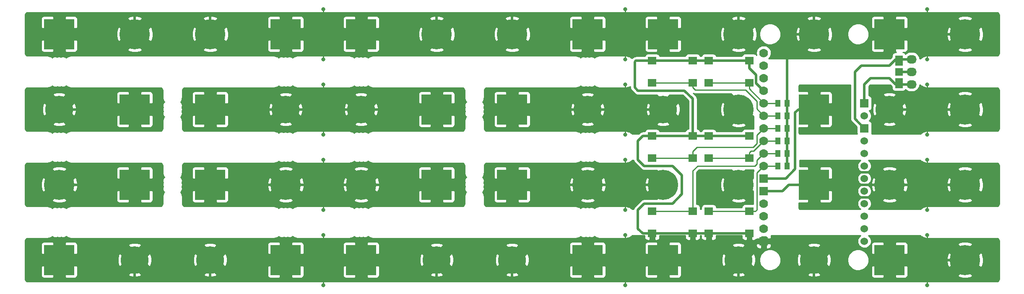
<source format=gtl>
%TF.GenerationSoftware,KiCad,Pcbnew,4.0.6-e0-6349~53~ubuntu16.04.1*%
%TF.CreationDate,2017-04-03T15:34:48+05:30*%
%TF.ProjectId,ultim_bus,756C74696D5F6275732E6B696361645F,rev?*%
%TF.FileFunction,Copper,L1,Top,Signal*%
%FSLAX46Y46*%
G04 Gerber Fmt 4.6, Leading zero omitted, Abs format (unit mm)*
G04 Created by KiCad (PCBNEW 4.0.6-e0-6349~53~ubuntu16.04.1) date Mon Apr  3 15:34:48 2017*
%MOMM*%
%LPD*%
G01*
G04 APERTURE LIST*
%ADD10C,0.101600*%
%ADD11C,6.096000*%
%ADD12R,6.096000X6.096000*%
%ADD13C,5.600000*%
%ADD14O,2.032000X1.727200*%
%ADD15R,1.524000X1.524000*%
%ADD16R,1.524000X2.032000*%
%ADD17C,0.800000*%
%ADD18C,1.778000*%
%ADD19R,1.778000X1.778000*%
%ADD20C,1.524000*%
%ADD21R,1.778000X1.524000*%
%ADD22R,1.000000X1.450000*%
%ADD23C,0.508000*%
%ADD24C,0.250000*%
%ADD25C,0.254000*%
G04 APERTURE END LIST*
D10*
D11*
X96520000Y-60960000D03*
X203200000Y-60960000D03*
X218440000Y-60960000D03*
X157480000Y-60960000D03*
X142240000Y-60960000D03*
X81280000Y-60960000D03*
X35560000Y-60960000D03*
X218440000Y-76200000D03*
X50800000Y-30480000D03*
X66040000Y-30480000D03*
X111760000Y-30480000D03*
X127000000Y-30480000D03*
X172720000Y-30480000D03*
X187960000Y-30480000D03*
X218440000Y-30480000D03*
X218440000Y-45720000D03*
D12*
X35560000Y-30480000D03*
X81280000Y-30480000D03*
X96520000Y-30480000D03*
X142240000Y-30480000D03*
X157480000Y-30480000D03*
X203200000Y-30480000D03*
X50800000Y-60960000D03*
X66040000Y-60960000D03*
X111760000Y-60960000D03*
X127000000Y-60960000D03*
D11*
X172720000Y-60960000D03*
D12*
X187960000Y-60960000D03*
D13*
X35560000Y-45720000D03*
D12*
X50800000Y-45720000D03*
X66040000Y-45720000D03*
D13*
X81280000Y-45720000D03*
X96520000Y-45720000D03*
D12*
X111760000Y-45720000D03*
X127000000Y-45720000D03*
D13*
X142240000Y-45720000D03*
X157480000Y-45720000D03*
D11*
X172720000Y-45720000D03*
D12*
X187960000Y-45720000D03*
D13*
X203200000Y-45720000D03*
D12*
X35560000Y-76200000D03*
D13*
X50800000Y-76200000D03*
X66040000Y-76200000D03*
D12*
X81280000Y-76200000D03*
X96520000Y-76200000D03*
D13*
X111760000Y-76200000D03*
X127000000Y-76200000D03*
D12*
X142240000Y-76200000D03*
X157480000Y-76200000D03*
D13*
X172720000Y-76200000D03*
X187960000Y-76200000D03*
D12*
X203200000Y-76200000D03*
D14*
X207645000Y-40640000D03*
X207645000Y-38100000D03*
X207645000Y-35560000D03*
D15*
X205105000Y-38100000D03*
D16*
X205105000Y-35814000D03*
X205105000Y-40386000D03*
D17*
X210820000Y-25400000D03*
X210820000Y-26670000D03*
X210820000Y-27940000D03*
X210820000Y-29210000D03*
X210820000Y-30480000D03*
X210820000Y-31750000D03*
X210820000Y-33020000D03*
X210820000Y-34290000D03*
X210820000Y-35560000D03*
X149860000Y-25400000D03*
X149860000Y-26670000D03*
X149860000Y-27940000D03*
X149860000Y-29210000D03*
X149860000Y-30480000D03*
X149860000Y-31750000D03*
X149860000Y-33020000D03*
X149860000Y-34290000D03*
X149860000Y-35560000D03*
X88900000Y-25400000D03*
X88900000Y-26670000D03*
X88900000Y-27940000D03*
X88900000Y-29210000D03*
X88900000Y-30480000D03*
X88900000Y-31750000D03*
X88900000Y-33020000D03*
X88900000Y-34290000D03*
X88900000Y-35560000D03*
X210820000Y-71120000D03*
X210820000Y-72390000D03*
X210820000Y-73660000D03*
X210820000Y-74930000D03*
X210820000Y-76200000D03*
X210820000Y-77470000D03*
X210820000Y-78740000D03*
X210820000Y-80010000D03*
X210820000Y-81280000D03*
X149860000Y-71120000D03*
X149860000Y-72390000D03*
X149860000Y-73660000D03*
X149860000Y-74930000D03*
X149860000Y-76200000D03*
X149860000Y-77470000D03*
X149860000Y-78740000D03*
X149860000Y-80010000D03*
X149860000Y-81280000D03*
X88900000Y-71120000D03*
X88900000Y-72390000D03*
X88900000Y-73660000D03*
X88900000Y-74930000D03*
X88900000Y-76200000D03*
X88900000Y-77470000D03*
X88900000Y-78740000D03*
X88900000Y-80010000D03*
X88900000Y-81280000D03*
X210820000Y-40640000D03*
X210820000Y-41910000D03*
X210820000Y-43180000D03*
X210820000Y-44450000D03*
X210820000Y-45720000D03*
X210820000Y-46990000D03*
X210820000Y-48260000D03*
X210820000Y-49530000D03*
X210820000Y-50800000D03*
X149860000Y-40640000D03*
X149860000Y-41910000D03*
X149860000Y-43180000D03*
X149860000Y-44450000D03*
X149860000Y-45720000D03*
X149860000Y-46990000D03*
X149860000Y-48260000D03*
X149860000Y-49530000D03*
X149860000Y-50800000D03*
X88900000Y-40640000D03*
X88900000Y-41910000D03*
X88900000Y-43180000D03*
X88900000Y-44450000D03*
X88900000Y-45720000D03*
X88900000Y-46990000D03*
X88900000Y-48260000D03*
X88900000Y-49530000D03*
X88900000Y-50800000D03*
X210820000Y-55880000D03*
X210820000Y-57150000D03*
X210820000Y-58420000D03*
X210820000Y-59690000D03*
X210820000Y-60960000D03*
X210820000Y-62230000D03*
X210820000Y-63500000D03*
X210820000Y-64770000D03*
X210820000Y-66040000D03*
X149860000Y-55880000D03*
X149860000Y-57150000D03*
X149860000Y-58420000D03*
X149860000Y-59690000D03*
X149860000Y-60960000D03*
X149860000Y-62230000D03*
X149860000Y-63500000D03*
X149860000Y-64770000D03*
X149860000Y-66040000D03*
X88900000Y-55880000D03*
X88900000Y-57150000D03*
X88900000Y-58420000D03*
X88900000Y-59690000D03*
X88900000Y-60960000D03*
X88900000Y-62230000D03*
X88900000Y-63500000D03*
X88900000Y-64770000D03*
X88900000Y-66040000D03*
D18*
X177800000Y-41910000D03*
D19*
X198120000Y-44450000D03*
X198120000Y-49530000D03*
X177800000Y-59690000D03*
X177800000Y-62230000D03*
D18*
X177800000Y-34290000D03*
X177800000Y-36830000D03*
X177800000Y-39370000D03*
X177800000Y-44450000D03*
X177800000Y-46990000D03*
X177800000Y-49530000D03*
X177800000Y-52070000D03*
X177800000Y-54610000D03*
X177800000Y-57150000D03*
X177800000Y-64770000D03*
X177800000Y-67310000D03*
X177800000Y-69850000D03*
D19*
X177800000Y-72390000D03*
D20*
X198120000Y-72390000D03*
X198120000Y-69850000D03*
X198120000Y-67310000D03*
X198120000Y-64770000D03*
X198120000Y-62230000D03*
X198120000Y-59690000D03*
X198120000Y-57150000D03*
X198120000Y-54610000D03*
X198120000Y-52070000D03*
X198120000Y-46990000D03*
D21*
X155295600Y-40360600D03*
X163474400Y-40360600D03*
X163474400Y-35839400D03*
X155295600Y-35839400D03*
X166725600Y-40360600D03*
X174904400Y-40360600D03*
X174904400Y-35839400D03*
X166725600Y-35839400D03*
X155295600Y-55600600D03*
X163474400Y-55600600D03*
X163474400Y-51079400D03*
X155295600Y-51079400D03*
X166725600Y-55600600D03*
X174904400Y-55600600D03*
X174904400Y-51079400D03*
X166725600Y-51079400D03*
X163474400Y-66319400D03*
X155295600Y-66319400D03*
X155295600Y-70840600D03*
X163474400Y-70840600D03*
X174904400Y-66319400D03*
X166725600Y-66319400D03*
X166725600Y-70840600D03*
X174904400Y-70840600D03*
D22*
X182560000Y-57150000D03*
X180660000Y-57150000D03*
X182560000Y-54610000D03*
X180660000Y-54610000D03*
X182560000Y-52070000D03*
X180660000Y-52070000D03*
X182560000Y-49530000D03*
X180660000Y-49530000D03*
X182560000Y-46990000D03*
X180660000Y-46990000D03*
X182560000Y-44450000D03*
X180660000Y-44450000D03*
D23*
X177800000Y-41910000D02*
X176276000Y-40386000D01*
X176276000Y-40386000D02*
X176276000Y-38735000D01*
X176276000Y-38735000D02*
X174904400Y-37363400D01*
X174904400Y-37363400D02*
X174904400Y-35839400D01*
X152400000Y-52070000D02*
X152400000Y-55880000D01*
X155295600Y-51079400D02*
X153390600Y-51079400D01*
X153390600Y-51079400D02*
X152400000Y-52070000D01*
X153670000Y-57150000D02*
X152400000Y-55880000D01*
X153670000Y-57150000D02*
X159385000Y-57150000D01*
X161290000Y-62865000D02*
X159385000Y-64770000D01*
X159385000Y-57150000D02*
X161290000Y-59055000D01*
X161290000Y-59055000D02*
X161290000Y-62865000D01*
X159385000Y-64770000D02*
X153670000Y-64770000D01*
X153390600Y-70840600D02*
X152400000Y-69850000D01*
X155295600Y-70840600D02*
X153390600Y-70840600D01*
X153670000Y-64770000D02*
X152400000Y-66040000D01*
X152400000Y-66040000D02*
X152400000Y-69850000D01*
X174904400Y-70840600D02*
X174904400Y-71780400D01*
X174904400Y-71780400D02*
X175514000Y-72390000D01*
X163474400Y-51079400D02*
X163474400Y-43586400D01*
X161798000Y-41910000D02*
X152400000Y-41910000D01*
X163474400Y-43586400D02*
X161798000Y-41910000D01*
X151765000Y-41275000D02*
X151765000Y-36068000D01*
X152400000Y-41910000D02*
X151765000Y-41275000D01*
X151765000Y-36068000D02*
X151993600Y-35839400D01*
X151993600Y-35839400D02*
X155295600Y-35839400D01*
X177800000Y-72390000D02*
X175514000Y-72390000D01*
X81026000Y-80010000D02*
X66040000Y-80010000D01*
X66040000Y-80010000D02*
X50800000Y-80010000D01*
X66040000Y-76200000D02*
X66040000Y-80010000D01*
X50800000Y-80010000D02*
X35814000Y-80010000D01*
X50800000Y-76200000D02*
X50800000Y-80010000D01*
X81280000Y-76200000D02*
X81280000Y-79756000D01*
X35560000Y-79756000D02*
X35560000Y-76200000D01*
X81280000Y-79756000D02*
X81026000Y-80010000D01*
X35814000Y-80010000D02*
X35560000Y-79756000D01*
X88900000Y-76200000D02*
X81280000Y-76200000D01*
X96520000Y-76200000D02*
X88900000Y-76200000D01*
X141986000Y-80010000D02*
X127000000Y-80010000D01*
X127000000Y-80010000D02*
X111760000Y-80010000D01*
X127000000Y-76200000D02*
X127000000Y-80010000D01*
X111760000Y-80010000D02*
X96774000Y-80010000D01*
X111760000Y-76200000D02*
X111760000Y-80010000D01*
X142240000Y-76200000D02*
X142240000Y-79756000D01*
X142240000Y-79756000D02*
X141986000Y-80010000D01*
X96774000Y-80010000D02*
X96520000Y-79756000D01*
X96520000Y-79756000D02*
X96520000Y-76200000D01*
X149860000Y-76200000D02*
X142240000Y-76200000D01*
X157480000Y-76200000D02*
X149860000Y-76200000D01*
X202946000Y-80010000D02*
X187960000Y-80010000D01*
X187960000Y-80010000D02*
X172720000Y-80010000D01*
X187960000Y-76200000D02*
X187960000Y-80010000D01*
X172720000Y-80010000D02*
X157734000Y-80010000D01*
X172720000Y-76200000D02*
X172720000Y-80010000D01*
X203200000Y-76200000D02*
X203200000Y-79756000D01*
X203200000Y-79756000D02*
X202946000Y-80010000D01*
X157734000Y-80010000D02*
X157480000Y-79756000D01*
X157480000Y-79756000D02*
X157480000Y-76200000D01*
X210820000Y-76200000D02*
X203200000Y-76200000D01*
X218440000Y-76200000D02*
X210820000Y-76200000D01*
X166725600Y-70840600D02*
X166852600Y-70840600D01*
X166852600Y-70840600D02*
X174904400Y-70840600D01*
X163474400Y-70840600D02*
X166725600Y-70840600D01*
X155295600Y-70840600D02*
X154787600Y-70840600D01*
X154787600Y-70840600D02*
X163474400Y-70840600D01*
X166725600Y-51079400D02*
X166852600Y-51079400D01*
X166852600Y-51079400D02*
X174904400Y-51079400D01*
X163474400Y-51079400D02*
X166725600Y-51079400D01*
X155295600Y-51079400D02*
X163474400Y-51079400D01*
X166725600Y-35839400D02*
X167487600Y-35839400D01*
X167487600Y-35839400D02*
X174904400Y-35839400D01*
X163474400Y-35839400D02*
X166725600Y-35839400D01*
X155295600Y-35839400D02*
X154787600Y-35839400D01*
X154787600Y-35839400D02*
X163474400Y-35839400D01*
D24*
X88900000Y-72390000D02*
X88900000Y-71120000D01*
X88900000Y-80010000D02*
X88900000Y-81280000D01*
X149860000Y-80010000D02*
X149860000Y-81280000D01*
X149860000Y-72390000D02*
X149860000Y-71120000D01*
X210820000Y-80010000D02*
X210820000Y-81280000D01*
X210820000Y-72390000D02*
X210820000Y-71120000D01*
D23*
X198120000Y-44450000D02*
X198120000Y-40640000D01*
X198120000Y-40640000D02*
X199390000Y-39370000D01*
X203200000Y-39370000D02*
X204470000Y-40640000D01*
X199390000Y-39370000D02*
X203200000Y-39370000D01*
X204470000Y-40640000D02*
X205105000Y-40640000D01*
X205105000Y-40640000D02*
X207645000Y-40640000D01*
X197485000Y-36830000D02*
X196215000Y-38100000D01*
X205105000Y-35560000D02*
X204470000Y-35560000D01*
X197485000Y-36830000D02*
X203200000Y-36830000D01*
X203200000Y-36830000D02*
X204470000Y-35560000D01*
X196215000Y-47625000D02*
X198120000Y-49530000D01*
X196215000Y-47625000D02*
X196215000Y-38100000D01*
X207645000Y-35560000D02*
X205105000Y-35560000D01*
X187960000Y-45720000D02*
X184785000Y-45720000D01*
X184150000Y-46355000D02*
X184150000Y-57785000D01*
X184785000Y-45720000D02*
X184150000Y-46355000D01*
X184150000Y-57785000D02*
X182245000Y-59690000D01*
X182245000Y-59690000D02*
X177800000Y-59690000D01*
X210820000Y-45720000D02*
X218440000Y-45720000D01*
X203200000Y-45720000D02*
X210820000Y-45720000D01*
D24*
X210820000Y-49530000D02*
X210820000Y-50800000D01*
X210820000Y-41910000D02*
X210820000Y-40640000D01*
D23*
X187960000Y-60960000D02*
X192405000Y-60960000D01*
X192405000Y-60960000D02*
X194945000Y-63500000D01*
X194945000Y-63500000D02*
X200660000Y-63500000D01*
X200660000Y-63500000D02*
X203200000Y-60960000D01*
X187960000Y-60960000D02*
X192405000Y-60960000D01*
X192405000Y-60960000D02*
X194945000Y-58420000D01*
X194945000Y-58420000D02*
X200660000Y-58420000D01*
X200660000Y-58420000D02*
X203200000Y-60960000D01*
X187960000Y-60960000D02*
X203200000Y-60960000D01*
X210820000Y-60960000D02*
X203200000Y-60960000D01*
X218440000Y-60960000D02*
X210820000Y-60960000D01*
X181610000Y-62230000D02*
X182880000Y-60960000D01*
X182880000Y-60960000D02*
X187960000Y-60960000D01*
X177800000Y-62230000D02*
X181610000Y-62230000D01*
D24*
X210820000Y-64770000D02*
X210820000Y-66040000D01*
X210820000Y-55880000D02*
X210820000Y-57150000D01*
D23*
X182560000Y-44450000D02*
X182560000Y-31569478D01*
X182560000Y-31569478D02*
X183649478Y-30480000D01*
X183649478Y-30480000D02*
X187960000Y-30480000D01*
X182560000Y-54610000D02*
X182560000Y-57150000D01*
X182560000Y-52070000D02*
X182560000Y-54610000D01*
X182560000Y-49530000D02*
X182560000Y-52070000D01*
X182560000Y-46990000D02*
X182560000Y-49530000D01*
X182560000Y-44450000D02*
X182560000Y-46990000D01*
X81026000Y-26670000D02*
X66040000Y-26670000D01*
X66040000Y-26670000D02*
X50800000Y-26670000D01*
X66040000Y-30480000D02*
X66040000Y-26670000D01*
X50800000Y-26670000D02*
X35814000Y-26670000D01*
X50800000Y-30480000D02*
X50800000Y-26670000D01*
X81280000Y-30480000D02*
X81280000Y-26924000D01*
X81280000Y-26924000D02*
X81026000Y-26670000D01*
X35814000Y-26670000D02*
X35560000Y-26924000D01*
X35560000Y-26924000D02*
X35560000Y-30480000D01*
X88900000Y-30480000D02*
X81280000Y-30480000D01*
X96520000Y-30480000D02*
X88900000Y-30480000D01*
X141986000Y-26670000D02*
X127000000Y-26670000D01*
X127000000Y-26670000D02*
X111760000Y-26670000D01*
X127000000Y-30480000D02*
X127000000Y-26670000D01*
X111760000Y-26670000D02*
X96774000Y-26670000D01*
X111760000Y-30480000D02*
X111760000Y-26670000D01*
X142240000Y-30480000D02*
X142240000Y-26924000D01*
X96774000Y-26670000D02*
X96520000Y-26924000D01*
X142240000Y-26924000D02*
X141986000Y-26670000D01*
X96520000Y-26924000D02*
X96520000Y-30480000D01*
X149860000Y-30480000D02*
X142240000Y-30480000D01*
X157480000Y-30480000D02*
X149860000Y-30480000D01*
X157734000Y-26670000D02*
X172720000Y-26670000D01*
X172720000Y-26670000D02*
X187960000Y-26670000D01*
X172720000Y-30480000D02*
X172720000Y-26670000D01*
X187960000Y-26670000D02*
X202946000Y-26670000D01*
X187960000Y-30480000D02*
X187960000Y-26670000D01*
X157480000Y-30480000D02*
X157480000Y-26924000D01*
X157480000Y-26924000D02*
X157734000Y-26670000D01*
X203200000Y-30480000D02*
X203200000Y-26924000D01*
X203200000Y-26924000D02*
X202946000Y-26670000D01*
X210820000Y-30480000D02*
X203200000Y-30480000D01*
X218440000Y-30480000D02*
X210820000Y-30480000D01*
X205105000Y-38100000D02*
X207645000Y-38100000D01*
D24*
X88900000Y-26670000D02*
X88900000Y-25400000D01*
X88900000Y-34290000D02*
X88900000Y-35560000D01*
X149860000Y-34290000D02*
X149860000Y-35560000D01*
X149860000Y-26670000D02*
X149860000Y-25400000D01*
X210820000Y-34290000D02*
X210820000Y-35560000D01*
X210820000Y-26670000D02*
X210820000Y-25400000D01*
D23*
X50800000Y-45720000D02*
X35560000Y-45720000D01*
X81280000Y-45720000D02*
X66040000Y-45720000D01*
X88900000Y-45720000D02*
X81280000Y-45720000D01*
X96520000Y-45720000D02*
X88900000Y-45720000D01*
X111760000Y-45720000D02*
X96520000Y-45720000D01*
D24*
X88900000Y-41910000D02*
X88900000Y-40640000D01*
X88900000Y-49530000D02*
X88900000Y-50800000D01*
D23*
X142240000Y-45720000D02*
X127000000Y-45720000D01*
X149860000Y-45720000D02*
X142240000Y-45720000D01*
X157480000Y-45720000D02*
X149860000Y-45720000D01*
D24*
X149860000Y-49530000D02*
X149860000Y-50800000D01*
X149860000Y-41910000D02*
X149860000Y-40640000D01*
D23*
X35560000Y-60960000D02*
X50800000Y-60960000D01*
X96520000Y-60960000D02*
X111760000Y-60960000D01*
X88900000Y-60960000D02*
X96520000Y-60960000D01*
X81280000Y-60960000D02*
X88900000Y-60960000D01*
X66040000Y-60960000D02*
X81280000Y-60960000D01*
D24*
X88900000Y-57150000D02*
X88900000Y-55880000D01*
X88900000Y-64770000D02*
X88900000Y-66040000D01*
D23*
X149860000Y-60960000D02*
X157480000Y-60960000D01*
X142240000Y-60960000D02*
X149860000Y-60960000D01*
X127000000Y-60960000D02*
X142240000Y-60960000D01*
D24*
X149860000Y-64770000D02*
X149860000Y-66040000D01*
X149860000Y-57150000D02*
X149860000Y-55880000D01*
X174904400Y-40360600D02*
X174904400Y-41554400D01*
X174904400Y-41554400D02*
X177800000Y-44450000D01*
X177800000Y-44450000D02*
X180660000Y-44450000D01*
X174980600Y-40360600D02*
X174904400Y-40360600D01*
X166725600Y-40360600D02*
X174904400Y-40360600D01*
X177800000Y-46990000D02*
X176403000Y-45593000D01*
X176403000Y-45593000D02*
X176403000Y-44069000D01*
X176403000Y-44069000D02*
X174117000Y-41783000D01*
X174117000Y-41783000D02*
X163957000Y-41783000D01*
X163957000Y-41783000D02*
X163474400Y-41300400D01*
X163474400Y-41300400D02*
X163474400Y-40360600D01*
X163474400Y-40360600D02*
X155295600Y-40360600D01*
X177800000Y-46990000D02*
X180660000Y-46990000D01*
X163474400Y-55600600D02*
X163474400Y-54203600D01*
X163474400Y-54203600D02*
X164338000Y-53340000D01*
X176403000Y-50927000D02*
X176403000Y-52578000D01*
X175641000Y-53340000D02*
X164338000Y-53340000D01*
X176403000Y-52578000D02*
X175641000Y-53340000D01*
X177800000Y-49530000D02*
X176403000Y-50927000D01*
X177800000Y-49530000D02*
X180660000Y-49530000D01*
X155295600Y-55600600D02*
X163474400Y-55600600D01*
X175260000Y-54102000D02*
X174904400Y-54457600D01*
X174904400Y-54457600D02*
X174904400Y-55600600D01*
X175768000Y-54102000D02*
X175260000Y-54102000D01*
X177800000Y-52070000D02*
X175768000Y-54102000D01*
X177800000Y-52070000D02*
X180660000Y-52070000D01*
X166725600Y-55600600D02*
X174904400Y-55600600D01*
X176022000Y-57150000D02*
X176403000Y-56769000D01*
X176403000Y-56769000D02*
X176403000Y-56007000D01*
X176403000Y-56007000D02*
X176530000Y-55880000D01*
X163474400Y-66319400D02*
X163474400Y-58140600D01*
X164465000Y-57150000D02*
X176022000Y-57150000D01*
X163474400Y-58140600D02*
X164465000Y-57150000D01*
X176530000Y-55880000D02*
X177800000Y-54610000D01*
X177800000Y-54610000D02*
X180660000Y-54610000D01*
X163474400Y-66319400D02*
X155295600Y-66319400D01*
X177800000Y-57150000D02*
X176403000Y-58547000D01*
X176403000Y-58547000D02*
X176403000Y-66040000D01*
X176403000Y-66040000D02*
X176123600Y-66319400D01*
X176123600Y-66319400D02*
X174625000Y-66319400D01*
X174625000Y-66319400D02*
X174904400Y-66319400D01*
X177800000Y-57150000D02*
X180660000Y-57150000D01*
X174904400Y-66319400D02*
X166725600Y-66319400D01*
D25*
G36*
X153771600Y-71983602D02*
X153897469Y-71983602D01*
X153913363Y-72007389D01*
X154001811Y-72095837D01*
X154105815Y-72165330D01*
X154221377Y-72213197D01*
X154344058Y-72237600D01*
X154692350Y-72237600D01*
X154851100Y-72078850D01*
X154851100Y-71247000D01*
X155740100Y-71247000D01*
X155740100Y-72078850D01*
X155898850Y-72237600D01*
X156247142Y-72237600D01*
X156369823Y-72213197D01*
X156485385Y-72165330D01*
X156589389Y-72095837D01*
X156677837Y-72007389D01*
X156693731Y-71983602D01*
X156819600Y-71983602D01*
X156819600Y-71247000D01*
X161950400Y-71247000D01*
X161950400Y-71983602D01*
X162076269Y-71983602D01*
X162092163Y-72007389D01*
X162180611Y-72095837D01*
X162284615Y-72165330D01*
X162400177Y-72213197D01*
X162522858Y-72237600D01*
X162871150Y-72237600D01*
X163029900Y-72078850D01*
X163029900Y-71247000D01*
X163918900Y-71247000D01*
X163918900Y-72078850D01*
X164077650Y-72237600D01*
X164425942Y-72237600D01*
X164548623Y-72213197D01*
X164664185Y-72165330D01*
X164768189Y-72095837D01*
X164856637Y-72007389D01*
X164872531Y-71983602D01*
X164998400Y-71983602D01*
X164998400Y-71247000D01*
X165201600Y-71247000D01*
X165201600Y-71983602D01*
X165327469Y-71983602D01*
X165343363Y-72007389D01*
X165431811Y-72095837D01*
X165535815Y-72165330D01*
X165651377Y-72213197D01*
X165774058Y-72237600D01*
X166122350Y-72237600D01*
X166281100Y-72078850D01*
X166281100Y-71247000D01*
X167170100Y-71247000D01*
X167170100Y-72078850D01*
X167328850Y-72237600D01*
X167677142Y-72237600D01*
X167799823Y-72213197D01*
X167915385Y-72165330D01*
X168019389Y-72095837D01*
X168107837Y-72007389D01*
X168123731Y-71983602D01*
X168249600Y-71983602D01*
X168249600Y-71247000D01*
X173380400Y-71247000D01*
X173380400Y-71983602D01*
X173506269Y-71983602D01*
X173522163Y-72007389D01*
X173610611Y-72095837D01*
X173714615Y-72165330D01*
X173830177Y-72213197D01*
X173952858Y-72237600D01*
X174301150Y-72237600D01*
X174459900Y-72078850D01*
X174459900Y-71247000D01*
X175348900Y-71247000D01*
X175348900Y-72078850D01*
X175507650Y-72237600D01*
X175855942Y-72237600D01*
X175978623Y-72213197D01*
X176094185Y-72165330D01*
X176198189Y-72095837D01*
X176286637Y-72007389D01*
X176302531Y-71983602D01*
X176428400Y-71983602D01*
X176428400Y-71939150D01*
X176434750Y-71945500D01*
X177355500Y-71945500D01*
X177355500Y-71501000D01*
X178244500Y-71501000D01*
X178244500Y-71945500D01*
X179165250Y-71945500D01*
X179324000Y-71786750D01*
X179324000Y-71438458D01*
X179299597Y-71315777D01*
X179271109Y-71247000D01*
X197315275Y-71247000D01*
X197240399Y-71295997D01*
X197044658Y-71487681D01*
X196889877Y-71713734D01*
X196781950Y-71965546D01*
X196724989Y-72233524D01*
X196721164Y-72507464D01*
X196770620Y-72776928D01*
X196871474Y-73031655D01*
X197019883Y-73261942D01*
X197210196Y-73459016D01*
X197435163Y-73615372D01*
X197686215Y-73725054D01*
X197953789Y-73783884D01*
X198227695Y-73789622D01*
X198497499Y-73742048D01*
X198752923Y-73642975D01*
X198984240Y-73496177D01*
X199182639Y-73307245D01*
X199336269Y-73089458D01*
X199517000Y-73089458D01*
X199517000Y-74898250D01*
X199675750Y-75057000D01*
X202057000Y-75057000D01*
X202057000Y-72675750D01*
X204343000Y-72675750D01*
X204343000Y-75057000D01*
X206724250Y-75057000D01*
X206883000Y-74898250D01*
X206883000Y-73089458D01*
X206869412Y-73021143D01*
X216877589Y-73021143D01*
X218440000Y-74583554D01*
X220002411Y-73021143D01*
X219584232Y-72680511D01*
X218875628Y-72524908D01*
X218150283Y-72510537D01*
X217436072Y-72637950D01*
X217295768Y-72680511D01*
X216877589Y-73021143D01*
X206869412Y-73021143D01*
X206858597Y-72966777D01*
X206810730Y-72851215D01*
X206741237Y-72747211D01*
X206652789Y-72658763D01*
X206548785Y-72589270D01*
X206433223Y-72541403D01*
X206310542Y-72517000D01*
X204501750Y-72517000D01*
X204343000Y-72675750D01*
X202057000Y-72675750D01*
X201898250Y-72517000D01*
X200089458Y-72517000D01*
X199966777Y-72541403D01*
X199851215Y-72589270D01*
X199747211Y-72658763D01*
X199658763Y-72747211D01*
X199589270Y-72851215D01*
X199541403Y-72966777D01*
X199517000Y-73089458D01*
X199336269Y-73089458D01*
X199340561Y-73083375D01*
X199451993Y-72833095D01*
X199512690Y-72565938D01*
X199517059Y-72253017D01*
X199463846Y-71984269D01*
X199359446Y-71730975D01*
X199207835Y-71502783D01*
X199014790Y-71308385D01*
X198923783Y-71247000D01*
X209421628Y-71247000D01*
X209423706Y-71249064D01*
X209468736Y-71295047D01*
X209476374Y-71301366D01*
X209668452Y-71458020D01*
X209721997Y-71493595D01*
X209775149Y-71529989D01*
X209783869Y-71534703D01*
X210002717Y-71651066D01*
X210062208Y-71675587D01*
X210121357Y-71700938D01*
X210130825Y-71703868D01*
X210130829Y-71703870D01*
X210130833Y-71703871D01*
X210368108Y-71775509D01*
X210431205Y-71788003D01*
X210494179Y-71801388D01*
X210504034Y-71802424D01*
X210504038Y-71802424D01*
X210750716Y-71826611D01*
X210780489Y-71826611D01*
X210810087Y-71829931D01*
X210820000Y-71830000D01*
X224755280Y-71830000D01*
X224898109Y-71844005D01*
X225002101Y-71875402D01*
X225098014Y-71926399D01*
X225182194Y-71995055D01*
X225251440Y-72078758D01*
X225303105Y-72174311D01*
X225335227Y-72278078D01*
X225350000Y-72418641D01*
X225350000Y-79975280D01*
X225335995Y-80118109D01*
X225304599Y-80222099D01*
X225253601Y-80318013D01*
X225184941Y-80402199D01*
X225101243Y-80471439D01*
X225005689Y-80523105D01*
X224901922Y-80555227D01*
X224761359Y-80570000D01*
X29244720Y-80570000D01*
X29101891Y-80555995D01*
X28997901Y-80524599D01*
X28901987Y-80473601D01*
X28817801Y-80404941D01*
X28748561Y-80321243D01*
X28696895Y-80225689D01*
X28664773Y-80121922D01*
X28650000Y-79981359D01*
X28650000Y-77501750D01*
X31877000Y-77501750D01*
X31877000Y-79310542D01*
X31901403Y-79433223D01*
X31949270Y-79548785D01*
X32018763Y-79652789D01*
X32107211Y-79741237D01*
X32211215Y-79810730D01*
X32326777Y-79858597D01*
X32449458Y-79883000D01*
X34258250Y-79883000D01*
X34417000Y-79724250D01*
X34417000Y-77343000D01*
X36703000Y-77343000D01*
X36703000Y-79724250D01*
X36861750Y-79883000D01*
X38670542Y-79883000D01*
X38793223Y-79858597D01*
X38908785Y-79810730D01*
X39012789Y-79741237D01*
X39101237Y-79652789D01*
X39170730Y-79548785D01*
X39218597Y-79433223D01*
X39243000Y-79310542D01*
X39243000Y-79191861D01*
X49424585Y-79191861D01*
X49810363Y-79506706D01*
X50474485Y-79636236D01*
X51151116Y-79633715D01*
X51789637Y-79506706D01*
X52175415Y-79191861D01*
X64664585Y-79191861D01*
X65050363Y-79506706D01*
X65714485Y-79636236D01*
X66391116Y-79633715D01*
X67029637Y-79506706D01*
X67415415Y-79191861D01*
X66040000Y-77816446D01*
X64664585Y-79191861D01*
X52175415Y-79191861D01*
X50800000Y-77816446D01*
X49424585Y-79191861D01*
X39243000Y-79191861D01*
X39243000Y-77501750D01*
X39084250Y-77343000D01*
X36703000Y-77343000D01*
X34417000Y-77343000D01*
X32035750Y-77343000D01*
X31877000Y-77501750D01*
X28650000Y-77501750D01*
X28650000Y-75874485D01*
X47363764Y-75874485D01*
X47366285Y-76551116D01*
X47493294Y-77189637D01*
X47808139Y-77575415D01*
X49183554Y-76200000D01*
X52416446Y-76200000D01*
X53791861Y-77575415D01*
X54106706Y-77189637D01*
X54236236Y-76525515D01*
X54233811Y-75874485D01*
X62603764Y-75874485D01*
X62606285Y-76551116D01*
X62733294Y-77189637D01*
X63048139Y-77575415D01*
X64423554Y-76200000D01*
X67656446Y-76200000D01*
X69031861Y-77575415D01*
X69091981Y-77501750D01*
X77597000Y-77501750D01*
X77597000Y-79310542D01*
X77621403Y-79433223D01*
X77669270Y-79548785D01*
X77738763Y-79652789D01*
X77827211Y-79741237D01*
X77931215Y-79810730D01*
X78046777Y-79858597D01*
X78169458Y-79883000D01*
X79978250Y-79883000D01*
X80137000Y-79724250D01*
X80137000Y-77343000D01*
X82423000Y-77343000D01*
X82423000Y-79724250D01*
X82581750Y-79883000D01*
X84390542Y-79883000D01*
X84513223Y-79858597D01*
X84628785Y-79810730D01*
X84732789Y-79741237D01*
X84821237Y-79652789D01*
X84890730Y-79548785D01*
X84938597Y-79433223D01*
X84963000Y-79310542D01*
X84963000Y-77501750D01*
X92837000Y-77501750D01*
X92837000Y-79310542D01*
X92861403Y-79433223D01*
X92909270Y-79548785D01*
X92978763Y-79652789D01*
X93067211Y-79741237D01*
X93171215Y-79810730D01*
X93286777Y-79858597D01*
X93409458Y-79883000D01*
X95218250Y-79883000D01*
X95377000Y-79724250D01*
X95377000Y-77343000D01*
X97663000Y-77343000D01*
X97663000Y-79724250D01*
X97821750Y-79883000D01*
X99630542Y-79883000D01*
X99753223Y-79858597D01*
X99868785Y-79810730D01*
X99972789Y-79741237D01*
X100061237Y-79652789D01*
X100130730Y-79548785D01*
X100178597Y-79433223D01*
X100203000Y-79310542D01*
X100203000Y-79191861D01*
X110384585Y-79191861D01*
X110770363Y-79506706D01*
X111434485Y-79636236D01*
X112111116Y-79633715D01*
X112749637Y-79506706D01*
X113135415Y-79191861D01*
X125624585Y-79191861D01*
X126010363Y-79506706D01*
X126674485Y-79636236D01*
X127351116Y-79633715D01*
X127989637Y-79506706D01*
X128375415Y-79191861D01*
X127000000Y-77816446D01*
X125624585Y-79191861D01*
X113135415Y-79191861D01*
X111760000Y-77816446D01*
X110384585Y-79191861D01*
X100203000Y-79191861D01*
X100203000Y-77501750D01*
X100044250Y-77343000D01*
X97663000Y-77343000D01*
X95377000Y-77343000D01*
X92995750Y-77343000D01*
X92837000Y-77501750D01*
X84963000Y-77501750D01*
X84804250Y-77343000D01*
X82423000Y-77343000D01*
X80137000Y-77343000D01*
X77755750Y-77343000D01*
X77597000Y-77501750D01*
X69091981Y-77501750D01*
X69346706Y-77189637D01*
X69476236Y-76525515D01*
X69473811Y-75874485D01*
X108323764Y-75874485D01*
X108326285Y-76551116D01*
X108453294Y-77189637D01*
X108768139Y-77575415D01*
X110143554Y-76200000D01*
X113376446Y-76200000D01*
X114751861Y-77575415D01*
X115066706Y-77189637D01*
X115196236Y-76525515D01*
X115193811Y-75874485D01*
X123563764Y-75874485D01*
X123566285Y-76551116D01*
X123693294Y-77189637D01*
X124008139Y-77575415D01*
X125383554Y-76200000D01*
X128616446Y-76200000D01*
X129991861Y-77575415D01*
X130051981Y-77501750D01*
X138557000Y-77501750D01*
X138557000Y-79310542D01*
X138581403Y-79433223D01*
X138629270Y-79548785D01*
X138698763Y-79652789D01*
X138787211Y-79741237D01*
X138891215Y-79810730D01*
X139006777Y-79858597D01*
X139129458Y-79883000D01*
X140938250Y-79883000D01*
X141097000Y-79724250D01*
X141097000Y-77343000D01*
X143383000Y-77343000D01*
X143383000Y-79724250D01*
X143541750Y-79883000D01*
X145350542Y-79883000D01*
X145473223Y-79858597D01*
X145588785Y-79810730D01*
X145692789Y-79741237D01*
X145781237Y-79652789D01*
X145850730Y-79548785D01*
X145898597Y-79433223D01*
X145923000Y-79310542D01*
X145923000Y-77501750D01*
X153797000Y-77501750D01*
X153797000Y-79310542D01*
X153821403Y-79433223D01*
X153869270Y-79548785D01*
X153938763Y-79652789D01*
X154027211Y-79741237D01*
X154131215Y-79810730D01*
X154246777Y-79858597D01*
X154369458Y-79883000D01*
X156178250Y-79883000D01*
X156337000Y-79724250D01*
X156337000Y-77343000D01*
X158623000Y-77343000D01*
X158623000Y-79724250D01*
X158781750Y-79883000D01*
X160590542Y-79883000D01*
X160713223Y-79858597D01*
X160828785Y-79810730D01*
X160932789Y-79741237D01*
X161021237Y-79652789D01*
X161090730Y-79548785D01*
X161138597Y-79433223D01*
X161163000Y-79310542D01*
X161163000Y-79191861D01*
X171344585Y-79191861D01*
X171730363Y-79506706D01*
X172394485Y-79636236D01*
X173071116Y-79633715D01*
X173709637Y-79506706D01*
X174095415Y-79191861D01*
X186584585Y-79191861D01*
X186970363Y-79506706D01*
X187634485Y-79636236D01*
X188311116Y-79633715D01*
X188949637Y-79506706D01*
X189335415Y-79191861D01*
X187960000Y-77816446D01*
X186584585Y-79191861D01*
X174095415Y-79191861D01*
X172720000Y-77816446D01*
X171344585Y-79191861D01*
X161163000Y-79191861D01*
X161163000Y-77501750D01*
X161004250Y-77343000D01*
X158623000Y-77343000D01*
X156337000Y-77343000D01*
X153955750Y-77343000D01*
X153797000Y-77501750D01*
X145923000Y-77501750D01*
X145764250Y-77343000D01*
X143383000Y-77343000D01*
X141097000Y-77343000D01*
X138715750Y-77343000D01*
X138557000Y-77501750D01*
X130051981Y-77501750D01*
X130306706Y-77189637D01*
X130436236Y-76525515D01*
X130433811Y-75874485D01*
X169283764Y-75874485D01*
X169286285Y-76551116D01*
X169413294Y-77189637D01*
X169728139Y-77575415D01*
X171103554Y-76200000D01*
X174336446Y-76200000D01*
X175711861Y-77575415D01*
X176026706Y-77189637D01*
X176156236Y-76525515D01*
X176155700Y-76381535D01*
X176908163Y-76381535D01*
X176984595Y-76797980D01*
X177140459Y-77191649D01*
X177369819Y-77547547D01*
X177663939Y-77852116D01*
X178011615Y-78093757D01*
X178399604Y-78263266D01*
X178813129Y-78354185D01*
X179236438Y-78363052D01*
X179653407Y-78289529D01*
X180048154Y-78136417D01*
X180405644Y-77909547D01*
X180712260Y-77617561D01*
X180956322Y-77271580D01*
X181128535Y-76884784D01*
X181222339Y-76471904D01*
X181229092Y-75988299D01*
X181206557Y-75874485D01*
X184523764Y-75874485D01*
X184526285Y-76551116D01*
X184653294Y-77189637D01*
X184968139Y-77575415D01*
X186343554Y-76200000D01*
X189576446Y-76200000D01*
X190951861Y-77575415D01*
X191266706Y-77189637D01*
X191396236Y-76525515D01*
X191395700Y-76381535D01*
X194688163Y-76381535D01*
X194764595Y-76797980D01*
X194920459Y-77191649D01*
X195149819Y-77547547D01*
X195443939Y-77852116D01*
X195791615Y-78093757D01*
X196179604Y-78263266D01*
X196593129Y-78354185D01*
X197016438Y-78363052D01*
X197433407Y-78289529D01*
X197828154Y-78136417D01*
X198185644Y-77909547D01*
X198492260Y-77617561D01*
X198573955Y-77501750D01*
X199517000Y-77501750D01*
X199517000Y-79310542D01*
X199541403Y-79433223D01*
X199589270Y-79548785D01*
X199658763Y-79652789D01*
X199747211Y-79741237D01*
X199851215Y-79810730D01*
X199966777Y-79858597D01*
X200089458Y-79883000D01*
X201898250Y-79883000D01*
X202057000Y-79724250D01*
X202057000Y-77343000D01*
X204343000Y-77343000D01*
X204343000Y-79724250D01*
X204501750Y-79883000D01*
X206310542Y-79883000D01*
X206433223Y-79858597D01*
X206548785Y-79810730D01*
X206652789Y-79741237D01*
X206741237Y-79652789D01*
X206810730Y-79548785D01*
X206858597Y-79433223D01*
X206869411Y-79378857D01*
X216877589Y-79378857D01*
X217295768Y-79719489D01*
X218004372Y-79875092D01*
X218729717Y-79889463D01*
X219443928Y-79762050D01*
X219584232Y-79719489D01*
X220002411Y-79378857D01*
X218440000Y-77816446D01*
X216877589Y-79378857D01*
X206869411Y-79378857D01*
X206883000Y-79310542D01*
X206883000Y-77501750D01*
X206724250Y-77343000D01*
X204343000Y-77343000D01*
X202057000Y-77343000D01*
X199675750Y-77343000D01*
X199517000Y-77501750D01*
X198573955Y-77501750D01*
X198736322Y-77271580D01*
X198908535Y-76884784D01*
X198998291Y-76489717D01*
X214750537Y-76489717D01*
X214877950Y-77203928D01*
X214920511Y-77344232D01*
X215261143Y-77762411D01*
X216823554Y-76200000D01*
X220056446Y-76200000D01*
X221618857Y-77762411D01*
X221959489Y-77344232D01*
X222115092Y-76635628D01*
X222129463Y-75910283D01*
X222002050Y-75196072D01*
X221959489Y-75055768D01*
X221618857Y-74637589D01*
X220056446Y-76200000D01*
X216823554Y-76200000D01*
X215261143Y-74637589D01*
X214920511Y-75055768D01*
X214764908Y-75764372D01*
X214750537Y-76489717D01*
X198998291Y-76489717D01*
X199002339Y-76471904D01*
X199009092Y-75988299D01*
X198926853Y-75572961D01*
X198765507Y-75181507D01*
X198531200Y-74828847D01*
X198232857Y-74528413D01*
X197881841Y-74291650D01*
X197491523Y-74127575D01*
X197076769Y-74042438D01*
X196653378Y-74039483D01*
X196237475Y-74118820D01*
X195844904Y-74277429D01*
X195490617Y-74509268D01*
X195188108Y-74805507D01*
X194948900Y-75154861D01*
X194782104Y-75544025D01*
X194694074Y-75958174D01*
X194688163Y-76381535D01*
X191395700Y-76381535D01*
X191393715Y-75848884D01*
X191266706Y-75210363D01*
X190951861Y-74824585D01*
X189576446Y-76200000D01*
X186343554Y-76200000D01*
X184968139Y-74824585D01*
X184653294Y-75210363D01*
X184523764Y-75874485D01*
X181206557Y-75874485D01*
X181146853Y-75572961D01*
X180985507Y-75181507D01*
X180751200Y-74828847D01*
X180452857Y-74528413D01*
X180101841Y-74291650D01*
X179711523Y-74127575D01*
X179296769Y-74042438D01*
X178873378Y-74039483D01*
X178457475Y-74118820D01*
X178064904Y-74277429D01*
X177710617Y-74509268D01*
X177408108Y-74805507D01*
X177168900Y-75154861D01*
X177002104Y-75544025D01*
X176914074Y-75958174D01*
X176908163Y-76381535D01*
X176155700Y-76381535D01*
X176153715Y-75848884D01*
X176026706Y-75210363D01*
X175711861Y-74824585D01*
X174336446Y-76200000D01*
X171103554Y-76200000D01*
X169728139Y-74824585D01*
X169413294Y-75210363D01*
X169283764Y-75874485D01*
X130433811Y-75874485D01*
X130433715Y-75848884D01*
X130306706Y-75210363D01*
X129991861Y-74824585D01*
X128616446Y-76200000D01*
X125383554Y-76200000D01*
X124008139Y-74824585D01*
X123693294Y-75210363D01*
X123563764Y-75874485D01*
X115193811Y-75874485D01*
X115193715Y-75848884D01*
X115066706Y-75210363D01*
X114751861Y-74824585D01*
X113376446Y-76200000D01*
X110143554Y-76200000D01*
X108768139Y-74824585D01*
X108453294Y-75210363D01*
X108323764Y-75874485D01*
X69473811Y-75874485D01*
X69473715Y-75848884D01*
X69346706Y-75210363D01*
X69031861Y-74824585D01*
X67656446Y-76200000D01*
X64423554Y-76200000D01*
X63048139Y-74824585D01*
X62733294Y-75210363D01*
X62603764Y-75874485D01*
X54233811Y-75874485D01*
X54233715Y-75848884D01*
X54106706Y-75210363D01*
X53791861Y-74824585D01*
X52416446Y-76200000D01*
X49183554Y-76200000D01*
X47808139Y-74824585D01*
X47493294Y-75210363D01*
X47363764Y-75874485D01*
X28650000Y-75874485D01*
X28650000Y-73089458D01*
X31877000Y-73089458D01*
X31877000Y-74898250D01*
X32035750Y-75057000D01*
X34417000Y-75057000D01*
X34417000Y-72675750D01*
X36703000Y-72675750D01*
X36703000Y-75057000D01*
X39084250Y-75057000D01*
X39243000Y-74898250D01*
X39243000Y-73208139D01*
X49424585Y-73208139D01*
X50800000Y-74583554D01*
X52175415Y-73208139D01*
X64664585Y-73208139D01*
X66040000Y-74583554D01*
X67415415Y-73208139D01*
X67269996Y-73089458D01*
X77597000Y-73089458D01*
X77597000Y-74898250D01*
X77755750Y-75057000D01*
X80137000Y-75057000D01*
X80137000Y-72675750D01*
X82423000Y-72675750D01*
X82423000Y-75057000D01*
X84804250Y-75057000D01*
X84963000Y-74898250D01*
X84963000Y-73089458D01*
X92837000Y-73089458D01*
X92837000Y-74898250D01*
X92995750Y-75057000D01*
X95377000Y-75057000D01*
X95377000Y-72675750D01*
X97663000Y-72675750D01*
X97663000Y-75057000D01*
X100044250Y-75057000D01*
X100203000Y-74898250D01*
X100203000Y-73208139D01*
X110384585Y-73208139D01*
X111760000Y-74583554D01*
X113135415Y-73208139D01*
X125624585Y-73208139D01*
X127000000Y-74583554D01*
X128375415Y-73208139D01*
X128229996Y-73089458D01*
X138557000Y-73089458D01*
X138557000Y-74898250D01*
X138715750Y-75057000D01*
X141097000Y-75057000D01*
X141097000Y-72675750D01*
X143383000Y-72675750D01*
X143383000Y-75057000D01*
X145764250Y-75057000D01*
X145923000Y-74898250D01*
X145923000Y-73089458D01*
X153797000Y-73089458D01*
X153797000Y-74898250D01*
X153955750Y-75057000D01*
X156337000Y-75057000D01*
X156337000Y-72675750D01*
X158623000Y-72675750D01*
X158623000Y-75057000D01*
X161004250Y-75057000D01*
X161163000Y-74898250D01*
X161163000Y-73208139D01*
X171344585Y-73208139D01*
X172720000Y-74583554D01*
X174095415Y-73208139D01*
X173832113Y-72993250D01*
X176276000Y-72993250D01*
X176276000Y-73341542D01*
X176300403Y-73464223D01*
X176348270Y-73579785D01*
X176417763Y-73683789D01*
X176506211Y-73772237D01*
X176610215Y-73841730D01*
X176725777Y-73889597D01*
X176848458Y-73914000D01*
X177196750Y-73914000D01*
X177355500Y-73755250D01*
X177355500Y-72834500D01*
X178244500Y-72834500D01*
X178244500Y-73755250D01*
X178403250Y-73914000D01*
X178751542Y-73914000D01*
X178874223Y-73889597D01*
X178989785Y-73841730D01*
X179093789Y-73772237D01*
X179182237Y-73683789D01*
X179251730Y-73579785D01*
X179299597Y-73464223D01*
X179324000Y-73341542D01*
X179324000Y-73208139D01*
X186584585Y-73208139D01*
X187960000Y-74583554D01*
X189335415Y-73208139D01*
X188949637Y-72893294D01*
X188285515Y-72763764D01*
X187608884Y-72766285D01*
X186970363Y-72893294D01*
X186584585Y-73208139D01*
X179324000Y-73208139D01*
X179324000Y-72993250D01*
X179165250Y-72834500D01*
X178244500Y-72834500D01*
X177355500Y-72834500D01*
X176434750Y-72834500D01*
X176276000Y-72993250D01*
X173832113Y-72993250D01*
X173709637Y-72893294D01*
X173045515Y-72763764D01*
X172368884Y-72766285D01*
X171730363Y-72893294D01*
X171344585Y-73208139D01*
X161163000Y-73208139D01*
X161163000Y-73089458D01*
X161138597Y-72966777D01*
X161090730Y-72851215D01*
X161021237Y-72747211D01*
X160932789Y-72658763D01*
X160828785Y-72589270D01*
X160713223Y-72541403D01*
X160590542Y-72517000D01*
X158781750Y-72517000D01*
X158623000Y-72675750D01*
X156337000Y-72675750D01*
X156178250Y-72517000D01*
X154369458Y-72517000D01*
X154246777Y-72541403D01*
X154131215Y-72589270D01*
X154027211Y-72658763D01*
X153938763Y-72747211D01*
X153869270Y-72851215D01*
X153821403Y-72966777D01*
X153797000Y-73089458D01*
X145923000Y-73089458D01*
X145898597Y-72966777D01*
X145850730Y-72851215D01*
X145781237Y-72747211D01*
X145692789Y-72658763D01*
X145588785Y-72589270D01*
X145473223Y-72541403D01*
X145350542Y-72517000D01*
X143541750Y-72517000D01*
X143383000Y-72675750D01*
X141097000Y-72675750D01*
X140938250Y-72517000D01*
X139129458Y-72517000D01*
X139006777Y-72541403D01*
X138891215Y-72589270D01*
X138787211Y-72658763D01*
X138698763Y-72747211D01*
X138629270Y-72851215D01*
X138581403Y-72966777D01*
X138557000Y-73089458D01*
X128229996Y-73089458D01*
X127989637Y-72893294D01*
X127325515Y-72763764D01*
X126648884Y-72766285D01*
X126010363Y-72893294D01*
X125624585Y-73208139D01*
X113135415Y-73208139D01*
X112749637Y-72893294D01*
X112085515Y-72763764D01*
X111408884Y-72766285D01*
X110770363Y-72893294D01*
X110384585Y-73208139D01*
X100203000Y-73208139D01*
X100203000Y-73089458D01*
X100178597Y-72966777D01*
X100130730Y-72851215D01*
X100061237Y-72747211D01*
X99972789Y-72658763D01*
X99868785Y-72589270D01*
X99753223Y-72541403D01*
X99630542Y-72517000D01*
X97821750Y-72517000D01*
X97663000Y-72675750D01*
X95377000Y-72675750D01*
X95218250Y-72517000D01*
X93409458Y-72517000D01*
X93286777Y-72541403D01*
X93171215Y-72589270D01*
X93067211Y-72658763D01*
X92978763Y-72747211D01*
X92909270Y-72851215D01*
X92861403Y-72966777D01*
X92837000Y-73089458D01*
X84963000Y-73089458D01*
X84938597Y-72966777D01*
X84890730Y-72851215D01*
X84821237Y-72747211D01*
X84732789Y-72658763D01*
X84628785Y-72589270D01*
X84513223Y-72541403D01*
X84390542Y-72517000D01*
X82581750Y-72517000D01*
X82423000Y-72675750D01*
X80137000Y-72675750D01*
X79978250Y-72517000D01*
X78169458Y-72517000D01*
X78046777Y-72541403D01*
X77931215Y-72589270D01*
X77827211Y-72658763D01*
X77738763Y-72747211D01*
X77669270Y-72851215D01*
X77621403Y-72966777D01*
X77597000Y-73089458D01*
X67269996Y-73089458D01*
X67029637Y-72893294D01*
X66365515Y-72763764D01*
X65688884Y-72766285D01*
X65050363Y-72893294D01*
X64664585Y-73208139D01*
X52175415Y-73208139D01*
X51789637Y-72893294D01*
X51125515Y-72763764D01*
X50448884Y-72766285D01*
X49810363Y-72893294D01*
X49424585Y-73208139D01*
X39243000Y-73208139D01*
X39243000Y-73089458D01*
X39218597Y-72966777D01*
X39170730Y-72851215D01*
X39101237Y-72747211D01*
X39012789Y-72658763D01*
X38908785Y-72589270D01*
X38793223Y-72541403D01*
X38670542Y-72517000D01*
X36861750Y-72517000D01*
X36703000Y-72675750D01*
X34417000Y-72675750D01*
X34258250Y-72517000D01*
X32449458Y-72517000D01*
X32326777Y-72541403D01*
X32211215Y-72589270D01*
X32107211Y-72658763D01*
X32018763Y-72747211D01*
X31949270Y-72851215D01*
X31901403Y-72966777D01*
X31877000Y-73089458D01*
X28650000Y-73089458D01*
X28650000Y-72424720D01*
X28664005Y-72281891D01*
X28695402Y-72177899D01*
X28746399Y-72081986D01*
X28815055Y-71997806D01*
X28898758Y-71928560D01*
X28994311Y-71876895D01*
X29098078Y-71844773D01*
X29238641Y-71830000D01*
X33020000Y-71830000D01*
X33020126Y-71829988D01*
X33022483Y-71829996D01*
X33031348Y-71829965D01*
X33062204Y-71826831D01*
X33093214Y-71827047D01*
X33103080Y-71826080D01*
X33349583Y-71800172D01*
X33412601Y-71787236D01*
X33475833Y-71775174D01*
X33485323Y-71772308D01*
X33722099Y-71699013D01*
X33781403Y-71674084D01*
X33841085Y-71649971D01*
X33849837Y-71645317D01*
X34067867Y-71527429D01*
X34121195Y-71491459D01*
X34175065Y-71456207D01*
X34179313Y-71452742D01*
X34183639Y-71457222D01*
X34326155Y-71556274D01*
X34485197Y-71625757D01*
X34654705Y-71663026D01*
X34828225Y-71666661D01*
X34999146Y-71636523D01*
X35160957Y-71573761D01*
X35163087Y-71572409D01*
X35285197Y-71625757D01*
X35454705Y-71663026D01*
X35628225Y-71666661D01*
X35799146Y-71636523D01*
X35960957Y-71573761D01*
X35963087Y-71572409D01*
X36085197Y-71625757D01*
X36254705Y-71663026D01*
X36428225Y-71666661D01*
X36599146Y-71636523D01*
X36760957Y-71573761D01*
X36907497Y-71480764D01*
X36939256Y-71450520D01*
X36948452Y-71458020D01*
X37001997Y-71493595D01*
X37055149Y-71529989D01*
X37063869Y-71534703D01*
X37282717Y-71651066D01*
X37342208Y-71675587D01*
X37401357Y-71700938D01*
X37410825Y-71703868D01*
X37410829Y-71703870D01*
X37410833Y-71703871D01*
X37648108Y-71775509D01*
X37711205Y-71788003D01*
X37774179Y-71801388D01*
X37784034Y-71802424D01*
X37784038Y-71802424D01*
X38030716Y-71826611D01*
X38060489Y-71826611D01*
X38090087Y-71829931D01*
X38100000Y-71830000D01*
X78740000Y-71830000D01*
X78740126Y-71829988D01*
X78742483Y-71829996D01*
X78751348Y-71829965D01*
X78782204Y-71826831D01*
X78813214Y-71827047D01*
X78823080Y-71826080D01*
X79069583Y-71800172D01*
X79132601Y-71787236D01*
X79195833Y-71775174D01*
X79205323Y-71772308D01*
X79442099Y-71699013D01*
X79501403Y-71674084D01*
X79561085Y-71649971D01*
X79569837Y-71645317D01*
X79787867Y-71527429D01*
X79841195Y-71491459D01*
X79895065Y-71456207D01*
X79899313Y-71452742D01*
X79903639Y-71457222D01*
X80046155Y-71556274D01*
X80205197Y-71625757D01*
X80374705Y-71663026D01*
X80548225Y-71666661D01*
X80719146Y-71636523D01*
X80880957Y-71573761D01*
X80883087Y-71572409D01*
X81005197Y-71625757D01*
X81174705Y-71663026D01*
X81348225Y-71666661D01*
X81519146Y-71636523D01*
X81680957Y-71573761D01*
X81683087Y-71572409D01*
X81805197Y-71625757D01*
X81974705Y-71663026D01*
X82148225Y-71666661D01*
X82319146Y-71636523D01*
X82480957Y-71573761D01*
X82627497Y-71480764D01*
X82659256Y-71450520D01*
X82668452Y-71458020D01*
X82721997Y-71493595D01*
X82775149Y-71529989D01*
X82783869Y-71534703D01*
X83002717Y-71651066D01*
X83062208Y-71675587D01*
X83121357Y-71700938D01*
X83130825Y-71703868D01*
X83130829Y-71703870D01*
X83130833Y-71703871D01*
X83368108Y-71775509D01*
X83431205Y-71788003D01*
X83494179Y-71801388D01*
X83504034Y-71802424D01*
X83504038Y-71802424D01*
X83750716Y-71826611D01*
X83780489Y-71826611D01*
X83810087Y-71829931D01*
X83820000Y-71830000D01*
X93980000Y-71830000D01*
X93980126Y-71829988D01*
X93982483Y-71829996D01*
X93991348Y-71829965D01*
X94022204Y-71826831D01*
X94053214Y-71827047D01*
X94063080Y-71826080D01*
X94309583Y-71800172D01*
X94372601Y-71787236D01*
X94435833Y-71775174D01*
X94445323Y-71772308D01*
X94682099Y-71699013D01*
X94741403Y-71674084D01*
X94801085Y-71649971D01*
X94809837Y-71645317D01*
X95027867Y-71527429D01*
X95081195Y-71491459D01*
X95135065Y-71456207D01*
X95139313Y-71452742D01*
X95143639Y-71457222D01*
X95286155Y-71556274D01*
X95445197Y-71625757D01*
X95614705Y-71663026D01*
X95788225Y-71666661D01*
X95959146Y-71636523D01*
X96120957Y-71573761D01*
X96123087Y-71572409D01*
X96245197Y-71625757D01*
X96414705Y-71663026D01*
X96588225Y-71666661D01*
X96759146Y-71636523D01*
X96920957Y-71573761D01*
X96923087Y-71572409D01*
X97045197Y-71625757D01*
X97214705Y-71663026D01*
X97388225Y-71666661D01*
X97559146Y-71636523D01*
X97720957Y-71573761D01*
X97867497Y-71480764D01*
X97899256Y-71450520D01*
X97908452Y-71458020D01*
X97961997Y-71493595D01*
X98015149Y-71529989D01*
X98023869Y-71534703D01*
X98242717Y-71651066D01*
X98302208Y-71675587D01*
X98361357Y-71700938D01*
X98370825Y-71703868D01*
X98370829Y-71703870D01*
X98370833Y-71703871D01*
X98608108Y-71775509D01*
X98671205Y-71788003D01*
X98734179Y-71801388D01*
X98744034Y-71802424D01*
X98744038Y-71802424D01*
X98990716Y-71826611D01*
X99020489Y-71826611D01*
X99050087Y-71829931D01*
X99060000Y-71830000D01*
X139700000Y-71830000D01*
X139700126Y-71829988D01*
X139702483Y-71829996D01*
X139711348Y-71829965D01*
X139742204Y-71826831D01*
X139773214Y-71827047D01*
X139783080Y-71826080D01*
X140029583Y-71800172D01*
X140092601Y-71787236D01*
X140155833Y-71775174D01*
X140165323Y-71772308D01*
X140402099Y-71699013D01*
X140461403Y-71674084D01*
X140521085Y-71649971D01*
X140529837Y-71645317D01*
X140747867Y-71527429D01*
X140801195Y-71491459D01*
X140855065Y-71456207D01*
X140859313Y-71452742D01*
X140863639Y-71457222D01*
X141006155Y-71556274D01*
X141165197Y-71625757D01*
X141334705Y-71663026D01*
X141508225Y-71666661D01*
X141679146Y-71636523D01*
X141840957Y-71573761D01*
X141843087Y-71572409D01*
X141965197Y-71625757D01*
X142134705Y-71663026D01*
X142308225Y-71666661D01*
X142479146Y-71636523D01*
X142640957Y-71573761D01*
X142643087Y-71572409D01*
X142765197Y-71625757D01*
X142934705Y-71663026D01*
X143108225Y-71666661D01*
X143279146Y-71636523D01*
X143440957Y-71573761D01*
X143587497Y-71480764D01*
X143619256Y-71450520D01*
X143628452Y-71458020D01*
X143681997Y-71493595D01*
X143735149Y-71529989D01*
X143743869Y-71534703D01*
X143962717Y-71651066D01*
X144022208Y-71675587D01*
X144081357Y-71700938D01*
X144090825Y-71703868D01*
X144090829Y-71703870D01*
X144090833Y-71703871D01*
X144328108Y-71775509D01*
X144391205Y-71788003D01*
X144454179Y-71801388D01*
X144464034Y-71802424D01*
X144464038Y-71802424D01*
X144710716Y-71826611D01*
X144740489Y-71826611D01*
X144770087Y-71829931D01*
X144780000Y-71830000D01*
X149860000Y-71830000D01*
X149860126Y-71829988D01*
X149862483Y-71829996D01*
X149871348Y-71829965D01*
X149902204Y-71826831D01*
X149933214Y-71827047D01*
X149943080Y-71826080D01*
X150189583Y-71800172D01*
X150252601Y-71787236D01*
X150315833Y-71775174D01*
X150325323Y-71772308D01*
X150562099Y-71699013D01*
X150621403Y-71674084D01*
X150681085Y-71649971D01*
X150689837Y-71645317D01*
X150907867Y-71527429D01*
X150961195Y-71491459D01*
X151015065Y-71456207D01*
X151022747Y-71449942D01*
X151213727Y-71291949D01*
X151258363Y-71247000D01*
X153771600Y-71247000D01*
X153771600Y-71983602D01*
X153771600Y-71983602D01*
G37*
X153771600Y-71983602D02*
X153897469Y-71983602D01*
X153913363Y-72007389D01*
X154001811Y-72095837D01*
X154105815Y-72165330D01*
X154221377Y-72213197D01*
X154344058Y-72237600D01*
X154692350Y-72237600D01*
X154851100Y-72078850D01*
X154851100Y-71247000D01*
X155740100Y-71247000D01*
X155740100Y-72078850D01*
X155898850Y-72237600D01*
X156247142Y-72237600D01*
X156369823Y-72213197D01*
X156485385Y-72165330D01*
X156589389Y-72095837D01*
X156677837Y-72007389D01*
X156693731Y-71983602D01*
X156819600Y-71983602D01*
X156819600Y-71247000D01*
X161950400Y-71247000D01*
X161950400Y-71983602D01*
X162076269Y-71983602D01*
X162092163Y-72007389D01*
X162180611Y-72095837D01*
X162284615Y-72165330D01*
X162400177Y-72213197D01*
X162522858Y-72237600D01*
X162871150Y-72237600D01*
X163029900Y-72078850D01*
X163029900Y-71247000D01*
X163918900Y-71247000D01*
X163918900Y-72078850D01*
X164077650Y-72237600D01*
X164425942Y-72237600D01*
X164548623Y-72213197D01*
X164664185Y-72165330D01*
X164768189Y-72095837D01*
X164856637Y-72007389D01*
X164872531Y-71983602D01*
X164998400Y-71983602D01*
X164998400Y-71247000D01*
X165201600Y-71247000D01*
X165201600Y-71983602D01*
X165327469Y-71983602D01*
X165343363Y-72007389D01*
X165431811Y-72095837D01*
X165535815Y-72165330D01*
X165651377Y-72213197D01*
X165774058Y-72237600D01*
X166122350Y-72237600D01*
X166281100Y-72078850D01*
X166281100Y-71247000D01*
X167170100Y-71247000D01*
X167170100Y-72078850D01*
X167328850Y-72237600D01*
X167677142Y-72237600D01*
X167799823Y-72213197D01*
X167915385Y-72165330D01*
X168019389Y-72095837D01*
X168107837Y-72007389D01*
X168123731Y-71983602D01*
X168249600Y-71983602D01*
X168249600Y-71247000D01*
X173380400Y-71247000D01*
X173380400Y-71983602D01*
X173506269Y-71983602D01*
X173522163Y-72007389D01*
X173610611Y-72095837D01*
X173714615Y-72165330D01*
X173830177Y-72213197D01*
X173952858Y-72237600D01*
X174301150Y-72237600D01*
X174459900Y-72078850D01*
X174459900Y-71247000D01*
X175348900Y-71247000D01*
X175348900Y-72078850D01*
X175507650Y-72237600D01*
X175855942Y-72237600D01*
X175978623Y-72213197D01*
X176094185Y-72165330D01*
X176198189Y-72095837D01*
X176286637Y-72007389D01*
X176302531Y-71983602D01*
X176428400Y-71983602D01*
X176428400Y-71939150D01*
X176434750Y-71945500D01*
X177355500Y-71945500D01*
X177355500Y-71501000D01*
X178244500Y-71501000D01*
X178244500Y-71945500D01*
X179165250Y-71945500D01*
X179324000Y-71786750D01*
X179324000Y-71438458D01*
X179299597Y-71315777D01*
X179271109Y-71247000D01*
X197315275Y-71247000D01*
X197240399Y-71295997D01*
X197044658Y-71487681D01*
X196889877Y-71713734D01*
X196781950Y-71965546D01*
X196724989Y-72233524D01*
X196721164Y-72507464D01*
X196770620Y-72776928D01*
X196871474Y-73031655D01*
X197019883Y-73261942D01*
X197210196Y-73459016D01*
X197435163Y-73615372D01*
X197686215Y-73725054D01*
X197953789Y-73783884D01*
X198227695Y-73789622D01*
X198497499Y-73742048D01*
X198752923Y-73642975D01*
X198984240Y-73496177D01*
X199182639Y-73307245D01*
X199336269Y-73089458D01*
X199517000Y-73089458D01*
X199517000Y-74898250D01*
X199675750Y-75057000D01*
X202057000Y-75057000D01*
X202057000Y-72675750D01*
X204343000Y-72675750D01*
X204343000Y-75057000D01*
X206724250Y-75057000D01*
X206883000Y-74898250D01*
X206883000Y-73089458D01*
X206869412Y-73021143D01*
X216877589Y-73021143D01*
X218440000Y-74583554D01*
X220002411Y-73021143D01*
X219584232Y-72680511D01*
X218875628Y-72524908D01*
X218150283Y-72510537D01*
X217436072Y-72637950D01*
X217295768Y-72680511D01*
X216877589Y-73021143D01*
X206869412Y-73021143D01*
X206858597Y-72966777D01*
X206810730Y-72851215D01*
X206741237Y-72747211D01*
X206652789Y-72658763D01*
X206548785Y-72589270D01*
X206433223Y-72541403D01*
X206310542Y-72517000D01*
X204501750Y-72517000D01*
X204343000Y-72675750D01*
X202057000Y-72675750D01*
X201898250Y-72517000D01*
X200089458Y-72517000D01*
X199966777Y-72541403D01*
X199851215Y-72589270D01*
X199747211Y-72658763D01*
X199658763Y-72747211D01*
X199589270Y-72851215D01*
X199541403Y-72966777D01*
X199517000Y-73089458D01*
X199336269Y-73089458D01*
X199340561Y-73083375D01*
X199451993Y-72833095D01*
X199512690Y-72565938D01*
X199517059Y-72253017D01*
X199463846Y-71984269D01*
X199359446Y-71730975D01*
X199207835Y-71502783D01*
X199014790Y-71308385D01*
X198923783Y-71247000D01*
X209421628Y-71247000D01*
X209423706Y-71249064D01*
X209468736Y-71295047D01*
X209476374Y-71301366D01*
X209668452Y-71458020D01*
X209721997Y-71493595D01*
X209775149Y-71529989D01*
X209783869Y-71534703D01*
X210002717Y-71651066D01*
X210062208Y-71675587D01*
X210121357Y-71700938D01*
X210130825Y-71703868D01*
X210130829Y-71703870D01*
X210130833Y-71703871D01*
X210368108Y-71775509D01*
X210431205Y-71788003D01*
X210494179Y-71801388D01*
X210504034Y-71802424D01*
X210504038Y-71802424D01*
X210750716Y-71826611D01*
X210780489Y-71826611D01*
X210810087Y-71829931D01*
X210820000Y-71830000D01*
X224755280Y-71830000D01*
X224898109Y-71844005D01*
X225002101Y-71875402D01*
X225098014Y-71926399D01*
X225182194Y-71995055D01*
X225251440Y-72078758D01*
X225303105Y-72174311D01*
X225335227Y-72278078D01*
X225350000Y-72418641D01*
X225350000Y-79975280D01*
X225335995Y-80118109D01*
X225304599Y-80222099D01*
X225253601Y-80318013D01*
X225184941Y-80402199D01*
X225101243Y-80471439D01*
X225005689Y-80523105D01*
X224901922Y-80555227D01*
X224761359Y-80570000D01*
X29244720Y-80570000D01*
X29101891Y-80555995D01*
X28997901Y-80524599D01*
X28901987Y-80473601D01*
X28817801Y-80404941D01*
X28748561Y-80321243D01*
X28696895Y-80225689D01*
X28664773Y-80121922D01*
X28650000Y-79981359D01*
X28650000Y-77501750D01*
X31877000Y-77501750D01*
X31877000Y-79310542D01*
X31901403Y-79433223D01*
X31949270Y-79548785D01*
X32018763Y-79652789D01*
X32107211Y-79741237D01*
X32211215Y-79810730D01*
X32326777Y-79858597D01*
X32449458Y-79883000D01*
X34258250Y-79883000D01*
X34417000Y-79724250D01*
X34417000Y-77343000D01*
X36703000Y-77343000D01*
X36703000Y-79724250D01*
X36861750Y-79883000D01*
X38670542Y-79883000D01*
X38793223Y-79858597D01*
X38908785Y-79810730D01*
X39012789Y-79741237D01*
X39101237Y-79652789D01*
X39170730Y-79548785D01*
X39218597Y-79433223D01*
X39243000Y-79310542D01*
X39243000Y-79191861D01*
X49424585Y-79191861D01*
X49810363Y-79506706D01*
X50474485Y-79636236D01*
X51151116Y-79633715D01*
X51789637Y-79506706D01*
X52175415Y-79191861D01*
X64664585Y-79191861D01*
X65050363Y-79506706D01*
X65714485Y-79636236D01*
X66391116Y-79633715D01*
X67029637Y-79506706D01*
X67415415Y-79191861D01*
X66040000Y-77816446D01*
X64664585Y-79191861D01*
X52175415Y-79191861D01*
X50800000Y-77816446D01*
X49424585Y-79191861D01*
X39243000Y-79191861D01*
X39243000Y-77501750D01*
X39084250Y-77343000D01*
X36703000Y-77343000D01*
X34417000Y-77343000D01*
X32035750Y-77343000D01*
X31877000Y-77501750D01*
X28650000Y-77501750D01*
X28650000Y-75874485D01*
X47363764Y-75874485D01*
X47366285Y-76551116D01*
X47493294Y-77189637D01*
X47808139Y-77575415D01*
X49183554Y-76200000D01*
X52416446Y-76200000D01*
X53791861Y-77575415D01*
X54106706Y-77189637D01*
X54236236Y-76525515D01*
X54233811Y-75874485D01*
X62603764Y-75874485D01*
X62606285Y-76551116D01*
X62733294Y-77189637D01*
X63048139Y-77575415D01*
X64423554Y-76200000D01*
X67656446Y-76200000D01*
X69031861Y-77575415D01*
X69091981Y-77501750D01*
X77597000Y-77501750D01*
X77597000Y-79310542D01*
X77621403Y-79433223D01*
X77669270Y-79548785D01*
X77738763Y-79652789D01*
X77827211Y-79741237D01*
X77931215Y-79810730D01*
X78046777Y-79858597D01*
X78169458Y-79883000D01*
X79978250Y-79883000D01*
X80137000Y-79724250D01*
X80137000Y-77343000D01*
X82423000Y-77343000D01*
X82423000Y-79724250D01*
X82581750Y-79883000D01*
X84390542Y-79883000D01*
X84513223Y-79858597D01*
X84628785Y-79810730D01*
X84732789Y-79741237D01*
X84821237Y-79652789D01*
X84890730Y-79548785D01*
X84938597Y-79433223D01*
X84963000Y-79310542D01*
X84963000Y-77501750D01*
X92837000Y-77501750D01*
X92837000Y-79310542D01*
X92861403Y-79433223D01*
X92909270Y-79548785D01*
X92978763Y-79652789D01*
X93067211Y-79741237D01*
X93171215Y-79810730D01*
X93286777Y-79858597D01*
X93409458Y-79883000D01*
X95218250Y-79883000D01*
X95377000Y-79724250D01*
X95377000Y-77343000D01*
X97663000Y-77343000D01*
X97663000Y-79724250D01*
X97821750Y-79883000D01*
X99630542Y-79883000D01*
X99753223Y-79858597D01*
X99868785Y-79810730D01*
X99972789Y-79741237D01*
X100061237Y-79652789D01*
X100130730Y-79548785D01*
X100178597Y-79433223D01*
X100203000Y-79310542D01*
X100203000Y-79191861D01*
X110384585Y-79191861D01*
X110770363Y-79506706D01*
X111434485Y-79636236D01*
X112111116Y-79633715D01*
X112749637Y-79506706D01*
X113135415Y-79191861D01*
X125624585Y-79191861D01*
X126010363Y-79506706D01*
X126674485Y-79636236D01*
X127351116Y-79633715D01*
X127989637Y-79506706D01*
X128375415Y-79191861D01*
X127000000Y-77816446D01*
X125624585Y-79191861D01*
X113135415Y-79191861D01*
X111760000Y-77816446D01*
X110384585Y-79191861D01*
X100203000Y-79191861D01*
X100203000Y-77501750D01*
X100044250Y-77343000D01*
X97663000Y-77343000D01*
X95377000Y-77343000D01*
X92995750Y-77343000D01*
X92837000Y-77501750D01*
X84963000Y-77501750D01*
X84804250Y-77343000D01*
X82423000Y-77343000D01*
X80137000Y-77343000D01*
X77755750Y-77343000D01*
X77597000Y-77501750D01*
X69091981Y-77501750D01*
X69346706Y-77189637D01*
X69476236Y-76525515D01*
X69473811Y-75874485D01*
X108323764Y-75874485D01*
X108326285Y-76551116D01*
X108453294Y-77189637D01*
X108768139Y-77575415D01*
X110143554Y-76200000D01*
X113376446Y-76200000D01*
X114751861Y-77575415D01*
X115066706Y-77189637D01*
X115196236Y-76525515D01*
X115193811Y-75874485D01*
X123563764Y-75874485D01*
X123566285Y-76551116D01*
X123693294Y-77189637D01*
X124008139Y-77575415D01*
X125383554Y-76200000D01*
X128616446Y-76200000D01*
X129991861Y-77575415D01*
X130051981Y-77501750D01*
X138557000Y-77501750D01*
X138557000Y-79310542D01*
X138581403Y-79433223D01*
X138629270Y-79548785D01*
X138698763Y-79652789D01*
X138787211Y-79741237D01*
X138891215Y-79810730D01*
X139006777Y-79858597D01*
X139129458Y-79883000D01*
X140938250Y-79883000D01*
X141097000Y-79724250D01*
X141097000Y-77343000D01*
X143383000Y-77343000D01*
X143383000Y-79724250D01*
X143541750Y-79883000D01*
X145350542Y-79883000D01*
X145473223Y-79858597D01*
X145588785Y-79810730D01*
X145692789Y-79741237D01*
X145781237Y-79652789D01*
X145850730Y-79548785D01*
X145898597Y-79433223D01*
X145923000Y-79310542D01*
X145923000Y-77501750D01*
X153797000Y-77501750D01*
X153797000Y-79310542D01*
X153821403Y-79433223D01*
X153869270Y-79548785D01*
X153938763Y-79652789D01*
X154027211Y-79741237D01*
X154131215Y-79810730D01*
X154246777Y-79858597D01*
X154369458Y-79883000D01*
X156178250Y-79883000D01*
X156337000Y-79724250D01*
X156337000Y-77343000D01*
X158623000Y-77343000D01*
X158623000Y-79724250D01*
X158781750Y-79883000D01*
X160590542Y-79883000D01*
X160713223Y-79858597D01*
X160828785Y-79810730D01*
X160932789Y-79741237D01*
X161021237Y-79652789D01*
X161090730Y-79548785D01*
X161138597Y-79433223D01*
X161163000Y-79310542D01*
X161163000Y-79191861D01*
X171344585Y-79191861D01*
X171730363Y-79506706D01*
X172394485Y-79636236D01*
X173071116Y-79633715D01*
X173709637Y-79506706D01*
X174095415Y-79191861D01*
X186584585Y-79191861D01*
X186970363Y-79506706D01*
X187634485Y-79636236D01*
X188311116Y-79633715D01*
X188949637Y-79506706D01*
X189335415Y-79191861D01*
X187960000Y-77816446D01*
X186584585Y-79191861D01*
X174095415Y-79191861D01*
X172720000Y-77816446D01*
X171344585Y-79191861D01*
X161163000Y-79191861D01*
X161163000Y-77501750D01*
X161004250Y-77343000D01*
X158623000Y-77343000D01*
X156337000Y-77343000D01*
X153955750Y-77343000D01*
X153797000Y-77501750D01*
X145923000Y-77501750D01*
X145764250Y-77343000D01*
X143383000Y-77343000D01*
X141097000Y-77343000D01*
X138715750Y-77343000D01*
X138557000Y-77501750D01*
X130051981Y-77501750D01*
X130306706Y-77189637D01*
X130436236Y-76525515D01*
X130433811Y-75874485D01*
X169283764Y-75874485D01*
X169286285Y-76551116D01*
X169413294Y-77189637D01*
X169728139Y-77575415D01*
X171103554Y-76200000D01*
X174336446Y-76200000D01*
X175711861Y-77575415D01*
X176026706Y-77189637D01*
X176156236Y-76525515D01*
X176155700Y-76381535D01*
X176908163Y-76381535D01*
X176984595Y-76797980D01*
X177140459Y-77191649D01*
X177369819Y-77547547D01*
X177663939Y-77852116D01*
X178011615Y-78093757D01*
X178399604Y-78263266D01*
X178813129Y-78354185D01*
X179236438Y-78363052D01*
X179653407Y-78289529D01*
X180048154Y-78136417D01*
X180405644Y-77909547D01*
X180712260Y-77617561D01*
X180956322Y-77271580D01*
X181128535Y-76884784D01*
X181222339Y-76471904D01*
X181229092Y-75988299D01*
X181206557Y-75874485D01*
X184523764Y-75874485D01*
X184526285Y-76551116D01*
X184653294Y-77189637D01*
X184968139Y-77575415D01*
X186343554Y-76200000D01*
X189576446Y-76200000D01*
X190951861Y-77575415D01*
X191266706Y-77189637D01*
X191396236Y-76525515D01*
X191395700Y-76381535D01*
X194688163Y-76381535D01*
X194764595Y-76797980D01*
X194920459Y-77191649D01*
X195149819Y-77547547D01*
X195443939Y-77852116D01*
X195791615Y-78093757D01*
X196179604Y-78263266D01*
X196593129Y-78354185D01*
X197016438Y-78363052D01*
X197433407Y-78289529D01*
X197828154Y-78136417D01*
X198185644Y-77909547D01*
X198492260Y-77617561D01*
X198573955Y-77501750D01*
X199517000Y-77501750D01*
X199517000Y-79310542D01*
X199541403Y-79433223D01*
X199589270Y-79548785D01*
X199658763Y-79652789D01*
X199747211Y-79741237D01*
X199851215Y-79810730D01*
X199966777Y-79858597D01*
X200089458Y-79883000D01*
X201898250Y-79883000D01*
X202057000Y-79724250D01*
X202057000Y-77343000D01*
X204343000Y-77343000D01*
X204343000Y-79724250D01*
X204501750Y-79883000D01*
X206310542Y-79883000D01*
X206433223Y-79858597D01*
X206548785Y-79810730D01*
X206652789Y-79741237D01*
X206741237Y-79652789D01*
X206810730Y-79548785D01*
X206858597Y-79433223D01*
X206869411Y-79378857D01*
X216877589Y-79378857D01*
X217295768Y-79719489D01*
X218004372Y-79875092D01*
X218729717Y-79889463D01*
X219443928Y-79762050D01*
X219584232Y-79719489D01*
X220002411Y-79378857D01*
X218440000Y-77816446D01*
X216877589Y-79378857D01*
X206869411Y-79378857D01*
X206883000Y-79310542D01*
X206883000Y-77501750D01*
X206724250Y-77343000D01*
X204343000Y-77343000D01*
X202057000Y-77343000D01*
X199675750Y-77343000D01*
X199517000Y-77501750D01*
X198573955Y-77501750D01*
X198736322Y-77271580D01*
X198908535Y-76884784D01*
X198998291Y-76489717D01*
X214750537Y-76489717D01*
X214877950Y-77203928D01*
X214920511Y-77344232D01*
X215261143Y-77762411D01*
X216823554Y-76200000D01*
X220056446Y-76200000D01*
X221618857Y-77762411D01*
X221959489Y-77344232D01*
X222115092Y-76635628D01*
X222129463Y-75910283D01*
X222002050Y-75196072D01*
X221959489Y-75055768D01*
X221618857Y-74637589D01*
X220056446Y-76200000D01*
X216823554Y-76200000D01*
X215261143Y-74637589D01*
X214920511Y-75055768D01*
X214764908Y-75764372D01*
X214750537Y-76489717D01*
X198998291Y-76489717D01*
X199002339Y-76471904D01*
X199009092Y-75988299D01*
X198926853Y-75572961D01*
X198765507Y-75181507D01*
X198531200Y-74828847D01*
X198232857Y-74528413D01*
X197881841Y-74291650D01*
X197491523Y-74127575D01*
X197076769Y-74042438D01*
X196653378Y-74039483D01*
X196237475Y-74118820D01*
X195844904Y-74277429D01*
X195490617Y-74509268D01*
X195188108Y-74805507D01*
X194948900Y-75154861D01*
X194782104Y-75544025D01*
X194694074Y-75958174D01*
X194688163Y-76381535D01*
X191395700Y-76381535D01*
X191393715Y-75848884D01*
X191266706Y-75210363D01*
X190951861Y-74824585D01*
X189576446Y-76200000D01*
X186343554Y-76200000D01*
X184968139Y-74824585D01*
X184653294Y-75210363D01*
X184523764Y-75874485D01*
X181206557Y-75874485D01*
X181146853Y-75572961D01*
X180985507Y-75181507D01*
X180751200Y-74828847D01*
X180452857Y-74528413D01*
X180101841Y-74291650D01*
X179711523Y-74127575D01*
X179296769Y-74042438D01*
X178873378Y-74039483D01*
X178457475Y-74118820D01*
X178064904Y-74277429D01*
X177710617Y-74509268D01*
X177408108Y-74805507D01*
X177168900Y-75154861D01*
X177002104Y-75544025D01*
X176914074Y-75958174D01*
X176908163Y-76381535D01*
X176155700Y-76381535D01*
X176153715Y-75848884D01*
X176026706Y-75210363D01*
X175711861Y-74824585D01*
X174336446Y-76200000D01*
X171103554Y-76200000D01*
X169728139Y-74824585D01*
X169413294Y-75210363D01*
X169283764Y-75874485D01*
X130433811Y-75874485D01*
X130433715Y-75848884D01*
X130306706Y-75210363D01*
X129991861Y-74824585D01*
X128616446Y-76200000D01*
X125383554Y-76200000D01*
X124008139Y-74824585D01*
X123693294Y-75210363D01*
X123563764Y-75874485D01*
X115193811Y-75874485D01*
X115193715Y-75848884D01*
X115066706Y-75210363D01*
X114751861Y-74824585D01*
X113376446Y-76200000D01*
X110143554Y-76200000D01*
X108768139Y-74824585D01*
X108453294Y-75210363D01*
X108323764Y-75874485D01*
X69473811Y-75874485D01*
X69473715Y-75848884D01*
X69346706Y-75210363D01*
X69031861Y-74824585D01*
X67656446Y-76200000D01*
X64423554Y-76200000D01*
X63048139Y-74824585D01*
X62733294Y-75210363D01*
X62603764Y-75874485D01*
X54233811Y-75874485D01*
X54233715Y-75848884D01*
X54106706Y-75210363D01*
X53791861Y-74824585D01*
X52416446Y-76200000D01*
X49183554Y-76200000D01*
X47808139Y-74824585D01*
X47493294Y-75210363D01*
X47363764Y-75874485D01*
X28650000Y-75874485D01*
X28650000Y-73089458D01*
X31877000Y-73089458D01*
X31877000Y-74898250D01*
X32035750Y-75057000D01*
X34417000Y-75057000D01*
X34417000Y-72675750D01*
X36703000Y-72675750D01*
X36703000Y-75057000D01*
X39084250Y-75057000D01*
X39243000Y-74898250D01*
X39243000Y-73208139D01*
X49424585Y-73208139D01*
X50800000Y-74583554D01*
X52175415Y-73208139D01*
X64664585Y-73208139D01*
X66040000Y-74583554D01*
X67415415Y-73208139D01*
X67269996Y-73089458D01*
X77597000Y-73089458D01*
X77597000Y-74898250D01*
X77755750Y-75057000D01*
X80137000Y-75057000D01*
X80137000Y-72675750D01*
X82423000Y-72675750D01*
X82423000Y-75057000D01*
X84804250Y-75057000D01*
X84963000Y-74898250D01*
X84963000Y-73089458D01*
X92837000Y-73089458D01*
X92837000Y-74898250D01*
X92995750Y-75057000D01*
X95377000Y-75057000D01*
X95377000Y-72675750D01*
X97663000Y-72675750D01*
X97663000Y-75057000D01*
X100044250Y-75057000D01*
X100203000Y-74898250D01*
X100203000Y-73208139D01*
X110384585Y-73208139D01*
X111760000Y-74583554D01*
X113135415Y-73208139D01*
X125624585Y-73208139D01*
X127000000Y-74583554D01*
X128375415Y-73208139D01*
X128229996Y-73089458D01*
X138557000Y-73089458D01*
X138557000Y-74898250D01*
X138715750Y-75057000D01*
X141097000Y-75057000D01*
X141097000Y-72675750D01*
X143383000Y-72675750D01*
X143383000Y-75057000D01*
X145764250Y-75057000D01*
X145923000Y-74898250D01*
X145923000Y-73089458D01*
X153797000Y-73089458D01*
X153797000Y-74898250D01*
X153955750Y-75057000D01*
X156337000Y-75057000D01*
X156337000Y-72675750D01*
X158623000Y-72675750D01*
X158623000Y-75057000D01*
X161004250Y-75057000D01*
X161163000Y-74898250D01*
X161163000Y-73208139D01*
X171344585Y-73208139D01*
X172720000Y-74583554D01*
X174095415Y-73208139D01*
X173832113Y-72993250D01*
X176276000Y-72993250D01*
X176276000Y-73341542D01*
X176300403Y-73464223D01*
X176348270Y-73579785D01*
X176417763Y-73683789D01*
X176506211Y-73772237D01*
X176610215Y-73841730D01*
X176725777Y-73889597D01*
X176848458Y-73914000D01*
X177196750Y-73914000D01*
X177355500Y-73755250D01*
X177355500Y-72834500D01*
X178244500Y-72834500D01*
X178244500Y-73755250D01*
X178403250Y-73914000D01*
X178751542Y-73914000D01*
X178874223Y-73889597D01*
X178989785Y-73841730D01*
X179093789Y-73772237D01*
X179182237Y-73683789D01*
X179251730Y-73579785D01*
X179299597Y-73464223D01*
X179324000Y-73341542D01*
X179324000Y-73208139D01*
X186584585Y-73208139D01*
X187960000Y-74583554D01*
X189335415Y-73208139D01*
X188949637Y-72893294D01*
X188285515Y-72763764D01*
X187608884Y-72766285D01*
X186970363Y-72893294D01*
X186584585Y-73208139D01*
X179324000Y-73208139D01*
X179324000Y-72993250D01*
X179165250Y-72834500D01*
X178244500Y-72834500D01*
X177355500Y-72834500D01*
X176434750Y-72834500D01*
X176276000Y-72993250D01*
X173832113Y-72993250D01*
X173709637Y-72893294D01*
X173045515Y-72763764D01*
X172368884Y-72766285D01*
X171730363Y-72893294D01*
X171344585Y-73208139D01*
X161163000Y-73208139D01*
X161163000Y-73089458D01*
X161138597Y-72966777D01*
X161090730Y-72851215D01*
X161021237Y-72747211D01*
X160932789Y-72658763D01*
X160828785Y-72589270D01*
X160713223Y-72541403D01*
X160590542Y-72517000D01*
X158781750Y-72517000D01*
X158623000Y-72675750D01*
X156337000Y-72675750D01*
X156178250Y-72517000D01*
X154369458Y-72517000D01*
X154246777Y-72541403D01*
X154131215Y-72589270D01*
X154027211Y-72658763D01*
X153938763Y-72747211D01*
X153869270Y-72851215D01*
X153821403Y-72966777D01*
X153797000Y-73089458D01*
X145923000Y-73089458D01*
X145898597Y-72966777D01*
X145850730Y-72851215D01*
X145781237Y-72747211D01*
X145692789Y-72658763D01*
X145588785Y-72589270D01*
X145473223Y-72541403D01*
X145350542Y-72517000D01*
X143541750Y-72517000D01*
X143383000Y-72675750D01*
X141097000Y-72675750D01*
X140938250Y-72517000D01*
X139129458Y-72517000D01*
X139006777Y-72541403D01*
X138891215Y-72589270D01*
X138787211Y-72658763D01*
X138698763Y-72747211D01*
X138629270Y-72851215D01*
X138581403Y-72966777D01*
X138557000Y-73089458D01*
X128229996Y-73089458D01*
X127989637Y-72893294D01*
X127325515Y-72763764D01*
X126648884Y-72766285D01*
X126010363Y-72893294D01*
X125624585Y-73208139D01*
X113135415Y-73208139D01*
X112749637Y-72893294D01*
X112085515Y-72763764D01*
X111408884Y-72766285D01*
X110770363Y-72893294D01*
X110384585Y-73208139D01*
X100203000Y-73208139D01*
X100203000Y-73089458D01*
X100178597Y-72966777D01*
X100130730Y-72851215D01*
X100061237Y-72747211D01*
X99972789Y-72658763D01*
X99868785Y-72589270D01*
X99753223Y-72541403D01*
X99630542Y-72517000D01*
X97821750Y-72517000D01*
X97663000Y-72675750D01*
X95377000Y-72675750D01*
X95218250Y-72517000D01*
X93409458Y-72517000D01*
X93286777Y-72541403D01*
X93171215Y-72589270D01*
X93067211Y-72658763D01*
X92978763Y-72747211D01*
X92909270Y-72851215D01*
X92861403Y-72966777D01*
X92837000Y-73089458D01*
X84963000Y-73089458D01*
X84938597Y-72966777D01*
X84890730Y-72851215D01*
X84821237Y-72747211D01*
X84732789Y-72658763D01*
X84628785Y-72589270D01*
X84513223Y-72541403D01*
X84390542Y-72517000D01*
X82581750Y-72517000D01*
X82423000Y-72675750D01*
X80137000Y-72675750D01*
X79978250Y-72517000D01*
X78169458Y-72517000D01*
X78046777Y-72541403D01*
X77931215Y-72589270D01*
X77827211Y-72658763D01*
X77738763Y-72747211D01*
X77669270Y-72851215D01*
X77621403Y-72966777D01*
X77597000Y-73089458D01*
X67269996Y-73089458D01*
X67029637Y-72893294D01*
X66365515Y-72763764D01*
X65688884Y-72766285D01*
X65050363Y-72893294D01*
X64664585Y-73208139D01*
X52175415Y-73208139D01*
X51789637Y-72893294D01*
X51125515Y-72763764D01*
X50448884Y-72766285D01*
X49810363Y-72893294D01*
X49424585Y-73208139D01*
X39243000Y-73208139D01*
X39243000Y-73089458D01*
X39218597Y-72966777D01*
X39170730Y-72851215D01*
X39101237Y-72747211D01*
X39012789Y-72658763D01*
X38908785Y-72589270D01*
X38793223Y-72541403D01*
X38670542Y-72517000D01*
X36861750Y-72517000D01*
X36703000Y-72675750D01*
X34417000Y-72675750D01*
X34258250Y-72517000D01*
X32449458Y-72517000D01*
X32326777Y-72541403D01*
X32211215Y-72589270D01*
X32107211Y-72658763D01*
X32018763Y-72747211D01*
X31949270Y-72851215D01*
X31901403Y-72966777D01*
X31877000Y-73089458D01*
X28650000Y-73089458D01*
X28650000Y-72424720D01*
X28664005Y-72281891D01*
X28695402Y-72177899D01*
X28746399Y-72081986D01*
X28815055Y-71997806D01*
X28898758Y-71928560D01*
X28994311Y-71876895D01*
X29098078Y-71844773D01*
X29238641Y-71830000D01*
X33020000Y-71830000D01*
X33020126Y-71829988D01*
X33022483Y-71829996D01*
X33031348Y-71829965D01*
X33062204Y-71826831D01*
X33093214Y-71827047D01*
X33103080Y-71826080D01*
X33349583Y-71800172D01*
X33412601Y-71787236D01*
X33475833Y-71775174D01*
X33485323Y-71772308D01*
X33722099Y-71699013D01*
X33781403Y-71674084D01*
X33841085Y-71649971D01*
X33849837Y-71645317D01*
X34067867Y-71527429D01*
X34121195Y-71491459D01*
X34175065Y-71456207D01*
X34179313Y-71452742D01*
X34183639Y-71457222D01*
X34326155Y-71556274D01*
X34485197Y-71625757D01*
X34654705Y-71663026D01*
X34828225Y-71666661D01*
X34999146Y-71636523D01*
X35160957Y-71573761D01*
X35163087Y-71572409D01*
X35285197Y-71625757D01*
X35454705Y-71663026D01*
X35628225Y-71666661D01*
X35799146Y-71636523D01*
X35960957Y-71573761D01*
X35963087Y-71572409D01*
X36085197Y-71625757D01*
X36254705Y-71663026D01*
X36428225Y-71666661D01*
X36599146Y-71636523D01*
X36760957Y-71573761D01*
X36907497Y-71480764D01*
X36939256Y-71450520D01*
X36948452Y-71458020D01*
X37001997Y-71493595D01*
X37055149Y-71529989D01*
X37063869Y-71534703D01*
X37282717Y-71651066D01*
X37342208Y-71675587D01*
X37401357Y-71700938D01*
X37410825Y-71703868D01*
X37410829Y-71703870D01*
X37410833Y-71703871D01*
X37648108Y-71775509D01*
X37711205Y-71788003D01*
X37774179Y-71801388D01*
X37784034Y-71802424D01*
X37784038Y-71802424D01*
X38030716Y-71826611D01*
X38060489Y-71826611D01*
X38090087Y-71829931D01*
X38100000Y-71830000D01*
X78740000Y-71830000D01*
X78740126Y-71829988D01*
X78742483Y-71829996D01*
X78751348Y-71829965D01*
X78782204Y-71826831D01*
X78813214Y-71827047D01*
X78823080Y-71826080D01*
X79069583Y-71800172D01*
X79132601Y-71787236D01*
X79195833Y-71775174D01*
X79205323Y-71772308D01*
X79442099Y-71699013D01*
X79501403Y-71674084D01*
X79561085Y-71649971D01*
X79569837Y-71645317D01*
X79787867Y-71527429D01*
X79841195Y-71491459D01*
X79895065Y-71456207D01*
X79899313Y-71452742D01*
X79903639Y-71457222D01*
X80046155Y-71556274D01*
X80205197Y-71625757D01*
X80374705Y-71663026D01*
X80548225Y-71666661D01*
X80719146Y-71636523D01*
X80880957Y-71573761D01*
X80883087Y-71572409D01*
X81005197Y-71625757D01*
X81174705Y-71663026D01*
X81348225Y-71666661D01*
X81519146Y-71636523D01*
X81680957Y-71573761D01*
X81683087Y-71572409D01*
X81805197Y-71625757D01*
X81974705Y-71663026D01*
X82148225Y-71666661D01*
X82319146Y-71636523D01*
X82480957Y-71573761D01*
X82627497Y-71480764D01*
X82659256Y-71450520D01*
X82668452Y-71458020D01*
X82721997Y-71493595D01*
X82775149Y-71529989D01*
X82783869Y-71534703D01*
X83002717Y-71651066D01*
X83062208Y-71675587D01*
X83121357Y-71700938D01*
X83130825Y-71703868D01*
X83130829Y-71703870D01*
X83130833Y-71703871D01*
X83368108Y-71775509D01*
X83431205Y-71788003D01*
X83494179Y-71801388D01*
X83504034Y-71802424D01*
X83504038Y-71802424D01*
X83750716Y-71826611D01*
X83780489Y-71826611D01*
X83810087Y-71829931D01*
X83820000Y-71830000D01*
X93980000Y-71830000D01*
X93980126Y-71829988D01*
X93982483Y-71829996D01*
X93991348Y-71829965D01*
X94022204Y-71826831D01*
X94053214Y-71827047D01*
X94063080Y-71826080D01*
X94309583Y-71800172D01*
X94372601Y-71787236D01*
X94435833Y-71775174D01*
X94445323Y-71772308D01*
X94682099Y-71699013D01*
X94741403Y-71674084D01*
X94801085Y-71649971D01*
X94809837Y-71645317D01*
X95027867Y-71527429D01*
X95081195Y-71491459D01*
X95135065Y-71456207D01*
X95139313Y-71452742D01*
X95143639Y-71457222D01*
X95286155Y-71556274D01*
X95445197Y-71625757D01*
X95614705Y-71663026D01*
X95788225Y-71666661D01*
X95959146Y-71636523D01*
X96120957Y-71573761D01*
X96123087Y-71572409D01*
X96245197Y-71625757D01*
X96414705Y-71663026D01*
X96588225Y-71666661D01*
X96759146Y-71636523D01*
X96920957Y-71573761D01*
X96923087Y-71572409D01*
X97045197Y-71625757D01*
X97214705Y-71663026D01*
X97388225Y-71666661D01*
X97559146Y-71636523D01*
X97720957Y-71573761D01*
X97867497Y-71480764D01*
X97899256Y-71450520D01*
X97908452Y-71458020D01*
X97961997Y-71493595D01*
X98015149Y-71529989D01*
X98023869Y-71534703D01*
X98242717Y-71651066D01*
X98302208Y-71675587D01*
X98361357Y-71700938D01*
X98370825Y-71703868D01*
X98370829Y-71703870D01*
X98370833Y-71703871D01*
X98608108Y-71775509D01*
X98671205Y-71788003D01*
X98734179Y-71801388D01*
X98744034Y-71802424D01*
X98744038Y-71802424D01*
X98990716Y-71826611D01*
X99020489Y-71826611D01*
X99050087Y-71829931D01*
X99060000Y-71830000D01*
X139700000Y-71830000D01*
X139700126Y-71829988D01*
X139702483Y-71829996D01*
X139711348Y-71829965D01*
X139742204Y-71826831D01*
X139773214Y-71827047D01*
X139783080Y-71826080D01*
X140029583Y-71800172D01*
X140092601Y-71787236D01*
X140155833Y-71775174D01*
X140165323Y-71772308D01*
X140402099Y-71699013D01*
X140461403Y-71674084D01*
X140521085Y-71649971D01*
X140529837Y-71645317D01*
X140747867Y-71527429D01*
X140801195Y-71491459D01*
X140855065Y-71456207D01*
X140859313Y-71452742D01*
X140863639Y-71457222D01*
X141006155Y-71556274D01*
X141165197Y-71625757D01*
X141334705Y-71663026D01*
X141508225Y-71666661D01*
X141679146Y-71636523D01*
X141840957Y-71573761D01*
X141843087Y-71572409D01*
X141965197Y-71625757D01*
X142134705Y-71663026D01*
X142308225Y-71666661D01*
X142479146Y-71636523D01*
X142640957Y-71573761D01*
X142643087Y-71572409D01*
X142765197Y-71625757D01*
X142934705Y-71663026D01*
X143108225Y-71666661D01*
X143279146Y-71636523D01*
X143440957Y-71573761D01*
X143587497Y-71480764D01*
X143619256Y-71450520D01*
X143628452Y-71458020D01*
X143681997Y-71493595D01*
X143735149Y-71529989D01*
X143743869Y-71534703D01*
X143962717Y-71651066D01*
X144022208Y-71675587D01*
X144081357Y-71700938D01*
X144090825Y-71703868D01*
X144090829Y-71703870D01*
X144090833Y-71703871D01*
X144328108Y-71775509D01*
X144391205Y-71788003D01*
X144454179Y-71801388D01*
X144464034Y-71802424D01*
X144464038Y-71802424D01*
X144710716Y-71826611D01*
X144740489Y-71826611D01*
X144770087Y-71829931D01*
X144780000Y-71830000D01*
X149860000Y-71830000D01*
X149860126Y-71829988D01*
X149862483Y-71829996D01*
X149871348Y-71829965D01*
X149902204Y-71826831D01*
X149933214Y-71827047D01*
X149943080Y-71826080D01*
X150189583Y-71800172D01*
X150252601Y-71787236D01*
X150315833Y-71775174D01*
X150325323Y-71772308D01*
X150562099Y-71699013D01*
X150621403Y-71674084D01*
X150681085Y-71649971D01*
X150689837Y-71645317D01*
X150907867Y-71527429D01*
X150961195Y-71491459D01*
X151015065Y-71456207D01*
X151022747Y-71449942D01*
X151213727Y-71291949D01*
X151258363Y-71247000D01*
X153771600Y-71247000D01*
X153771600Y-71983602D01*
G36*
X224898109Y-26124005D02*
X225002101Y-26155402D01*
X225098014Y-26206399D01*
X225182194Y-26275055D01*
X225251440Y-26358758D01*
X225303105Y-26454311D01*
X225335227Y-26558078D01*
X225350000Y-26698641D01*
X225350000Y-34255280D01*
X225335995Y-34398109D01*
X225304599Y-34502099D01*
X225253601Y-34598013D01*
X225184941Y-34682199D01*
X225101243Y-34751439D01*
X225005689Y-34803105D01*
X224901922Y-34835227D01*
X224761359Y-34850000D01*
X210820000Y-34850000D01*
X210819874Y-34850012D01*
X210817517Y-34850004D01*
X210808651Y-34850035D01*
X210777796Y-34853169D01*
X210746786Y-34852953D01*
X210736920Y-34853920D01*
X210490417Y-34879828D01*
X210427399Y-34892764D01*
X210364167Y-34904826D01*
X210354677Y-34907692D01*
X210117901Y-34980987D01*
X210058597Y-35005916D01*
X209998915Y-35030029D01*
X209990163Y-35034683D01*
X209772133Y-35152571D01*
X209718805Y-35188541D01*
X209664935Y-35223793D01*
X209657253Y-35230059D01*
X209466273Y-35388051D01*
X209421637Y-35433000D01*
X209291441Y-35433000D01*
X209277444Y-35279190D01*
X209194866Y-34998615D01*
X209059363Y-34739422D01*
X208876097Y-34511485D01*
X208652048Y-34323485D01*
X208395749Y-34182584D01*
X208116964Y-34094148D01*
X207826312Y-34061546D01*
X207805388Y-34061400D01*
X207484612Y-34061400D01*
X207193532Y-34089941D01*
X206913540Y-34174475D01*
X206655299Y-34311784D01*
X206428647Y-34496637D01*
X206426596Y-34499116D01*
X206345100Y-34375441D01*
X206208450Y-34258975D01*
X206044763Y-34185190D01*
X205888617Y-34163000D01*
X206310542Y-34163000D01*
X206433223Y-34138597D01*
X206548785Y-34090730D01*
X206652789Y-34021237D01*
X206741237Y-33932789D01*
X206810730Y-33828785D01*
X206858597Y-33713223D01*
X206869411Y-33658857D01*
X216877589Y-33658857D01*
X217295768Y-33999489D01*
X218004372Y-34155092D01*
X218729717Y-34169463D01*
X219443928Y-34042050D01*
X219584232Y-33999489D01*
X220002411Y-33658857D01*
X218440000Y-32096446D01*
X216877589Y-33658857D01*
X206869411Y-33658857D01*
X206883000Y-33590542D01*
X206883000Y-31781750D01*
X206724250Y-31623000D01*
X204343000Y-31623000D01*
X204343000Y-34004250D01*
X204498678Y-34159928D01*
X204343000Y-34159928D01*
X204241879Y-34167992D01*
X204070366Y-34221106D01*
X203920441Y-34319900D01*
X203803975Y-34456550D01*
X203730190Y-34620237D01*
X203704928Y-34798000D01*
X203704928Y-35067836D01*
X203339764Y-35433000D01*
X178809741Y-35433000D01*
X178959243Y-35290631D01*
X179131522Y-35046410D01*
X179253084Y-34773377D01*
X179319299Y-34481932D01*
X179324065Y-34140564D01*
X179266014Y-33847384D01*
X179188309Y-33658857D01*
X186397589Y-33658857D01*
X186815768Y-33999489D01*
X187524372Y-34155092D01*
X188249717Y-34169463D01*
X188963928Y-34042050D01*
X189104232Y-33999489D01*
X189522411Y-33658857D01*
X187960000Y-32096446D01*
X186397589Y-33658857D01*
X179188309Y-33658857D01*
X179152123Y-33571063D01*
X178986730Y-33322127D01*
X178776135Y-33110056D01*
X178528359Y-32942929D01*
X178252840Y-32827112D01*
X177960072Y-32767015D01*
X177661208Y-32764929D01*
X177367630Y-32820932D01*
X177090520Y-32932891D01*
X176840435Y-33096542D01*
X176626899Y-33305652D01*
X176458047Y-33552255D01*
X176340309Y-33826959D01*
X176278170Y-34119299D01*
X176273997Y-34418142D01*
X176327949Y-34712104D01*
X176356120Y-34783257D01*
X176271500Y-34654841D01*
X176134850Y-34538375D01*
X175971163Y-34464590D01*
X175793400Y-34439328D01*
X174015400Y-34439328D01*
X173914279Y-34447392D01*
X173742766Y-34500506D01*
X173592841Y-34599300D01*
X173476375Y-34735950D01*
X173402590Y-34899637D01*
X173395376Y-34950400D01*
X168236594Y-34950400D01*
X168191494Y-34804766D01*
X168092700Y-34654841D01*
X167956050Y-34538375D01*
X167792363Y-34464590D01*
X167614600Y-34439328D01*
X165836600Y-34439328D01*
X165735479Y-34447392D01*
X165563966Y-34500506D01*
X165414041Y-34599300D01*
X165297575Y-34735950D01*
X165223790Y-34899637D01*
X165216576Y-34950400D01*
X164985394Y-34950400D01*
X164940294Y-34804766D01*
X164841500Y-34654841D01*
X164704850Y-34538375D01*
X164541163Y-34464590D01*
X164363400Y-34439328D01*
X162585400Y-34439328D01*
X162484279Y-34447392D01*
X162312766Y-34500506D01*
X162162841Y-34599300D01*
X162046375Y-34735950D01*
X161972590Y-34899637D01*
X161965376Y-34950400D01*
X156806594Y-34950400D01*
X156761494Y-34804766D01*
X156662700Y-34654841D01*
X156526050Y-34538375D01*
X156362363Y-34464590D01*
X156184600Y-34439328D01*
X154406600Y-34439328D01*
X154305479Y-34447392D01*
X154133966Y-34500506D01*
X153984041Y-34599300D01*
X153867575Y-34735950D01*
X153793790Y-34899637D01*
X153786576Y-34950400D01*
X151993600Y-34950400D01*
X151911896Y-34958411D01*
X151830067Y-34965570D01*
X151825575Y-34966875D01*
X151820926Y-34967331D01*
X151742316Y-34991065D01*
X151663454Y-35013977D01*
X151659307Y-35016127D01*
X151654828Y-35017479D01*
X151582252Y-35056068D01*
X151509416Y-35093823D01*
X151505767Y-35096736D01*
X151501635Y-35098933D01*
X151437962Y-35150864D01*
X151373820Y-35202067D01*
X151367312Y-35208484D01*
X151367180Y-35208592D01*
X151367079Y-35208715D01*
X151364982Y-35210782D01*
X151200048Y-35375716D01*
X151011548Y-35221979D01*
X150957959Y-35186375D01*
X150904850Y-35150011D01*
X150896130Y-35145296D01*
X150677283Y-35028934D01*
X150617792Y-35004413D01*
X150558643Y-34979062D01*
X150549173Y-34976131D01*
X150549175Y-34976131D01*
X150549167Y-34976129D01*
X150311892Y-34904491D01*
X150248795Y-34891997D01*
X150185821Y-34878612D01*
X150175966Y-34877576D01*
X150175962Y-34877576D01*
X149929284Y-34853389D01*
X149899511Y-34853389D01*
X149869913Y-34850069D01*
X149860000Y-34850000D01*
X144780000Y-34850000D01*
X144779874Y-34850012D01*
X144777517Y-34850004D01*
X144768651Y-34850035D01*
X144737796Y-34853169D01*
X144706786Y-34852953D01*
X144696920Y-34853920D01*
X144450417Y-34879828D01*
X144387399Y-34892764D01*
X144324167Y-34904826D01*
X144314677Y-34907692D01*
X144077901Y-34980987D01*
X144018597Y-35005916D01*
X143958915Y-35030029D01*
X143950163Y-35034683D01*
X143732133Y-35152571D01*
X143678805Y-35188541D01*
X143624935Y-35223793D01*
X143619879Y-35227917D01*
X143606850Y-35214796D01*
X143462964Y-35117744D01*
X143302968Y-35050488D01*
X143132955Y-35015590D01*
X142959402Y-35014378D01*
X142788919Y-35046899D01*
X142638757Y-35107568D01*
X142502968Y-35050488D01*
X142332955Y-35015590D01*
X142159402Y-35014378D01*
X141988919Y-35046899D01*
X141838757Y-35107568D01*
X141702968Y-35050488D01*
X141532955Y-35015590D01*
X141359402Y-35014378D01*
X141188919Y-35046899D01*
X141027999Y-35111915D01*
X140882773Y-35206949D01*
X140860210Y-35229044D01*
X140851548Y-35221979D01*
X140797959Y-35186375D01*
X140744850Y-35150011D01*
X140736130Y-35145296D01*
X140517283Y-35028934D01*
X140457792Y-35004413D01*
X140398643Y-34979062D01*
X140389173Y-34976131D01*
X140389175Y-34976131D01*
X140389167Y-34976129D01*
X140151892Y-34904491D01*
X140088795Y-34891997D01*
X140025821Y-34878612D01*
X140015966Y-34877576D01*
X140015962Y-34877576D01*
X139769284Y-34853389D01*
X139739511Y-34853389D01*
X139709913Y-34850069D01*
X139700000Y-34850000D01*
X99060000Y-34850000D01*
X99059874Y-34850012D01*
X99057517Y-34850004D01*
X99048651Y-34850035D01*
X99017796Y-34853169D01*
X98986786Y-34852953D01*
X98976920Y-34853920D01*
X98730417Y-34879828D01*
X98667399Y-34892764D01*
X98604167Y-34904826D01*
X98594677Y-34907692D01*
X98357901Y-34980987D01*
X98298597Y-35005916D01*
X98238915Y-35030029D01*
X98230163Y-35034683D01*
X98012133Y-35152571D01*
X97958805Y-35188541D01*
X97904935Y-35223793D01*
X97899879Y-35227917D01*
X97886850Y-35214796D01*
X97742964Y-35117744D01*
X97582968Y-35050488D01*
X97412955Y-35015590D01*
X97239402Y-35014378D01*
X97068919Y-35046899D01*
X96918757Y-35107568D01*
X96782968Y-35050488D01*
X96612955Y-35015590D01*
X96439402Y-35014378D01*
X96268919Y-35046899D01*
X96118757Y-35107568D01*
X95982968Y-35050488D01*
X95812955Y-35015590D01*
X95639402Y-35014378D01*
X95468919Y-35046899D01*
X95307999Y-35111915D01*
X95162773Y-35206949D01*
X95140210Y-35229044D01*
X95131548Y-35221979D01*
X95077959Y-35186375D01*
X95024850Y-35150011D01*
X95016130Y-35145296D01*
X94797283Y-35028934D01*
X94737792Y-35004413D01*
X94678643Y-34979062D01*
X94669173Y-34976131D01*
X94669175Y-34976131D01*
X94669167Y-34976129D01*
X94431892Y-34904491D01*
X94368795Y-34891997D01*
X94305821Y-34878612D01*
X94295966Y-34877576D01*
X94295962Y-34877576D01*
X94049284Y-34853389D01*
X94019511Y-34853389D01*
X93989913Y-34850069D01*
X93980000Y-34850000D01*
X83820000Y-34850000D01*
X83819874Y-34850012D01*
X83817517Y-34850004D01*
X83808651Y-34850035D01*
X83777796Y-34853169D01*
X83746786Y-34852953D01*
X83736920Y-34853920D01*
X83490417Y-34879828D01*
X83427399Y-34892764D01*
X83364167Y-34904826D01*
X83354677Y-34907692D01*
X83117901Y-34980987D01*
X83058597Y-35005916D01*
X82998915Y-35030029D01*
X82990163Y-35034683D01*
X82772133Y-35152571D01*
X82718805Y-35188541D01*
X82664935Y-35223793D01*
X82659879Y-35227917D01*
X82646850Y-35214796D01*
X82502964Y-35117744D01*
X82342968Y-35050488D01*
X82172955Y-35015590D01*
X81999402Y-35014378D01*
X81828919Y-35046899D01*
X81678757Y-35107568D01*
X81542968Y-35050488D01*
X81372955Y-35015590D01*
X81199402Y-35014378D01*
X81028919Y-35046899D01*
X80878757Y-35107568D01*
X80742968Y-35050488D01*
X80572955Y-35015590D01*
X80399402Y-35014378D01*
X80228919Y-35046899D01*
X80067999Y-35111915D01*
X79922773Y-35206949D01*
X79900210Y-35229044D01*
X79891548Y-35221979D01*
X79837959Y-35186375D01*
X79784850Y-35150011D01*
X79776130Y-35145296D01*
X79557283Y-35028934D01*
X79497792Y-35004413D01*
X79438643Y-34979062D01*
X79429173Y-34976131D01*
X79429175Y-34976131D01*
X79429167Y-34976129D01*
X79191892Y-34904491D01*
X79128795Y-34891997D01*
X79065821Y-34878612D01*
X79055966Y-34877576D01*
X79055962Y-34877576D01*
X78809284Y-34853389D01*
X78779511Y-34853389D01*
X78749913Y-34850069D01*
X78740000Y-34850000D01*
X38100000Y-34850000D01*
X38099874Y-34850012D01*
X38097517Y-34850004D01*
X38088651Y-34850035D01*
X38057796Y-34853169D01*
X38026786Y-34852953D01*
X38016920Y-34853920D01*
X37770417Y-34879828D01*
X37707399Y-34892764D01*
X37644167Y-34904826D01*
X37634677Y-34907692D01*
X37397901Y-34980987D01*
X37338597Y-35005916D01*
X37278915Y-35030029D01*
X37270163Y-35034683D01*
X37052133Y-35152571D01*
X36998805Y-35188541D01*
X36944935Y-35223793D01*
X36939879Y-35227917D01*
X36926850Y-35214796D01*
X36782964Y-35117744D01*
X36622968Y-35050488D01*
X36452955Y-35015590D01*
X36279402Y-35014378D01*
X36108919Y-35046899D01*
X35958757Y-35107568D01*
X35822968Y-35050488D01*
X35652955Y-35015590D01*
X35479402Y-35014378D01*
X35308919Y-35046899D01*
X35158757Y-35107568D01*
X35022968Y-35050488D01*
X34852955Y-35015590D01*
X34679402Y-35014378D01*
X34508919Y-35046899D01*
X34347999Y-35111915D01*
X34202773Y-35206949D01*
X34180210Y-35229044D01*
X34171548Y-35221979D01*
X34117959Y-35186375D01*
X34064850Y-35150011D01*
X34056130Y-35145296D01*
X33837283Y-35028934D01*
X33777792Y-35004413D01*
X33718643Y-34979062D01*
X33709173Y-34976131D01*
X33709175Y-34976131D01*
X33709167Y-34976129D01*
X33471892Y-34904491D01*
X33408795Y-34891997D01*
X33345821Y-34878612D01*
X33335966Y-34877576D01*
X33335962Y-34877576D01*
X33089284Y-34853389D01*
X33059511Y-34853389D01*
X33029913Y-34850069D01*
X33020000Y-34850000D01*
X29244720Y-34850000D01*
X29101891Y-34835995D01*
X28997901Y-34804599D01*
X28901987Y-34753601D01*
X28817801Y-34684941D01*
X28748561Y-34601243D01*
X28696895Y-34505689D01*
X28664773Y-34401922D01*
X28650000Y-34261359D01*
X28650000Y-31781750D01*
X31877000Y-31781750D01*
X31877000Y-33590542D01*
X31901403Y-33713223D01*
X31949270Y-33828785D01*
X32018763Y-33932789D01*
X32107211Y-34021237D01*
X32211215Y-34090730D01*
X32326777Y-34138597D01*
X32449458Y-34163000D01*
X34258250Y-34163000D01*
X34417000Y-34004250D01*
X34417000Y-31623000D01*
X36703000Y-31623000D01*
X36703000Y-34004250D01*
X36861750Y-34163000D01*
X38670542Y-34163000D01*
X38793223Y-34138597D01*
X38908785Y-34090730D01*
X39012789Y-34021237D01*
X39101237Y-33932789D01*
X39170730Y-33828785D01*
X39218597Y-33713223D01*
X39229411Y-33658857D01*
X49237589Y-33658857D01*
X49655768Y-33999489D01*
X50364372Y-34155092D01*
X51089717Y-34169463D01*
X51803928Y-34042050D01*
X51944232Y-33999489D01*
X52362411Y-33658857D01*
X64477589Y-33658857D01*
X64895768Y-33999489D01*
X65604372Y-34155092D01*
X66329717Y-34169463D01*
X67043928Y-34042050D01*
X67184232Y-33999489D01*
X67602411Y-33658857D01*
X66040000Y-32096446D01*
X64477589Y-33658857D01*
X52362411Y-33658857D01*
X50800000Y-32096446D01*
X49237589Y-33658857D01*
X39229411Y-33658857D01*
X39243000Y-33590542D01*
X39243000Y-31781750D01*
X39084250Y-31623000D01*
X36703000Y-31623000D01*
X34417000Y-31623000D01*
X32035750Y-31623000D01*
X31877000Y-31781750D01*
X28650000Y-31781750D01*
X28650000Y-30769717D01*
X47110537Y-30769717D01*
X47237950Y-31483928D01*
X47280511Y-31624232D01*
X47621143Y-32042411D01*
X49183554Y-30480000D01*
X52416446Y-30480000D01*
X53978857Y-32042411D01*
X54319489Y-31624232D01*
X54475092Y-30915628D01*
X54477982Y-30769717D01*
X62350537Y-30769717D01*
X62477950Y-31483928D01*
X62520511Y-31624232D01*
X62861143Y-32042411D01*
X64423554Y-30480000D01*
X67656446Y-30480000D01*
X69218857Y-32042411D01*
X69431181Y-31781750D01*
X77597000Y-31781750D01*
X77597000Y-33590542D01*
X77621403Y-33713223D01*
X77669270Y-33828785D01*
X77738763Y-33932789D01*
X77827211Y-34021237D01*
X77931215Y-34090730D01*
X78046777Y-34138597D01*
X78169458Y-34163000D01*
X79978250Y-34163000D01*
X80137000Y-34004250D01*
X80137000Y-31623000D01*
X82423000Y-31623000D01*
X82423000Y-34004250D01*
X82581750Y-34163000D01*
X84390542Y-34163000D01*
X84513223Y-34138597D01*
X84628785Y-34090730D01*
X84732789Y-34021237D01*
X84821237Y-33932789D01*
X84890730Y-33828785D01*
X84938597Y-33713223D01*
X84963000Y-33590542D01*
X84963000Y-31781750D01*
X92837000Y-31781750D01*
X92837000Y-33590542D01*
X92861403Y-33713223D01*
X92909270Y-33828785D01*
X92978763Y-33932789D01*
X93067211Y-34021237D01*
X93171215Y-34090730D01*
X93286777Y-34138597D01*
X93409458Y-34163000D01*
X95218250Y-34163000D01*
X95377000Y-34004250D01*
X95377000Y-31623000D01*
X97663000Y-31623000D01*
X97663000Y-34004250D01*
X97821750Y-34163000D01*
X99630542Y-34163000D01*
X99753223Y-34138597D01*
X99868785Y-34090730D01*
X99972789Y-34021237D01*
X100061237Y-33932789D01*
X100130730Y-33828785D01*
X100178597Y-33713223D01*
X100189411Y-33658857D01*
X110197589Y-33658857D01*
X110615768Y-33999489D01*
X111324372Y-34155092D01*
X112049717Y-34169463D01*
X112763928Y-34042050D01*
X112904232Y-33999489D01*
X113322411Y-33658857D01*
X125437589Y-33658857D01*
X125855768Y-33999489D01*
X126564372Y-34155092D01*
X127289717Y-34169463D01*
X128003928Y-34042050D01*
X128144232Y-33999489D01*
X128562411Y-33658857D01*
X127000000Y-32096446D01*
X125437589Y-33658857D01*
X113322411Y-33658857D01*
X111760000Y-32096446D01*
X110197589Y-33658857D01*
X100189411Y-33658857D01*
X100203000Y-33590542D01*
X100203000Y-31781750D01*
X100044250Y-31623000D01*
X97663000Y-31623000D01*
X95377000Y-31623000D01*
X92995750Y-31623000D01*
X92837000Y-31781750D01*
X84963000Y-31781750D01*
X84804250Y-31623000D01*
X82423000Y-31623000D01*
X80137000Y-31623000D01*
X77755750Y-31623000D01*
X77597000Y-31781750D01*
X69431181Y-31781750D01*
X69559489Y-31624232D01*
X69715092Y-30915628D01*
X69717982Y-30769717D01*
X108070537Y-30769717D01*
X108197950Y-31483928D01*
X108240511Y-31624232D01*
X108581143Y-32042411D01*
X110143554Y-30480000D01*
X113376446Y-30480000D01*
X114938857Y-32042411D01*
X115279489Y-31624232D01*
X115435092Y-30915628D01*
X115437982Y-30769717D01*
X123310537Y-30769717D01*
X123437950Y-31483928D01*
X123480511Y-31624232D01*
X123821143Y-32042411D01*
X125383554Y-30480000D01*
X128616446Y-30480000D01*
X130178857Y-32042411D01*
X130391181Y-31781750D01*
X138557000Y-31781750D01*
X138557000Y-33590542D01*
X138581403Y-33713223D01*
X138629270Y-33828785D01*
X138698763Y-33932789D01*
X138787211Y-34021237D01*
X138891215Y-34090730D01*
X139006777Y-34138597D01*
X139129458Y-34163000D01*
X140938250Y-34163000D01*
X141097000Y-34004250D01*
X141097000Y-31623000D01*
X143383000Y-31623000D01*
X143383000Y-34004250D01*
X143541750Y-34163000D01*
X145350542Y-34163000D01*
X145473223Y-34138597D01*
X145588785Y-34090730D01*
X145692789Y-34021237D01*
X145781237Y-33932789D01*
X145850730Y-33828785D01*
X145898597Y-33713223D01*
X145923000Y-33590542D01*
X145923000Y-31781750D01*
X153797000Y-31781750D01*
X153797000Y-33590542D01*
X153821403Y-33713223D01*
X153869270Y-33828785D01*
X153938763Y-33932789D01*
X154027211Y-34021237D01*
X154131215Y-34090730D01*
X154246777Y-34138597D01*
X154369458Y-34163000D01*
X156178250Y-34163000D01*
X156337000Y-34004250D01*
X156337000Y-31623000D01*
X158623000Y-31623000D01*
X158623000Y-34004250D01*
X158781750Y-34163000D01*
X160590542Y-34163000D01*
X160713223Y-34138597D01*
X160828785Y-34090730D01*
X160932789Y-34021237D01*
X161021237Y-33932789D01*
X161090730Y-33828785D01*
X161138597Y-33713223D01*
X161149411Y-33658857D01*
X171157589Y-33658857D01*
X171575768Y-33999489D01*
X172284372Y-34155092D01*
X173009717Y-34169463D01*
X173723928Y-34042050D01*
X173864232Y-33999489D01*
X174282411Y-33658857D01*
X172720000Y-32096446D01*
X171157589Y-33658857D01*
X161149411Y-33658857D01*
X161163000Y-33590542D01*
X161163000Y-31781750D01*
X161004250Y-31623000D01*
X158623000Y-31623000D01*
X156337000Y-31623000D01*
X153955750Y-31623000D01*
X153797000Y-31781750D01*
X145923000Y-31781750D01*
X145764250Y-31623000D01*
X143383000Y-31623000D01*
X141097000Y-31623000D01*
X138715750Y-31623000D01*
X138557000Y-31781750D01*
X130391181Y-31781750D01*
X130519489Y-31624232D01*
X130675092Y-30915628D01*
X130677982Y-30769717D01*
X169030537Y-30769717D01*
X169157950Y-31483928D01*
X169200511Y-31624232D01*
X169541143Y-32042411D01*
X171103554Y-30480000D01*
X174336446Y-30480000D01*
X175898857Y-32042411D01*
X176239489Y-31624232D01*
X176395092Y-30915628D01*
X176400126Y-30661535D01*
X176908163Y-30661535D01*
X176984595Y-31077980D01*
X177140459Y-31471649D01*
X177369819Y-31827547D01*
X177663939Y-32132116D01*
X178011615Y-32373757D01*
X178399604Y-32543266D01*
X178813129Y-32634185D01*
X179236438Y-32643052D01*
X179653407Y-32569529D01*
X180048154Y-32416417D01*
X180405644Y-32189547D01*
X180712260Y-31897561D01*
X180956322Y-31551580D01*
X181128535Y-31164784D01*
X181218291Y-30769717D01*
X184270537Y-30769717D01*
X184397950Y-31483928D01*
X184440511Y-31624232D01*
X184781143Y-32042411D01*
X186343554Y-30480000D01*
X189576446Y-30480000D01*
X191138857Y-32042411D01*
X191479489Y-31624232D01*
X191635092Y-30915628D01*
X191640126Y-30661535D01*
X194688163Y-30661535D01*
X194764595Y-31077980D01*
X194920459Y-31471649D01*
X195149819Y-31827547D01*
X195443939Y-32132116D01*
X195791615Y-32373757D01*
X196179604Y-32543266D01*
X196593129Y-32634185D01*
X197016438Y-32643052D01*
X197433407Y-32569529D01*
X197828154Y-32416417D01*
X198185644Y-32189547D01*
X198492260Y-31897561D01*
X198573955Y-31781750D01*
X199517000Y-31781750D01*
X199517000Y-33590542D01*
X199541403Y-33713223D01*
X199589270Y-33828785D01*
X199658763Y-33932789D01*
X199747211Y-34021237D01*
X199851215Y-34090730D01*
X199966777Y-34138597D01*
X200089458Y-34163000D01*
X201898250Y-34163000D01*
X202057000Y-34004250D01*
X202057000Y-31623000D01*
X199675750Y-31623000D01*
X199517000Y-31781750D01*
X198573955Y-31781750D01*
X198736322Y-31551580D01*
X198908535Y-31164784D01*
X198998291Y-30769717D01*
X214750537Y-30769717D01*
X214877950Y-31483928D01*
X214920511Y-31624232D01*
X215261143Y-32042411D01*
X216823554Y-30480000D01*
X220056446Y-30480000D01*
X221618857Y-32042411D01*
X221959489Y-31624232D01*
X222115092Y-30915628D01*
X222129463Y-30190283D01*
X222002050Y-29476072D01*
X221959489Y-29335768D01*
X221618857Y-28917589D01*
X220056446Y-30480000D01*
X216823554Y-30480000D01*
X215261143Y-28917589D01*
X214920511Y-29335768D01*
X214764908Y-30044372D01*
X214750537Y-30769717D01*
X198998291Y-30769717D01*
X199002339Y-30751904D01*
X199009092Y-30268299D01*
X198926853Y-29852961D01*
X198765507Y-29461507D01*
X198531200Y-29108847D01*
X198232857Y-28808413D01*
X197881841Y-28571650D01*
X197491523Y-28407575D01*
X197076769Y-28322438D01*
X196653378Y-28319483D01*
X196237475Y-28398820D01*
X195844904Y-28557429D01*
X195490617Y-28789268D01*
X195188108Y-29085507D01*
X194948900Y-29434861D01*
X194782104Y-29824025D01*
X194694074Y-30238174D01*
X194688163Y-30661535D01*
X191640126Y-30661535D01*
X191649463Y-30190283D01*
X191522050Y-29476072D01*
X191479489Y-29335768D01*
X191138857Y-28917589D01*
X189576446Y-30480000D01*
X186343554Y-30480000D01*
X184781143Y-28917589D01*
X184440511Y-29335768D01*
X184284908Y-30044372D01*
X184270537Y-30769717D01*
X181218291Y-30769717D01*
X181222339Y-30751904D01*
X181229092Y-30268299D01*
X181146853Y-29852961D01*
X180985507Y-29461507D01*
X180751200Y-29108847D01*
X180452857Y-28808413D01*
X180101841Y-28571650D01*
X179711523Y-28407575D01*
X179296769Y-28322438D01*
X178873378Y-28319483D01*
X178457475Y-28398820D01*
X178064904Y-28557429D01*
X177710617Y-28789268D01*
X177408108Y-29085507D01*
X177168900Y-29434861D01*
X177002104Y-29824025D01*
X176914074Y-30238174D01*
X176908163Y-30661535D01*
X176400126Y-30661535D01*
X176409463Y-30190283D01*
X176282050Y-29476072D01*
X176239489Y-29335768D01*
X175898857Y-28917589D01*
X174336446Y-30480000D01*
X171103554Y-30480000D01*
X169541143Y-28917589D01*
X169200511Y-29335768D01*
X169044908Y-30044372D01*
X169030537Y-30769717D01*
X130677982Y-30769717D01*
X130689463Y-30190283D01*
X130562050Y-29476072D01*
X130519489Y-29335768D01*
X130178857Y-28917589D01*
X128616446Y-30480000D01*
X125383554Y-30480000D01*
X123821143Y-28917589D01*
X123480511Y-29335768D01*
X123324908Y-30044372D01*
X123310537Y-30769717D01*
X115437982Y-30769717D01*
X115449463Y-30190283D01*
X115322050Y-29476072D01*
X115279489Y-29335768D01*
X114938857Y-28917589D01*
X113376446Y-30480000D01*
X110143554Y-30480000D01*
X108581143Y-28917589D01*
X108240511Y-29335768D01*
X108084908Y-30044372D01*
X108070537Y-30769717D01*
X69717982Y-30769717D01*
X69729463Y-30190283D01*
X69602050Y-29476072D01*
X69559489Y-29335768D01*
X69218857Y-28917589D01*
X67656446Y-30480000D01*
X64423554Y-30480000D01*
X62861143Y-28917589D01*
X62520511Y-29335768D01*
X62364908Y-30044372D01*
X62350537Y-30769717D01*
X54477982Y-30769717D01*
X54489463Y-30190283D01*
X54362050Y-29476072D01*
X54319489Y-29335768D01*
X53978857Y-28917589D01*
X52416446Y-30480000D01*
X49183554Y-30480000D01*
X47621143Y-28917589D01*
X47280511Y-29335768D01*
X47124908Y-30044372D01*
X47110537Y-30769717D01*
X28650000Y-30769717D01*
X28650000Y-27369458D01*
X31877000Y-27369458D01*
X31877000Y-29178250D01*
X32035750Y-29337000D01*
X34417000Y-29337000D01*
X34417000Y-26955750D01*
X36703000Y-26955750D01*
X36703000Y-29337000D01*
X39084250Y-29337000D01*
X39243000Y-29178250D01*
X39243000Y-27369458D01*
X39229412Y-27301143D01*
X49237589Y-27301143D01*
X50800000Y-28863554D01*
X52362411Y-27301143D01*
X64477589Y-27301143D01*
X66040000Y-28863554D01*
X67534096Y-27369458D01*
X77597000Y-27369458D01*
X77597000Y-29178250D01*
X77755750Y-29337000D01*
X80137000Y-29337000D01*
X80137000Y-26955750D01*
X82423000Y-26955750D01*
X82423000Y-29337000D01*
X84804250Y-29337000D01*
X84963000Y-29178250D01*
X84963000Y-27369458D01*
X92837000Y-27369458D01*
X92837000Y-29178250D01*
X92995750Y-29337000D01*
X95377000Y-29337000D01*
X95377000Y-26955750D01*
X97663000Y-26955750D01*
X97663000Y-29337000D01*
X100044250Y-29337000D01*
X100203000Y-29178250D01*
X100203000Y-27369458D01*
X100189412Y-27301143D01*
X110197589Y-27301143D01*
X111760000Y-28863554D01*
X113322411Y-27301143D01*
X125437589Y-27301143D01*
X127000000Y-28863554D01*
X128494096Y-27369458D01*
X138557000Y-27369458D01*
X138557000Y-29178250D01*
X138715750Y-29337000D01*
X141097000Y-29337000D01*
X141097000Y-26955750D01*
X143383000Y-26955750D01*
X143383000Y-29337000D01*
X145764250Y-29337000D01*
X145923000Y-29178250D01*
X145923000Y-27369458D01*
X153797000Y-27369458D01*
X153797000Y-29178250D01*
X153955750Y-29337000D01*
X156337000Y-29337000D01*
X156337000Y-26955750D01*
X158623000Y-26955750D01*
X158623000Y-29337000D01*
X161004250Y-29337000D01*
X161163000Y-29178250D01*
X161163000Y-27369458D01*
X161149412Y-27301143D01*
X171157589Y-27301143D01*
X172720000Y-28863554D01*
X174282411Y-27301143D01*
X186397589Y-27301143D01*
X187960000Y-28863554D01*
X189454096Y-27369458D01*
X199517000Y-27369458D01*
X199517000Y-29178250D01*
X199675750Y-29337000D01*
X202057000Y-29337000D01*
X202057000Y-26955750D01*
X204343000Y-26955750D01*
X204343000Y-29337000D01*
X206724250Y-29337000D01*
X206883000Y-29178250D01*
X206883000Y-27369458D01*
X206869412Y-27301143D01*
X216877589Y-27301143D01*
X218440000Y-28863554D01*
X220002411Y-27301143D01*
X219584232Y-26960511D01*
X218875628Y-26804908D01*
X218150283Y-26790537D01*
X217436072Y-26917950D01*
X217295768Y-26960511D01*
X216877589Y-27301143D01*
X206869412Y-27301143D01*
X206858597Y-27246777D01*
X206810730Y-27131215D01*
X206741237Y-27027211D01*
X206652789Y-26938763D01*
X206548785Y-26869270D01*
X206433223Y-26821403D01*
X206310542Y-26797000D01*
X204501750Y-26797000D01*
X204343000Y-26955750D01*
X202057000Y-26955750D01*
X201898250Y-26797000D01*
X200089458Y-26797000D01*
X199966777Y-26821403D01*
X199851215Y-26869270D01*
X199747211Y-26938763D01*
X199658763Y-27027211D01*
X199589270Y-27131215D01*
X199541403Y-27246777D01*
X199517000Y-27369458D01*
X189454096Y-27369458D01*
X189522411Y-27301143D01*
X189104232Y-26960511D01*
X188395628Y-26804908D01*
X187670283Y-26790537D01*
X186956072Y-26917950D01*
X186815768Y-26960511D01*
X186397589Y-27301143D01*
X174282411Y-27301143D01*
X173864232Y-26960511D01*
X173155628Y-26804908D01*
X172430283Y-26790537D01*
X171716072Y-26917950D01*
X171575768Y-26960511D01*
X171157589Y-27301143D01*
X161149412Y-27301143D01*
X161138597Y-27246777D01*
X161090730Y-27131215D01*
X161021237Y-27027211D01*
X160932789Y-26938763D01*
X160828785Y-26869270D01*
X160713223Y-26821403D01*
X160590542Y-26797000D01*
X158781750Y-26797000D01*
X158623000Y-26955750D01*
X156337000Y-26955750D01*
X156178250Y-26797000D01*
X154369458Y-26797000D01*
X154246777Y-26821403D01*
X154131215Y-26869270D01*
X154027211Y-26938763D01*
X153938763Y-27027211D01*
X153869270Y-27131215D01*
X153821403Y-27246777D01*
X153797000Y-27369458D01*
X145923000Y-27369458D01*
X145898597Y-27246777D01*
X145850730Y-27131215D01*
X145781237Y-27027211D01*
X145692789Y-26938763D01*
X145588785Y-26869270D01*
X145473223Y-26821403D01*
X145350542Y-26797000D01*
X143541750Y-26797000D01*
X143383000Y-26955750D01*
X141097000Y-26955750D01*
X140938250Y-26797000D01*
X139129458Y-26797000D01*
X139006777Y-26821403D01*
X138891215Y-26869270D01*
X138787211Y-26938763D01*
X138698763Y-27027211D01*
X138629270Y-27131215D01*
X138581403Y-27246777D01*
X138557000Y-27369458D01*
X128494096Y-27369458D01*
X128562411Y-27301143D01*
X128144232Y-26960511D01*
X127435628Y-26804908D01*
X126710283Y-26790537D01*
X125996072Y-26917950D01*
X125855768Y-26960511D01*
X125437589Y-27301143D01*
X113322411Y-27301143D01*
X112904232Y-26960511D01*
X112195628Y-26804908D01*
X111470283Y-26790537D01*
X110756072Y-26917950D01*
X110615768Y-26960511D01*
X110197589Y-27301143D01*
X100189412Y-27301143D01*
X100178597Y-27246777D01*
X100130730Y-27131215D01*
X100061237Y-27027211D01*
X99972789Y-26938763D01*
X99868785Y-26869270D01*
X99753223Y-26821403D01*
X99630542Y-26797000D01*
X97821750Y-26797000D01*
X97663000Y-26955750D01*
X95377000Y-26955750D01*
X95218250Y-26797000D01*
X93409458Y-26797000D01*
X93286777Y-26821403D01*
X93171215Y-26869270D01*
X93067211Y-26938763D01*
X92978763Y-27027211D01*
X92909270Y-27131215D01*
X92861403Y-27246777D01*
X92837000Y-27369458D01*
X84963000Y-27369458D01*
X84938597Y-27246777D01*
X84890730Y-27131215D01*
X84821237Y-27027211D01*
X84732789Y-26938763D01*
X84628785Y-26869270D01*
X84513223Y-26821403D01*
X84390542Y-26797000D01*
X82581750Y-26797000D01*
X82423000Y-26955750D01*
X80137000Y-26955750D01*
X79978250Y-26797000D01*
X78169458Y-26797000D01*
X78046777Y-26821403D01*
X77931215Y-26869270D01*
X77827211Y-26938763D01*
X77738763Y-27027211D01*
X77669270Y-27131215D01*
X77621403Y-27246777D01*
X77597000Y-27369458D01*
X67534096Y-27369458D01*
X67602411Y-27301143D01*
X67184232Y-26960511D01*
X66475628Y-26804908D01*
X65750283Y-26790537D01*
X65036072Y-26917950D01*
X64895768Y-26960511D01*
X64477589Y-27301143D01*
X52362411Y-27301143D01*
X51944232Y-26960511D01*
X51235628Y-26804908D01*
X50510283Y-26790537D01*
X49796072Y-26917950D01*
X49655768Y-26960511D01*
X49237589Y-27301143D01*
X39229412Y-27301143D01*
X39218597Y-27246777D01*
X39170730Y-27131215D01*
X39101237Y-27027211D01*
X39012789Y-26938763D01*
X38908785Y-26869270D01*
X38793223Y-26821403D01*
X38670542Y-26797000D01*
X36861750Y-26797000D01*
X36703000Y-26955750D01*
X34417000Y-26955750D01*
X34258250Y-26797000D01*
X32449458Y-26797000D01*
X32326777Y-26821403D01*
X32211215Y-26869270D01*
X32107211Y-26938763D01*
X32018763Y-27027211D01*
X31949270Y-27131215D01*
X31901403Y-27246777D01*
X31877000Y-27369458D01*
X28650000Y-27369458D01*
X28650000Y-26704720D01*
X28664005Y-26561891D01*
X28695402Y-26457899D01*
X28746399Y-26361986D01*
X28815055Y-26277806D01*
X28898758Y-26208560D01*
X28994311Y-26156895D01*
X29098078Y-26124773D01*
X29238641Y-26110000D01*
X224755280Y-26110000D01*
X224898109Y-26124005D01*
X224898109Y-26124005D01*
G37*
X224898109Y-26124005D02*
X225002101Y-26155402D01*
X225098014Y-26206399D01*
X225182194Y-26275055D01*
X225251440Y-26358758D01*
X225303105Y-26454311D01*
X225335227Y-26558078D01*
X225350000Y-26698641D01*
X225350000Y-34255280D01*
X225335995Y-34398109D01*
X225304599Y-34502099D01*
X225253601Y-34598013D01*
X225184941Y-34682199D01*
X225101243Y-34751439D01*
X225005689Y-34803105D01*
X224901922Y-34835227D01*
X224761359Y-34850000D01*
X210820000Y-34850000D01*
X210819874Y-34850012D01*
X210817517Y-34850004D01*
X210808651Y-34850035D01*
X210777796Y-34853169D01*
X210746786Y-34852953D01*
X210736920Y-34853920D01*
X210490417Y-34879828D01*
X210427399Y-34892764D01*
X210364167Y-34904826D01*
X210354677Y-34907692D01*
X210117901Y-34980987D01*
X210058597Y-35005916D01*
X209998915Y-35030029D01*
X209990163Y-35034683D01*
X209772133Y-35152571D01*
X209718805Y-35188541D01*
X209664935Y-35223793D01*
X209657253Y-35230059D01*
X209466273Y-35388051D01*
X209421637Y-35433000D01*
X209291441Y-35433000D01*
X209277444Y-35279190D01*
X209194866Y-34998615D01*
X209059363Y-34739422D01*
X208876097Y-34511485D01*
X208652048Y-34323485D01*
X208395749Y-34182584D01*
X208116964Y-34094148D01*
X207826312Y-34061546D01*
X207805388Y-34061400D01*
X207484612Y-34061400D01*
X207193532Y-34089941D01*
X206913540Y-34174475D01*
X206655299Y-34311784D01*
X206428647Y-34496637D01*
X206426596Y-34499116D01*
X206345100Y-34375441D01*
X206208450Y-34258975D01*
X206044763Y-34185190D01*
X205888617Y-34163000D01*
X206310542Y-34163000D01*
X206433223Y-34138597D01*
X206548785Y-34090730D01*
X206652789Y-34021237D01*
X206741237Y-33932789D01*
X206810730Y-33828785D01*
X206858597Y-33713223D01*
X206869411Y-33658857D01*
X216877589Y-33658857D01*
X217295768Y-33999489D01*
X218004372Y-34155092D01*
X218729717Y-34169463D01*
X219443928Y-34042050D01*
X219584232Y-33999489D01*
X220002411Y-33658857D01*
X218440000Y-32096446D01*
X216877589Y-33658857D01*
X206869411Y-33658857D01*
X206883000Y-33590542D01*
X206883000Y-31781750D01*
X206724250Y-31623000D01*
X204343000Y-31623000D01*
X204343000Y-34004250D01*
X204498678Y-34159928D01*
X204343000Y-34159928D01*
X204241879Y-34167992D01*
X204070366Y-34221106D01*
X203920441Y-34319900D01*
X203803975Y-34456550D01*
X203730190Y-34620237D01*
X203704928Y-34798000D01*
X203704928Y-35067836D01*
X203339764Y-35433000D01*
X178809741Y-35433000D01*
X178959243Y-35290631D01*
X179131522Y-35046410D01*
X179253084Y-34773377D01*
X179319299Y-34481932D01*
X179324065Y-34140564D01*
X179266014Y-33847384D01*
X179188309Y-33658857D01*
X186397589Y-33658857D01*
X186815768Y-33999489D01*
X187524372Y-34155092D01*
X188249717Y-34169463D01*
X188963928Y-34042050D01*
X189104232Y-33999489D01*
X189522411Y-33658857D01*
X187960000Y-32096446D01*
X186397589Y-33658857D01*
X179188309Y-33658857D01*
X179152123Y-33571063D01*
X178986730Y-33322127D01*
X178776135Y-33110056D01*
X178528359Y-32942929D01*
X178252840Y-32827112D01*
X177960072Y-32767015D01*
X177661208Y-32764929D01*
X177367630Y-32820932D01*
X177090520Y-32932891D01*
X176840435Y-33096542D01*
X176626899Y-33305652D01*
X176458047Y-33552255D01*
X176340309Y-33826959D01*
X176278170Y-34119299D01*
X176273997Y-34418142D01*
X176327949Y-34712104D01*
X176356120Y-34783257D01*
X176271500Y-34654841D01*
X176134850Y-34538375D01*
X175971163Y-34464590D01*
X175793400Y-34439328D01*
X174015400Y-34439328D01*
X173914279Y-34447392D01*
X173742766Y-34500506D01*
X173592841Y-34599300D01*
X173476375Y-34735950D01*
X173402590Y-34899637D01*
X173395376Y-34950400D01*
X168236594Y-34950400D01*
X168191494Y-34804766D01*
X168092700Y-34654841D01*
X167956050Y-34538375D01*
X167792363Y-34464590D01*
X167614600Y-34439328D01*
X165836600Y-34439328D01*
X165735479Y-34447392D01*
X165563966Y-34500506D01*
X165414041Y-34599300D01*
X165297575Y-34735950D01*
X165223790Y-34899637D01*
X165216576Y-34950400D01*
X164985394Y-34950400D01*
X164940294Y-34804766D01*
X164841500Y-34654841D01*
X164704850Y-34538375D01*
X164541163Y-34464590D01*
X164363400Y-34439328D01*
X162585400Y-34439328D01*
X162484279Y-34447392D01*
X162312766Y-34500506D01*
X162162841Y-34599300D01*
X162046375Y-34735950D01*
X161972590Y-34899637D01*
X161965376Y-34950400D01*
X156806594Y-34950400D01*
X156761494Y-34804766D01*
X156662700Y-34654841D01*
X156526050Y-34538375D01*
X156362363Y-34464590D01*
X156184600Y-34439328D01*
X154406600Y-34439328D01*
X154305479Y-34447392D01*
X154133966Y-34500506D01*
X153984041Y-34599300D01*
X153867575Y-34735950D01*
X153793790Y-34899637D01*
X153786576Y-34950400D01*
X151993600Y-34950400D01*
X151911896Y-34958411D01*
X151830067Y-34965570D01*
X151825575Y-34966875D01*
X151820926Y-34967331D01*
X151742316Y-34991065D01*
X151663454Y-35013977D01*
X151659307Y-35016127D01*
X151654828Y-35017479D01*
X151582252Y-35056068D01*
X151509416Y-35093823D01*
X151505767Y-35096736D01*
X151501635Y-35098933D01*
X151437962Y-35150864D01*
X151373820Y-35202067D01*
X151367312Y-35208484D01*
X151367180Y-35208592D01*
X151367079Y-35208715D01*
X151364982Y-35210782D01*
X151200048Y-35375716D01*
X151011548Y-35221979D01*
X150957959Y-35186375D01*
X150904850Y-35150011D01*
X150896130Y-35145296D01*
X150677283Y-35028934D01*
X150617792Y-35004413D01*
X150558643Y-34979062D01*
X150549173Y-34976131D01*
X150549175Y-34976131D01*
X150549167Y-34976129D01*
X150311892Y-34904491D01*
X150248795Y-34891997D01*
X150185821Y-34878612D01*
X150175966Y-34877576D01*
X150175962Y-34877576D01*
X149929284Y-34853389D01*
X149899511Y-34853389D01*
X149869913Y-34850069D01*
X149860000Y-34850000D01*
X144780000Y-34850000D01*
X144779874Y-34850012D01*
X144777517Y-34850004D01*
X144768651Y-34850035D01*
X144737796Y-34853169D01*
X144706786Y-34852953D01*
X144696920Y-34853920D01*
X144450417Y-34879828D01*
X144387399Y-34892764D01*
X144324167Y-34904826D01*
X144314677Y-34907692D01*
X144077901Y-34980987D01*
X144018597Y-35005916D01*
X143958915Y-35030029D01*
X143950163Y-35034683D01*
X143732133Y-35152571D01*
X143678805Y-35188541D01*
X143624935Y-35223793D01*
X143619879Y-35227917D01*
X143606850Y-35214796D01*
X143462964Y-35117744D01*
X143302968Y-35050488D01*
X143132955Y-35015590D01*
X142959402Y-35014378D01*
X142788919Y-35046899D01*
X142638757Y-35107568D01*
X142502968Y-35050488D01*
X142332955Y-35015590D01*
X142159402Y-35014378D01*
X141988919Y-35046899D01*
X141838757Y-35107568D01*
X141702968Y-35050488D01*
X141532955Y-35015590D01*
X141359402Y-35014378D01*
X141188919Y-35046899D01*
X141027999Y-35111915D01*
X140882773Y-35206949D01*
X140860210Y-35229044D01*
X140851548Y-35221979D01*
X140797959Y-35186375D01*
X140744850Y-35150011D01*
X140736130Y-35145296D01*
X140517283Y-35028934D01*
X140457792Y-35004413D01*
X140398643Y-34979062D01*
X140389173Y-34976131D01*
X140389175Y-34976131D01*
X140389167Y-34976129D01*
X140151892Y-34904491D01*
X140088795Y-34891997D01*
X140025821Y-34878612D01*
X140015966Y-34877576D01*
X140015962Y-34877576D01*
X139769284Y-34853389D01*
X139739511Y-34853389D01*
X139709913Y-34850069D01*
X139700000Y-34850000D01*
X99060000Y-34850000D01*
X99059874Y-34850012D01*
X99057517Y-34850004D01*
X99048651Y-34850035D01*
X99017796Y-34853169D01*
X98986786Y-34852953D01*
X98976920Y-34853920D01*
X98730417Y-34879828D01*
X98667399Y-34892764D01*
X98604167Y-34904826D01*
X98594677Y-34907692D01*
X98357901Y-34980987D01*
X98298597Y-35005916D01*
X98238915Y-35030029D01*
X98230163Y-35034683D01*
X98012133Y-35152571D01*
X97958805Y-35188541D01*
X97904935Y-35223793D01*
X97899879Y-35227917D01*
X97886850Y-35214796D01*
X97742964Y-35117744D01*
X97582968Y-35050488D01*
X97412955Y-35015590D01*
X97239402Y-35014378D01*
X97068919Y-35046899D01*
X96918757Y-35107568D01*
X96782968Y-35050488D01*
X96612955Y-35015590D01*
X96439402Y-35014378D01*
X96268919Y-35046899D01*
X96118757Y-35107568D01*
X95982968Y-35050488D01*
X95812955Y-35015590D01*
X95639402Y-35014378D01*
X95468919Y-35046899D01*
X95307999Y-35111915D01*
X95162773Y-35206949D01*
X95140210Y-35229044D01*
X95131548Y-35221979D01*
X95077959Y-35186375D01*
X95024850Y-35150011D01*
X95016130Y-35145296D01*
X94797283Y-35028934D01*
X94737792Y-35004413D01*
X94678643Y-34979062D01*
X94669173Y-34976131D01*
X94669175Y-34976131D01*
X94669167Y-34976129D01*
X94431892Y-34904491D01*
X94368795Y-34891997D01*
X94305821Y-34878612D01*
X94295966Y-34877576D01*
X94295962Y-34877576D01*
X94049284Y-34853389D01*
X94019511Y-34853389D01*
X93989913Y-34850069D01*
X93980000Y-34850000D01*
X83820000Y-34850000D01*
X83819874Y-34850012D01*
X83817517Y-34850004D01*
X83808651Y-34850035D01*
X83777796Y-34853169D01*
X83746786Y-34852953D01*
X83736920Y-34853920D01*
X83490417Y-34879828D01*
X83427399Y-34892764D01*
X83364167Y-34904826D01*
X83354677Y-34907692D01*
X83117901Y-34980987D01*
X83058597Y-35005916D01*
X82998915Y-35030029D01*
X82990163Y-35034683D01*
X82772133Y-35152571D01*
X82718805Y-35188541D01*
X82664935Y-35223793D01*
X82659879Y-35227917D01*
X82646850Y-35214796D01*
X82502964Y-35117744D01*
X82342968Y-35050488D01*
X82172955Y-35015590D01*
X81999402Y-35014378D01*
X81828919Y-35046899D01*
X81678757Y-35107568D01*
X81542968Y-35050488D01*
X81372955Y-35015590D01*
X81199402Y-35014378D01*
X81028919Y-35046899D01*
X80878757Y-35107568D01*
X80742968Y-35050488D01*
X80572955Y-35015590D01*
X80399402Y-35014378D01*
X80228919Y-35046899D01*
X80067999Y-35111915D01*
X79922773Y-35206949D01*
X79900210Y-35229044D01*
X79891548Y-35221979D01*
X79837959Y-35186375D01*
X79784850Y-35150011D01*
X79776130Y-35145296D01*
X79557283Y-35028934D01*
X79497792Y-35004413D01*
X79438643Y-34979062D01*
X79429173Y-34976131D01*
X79429175Y-34976131D01*
X79429167Y-34976129D01*
X79191892Y-34904491D01*
X79128795Y-34891997D01*
X79065821Y-34878612D01*
X79055966Y-34877576D01*
X79055962Y-34877576D01*
X78809284Y-34853389D01*
X78779511Y-34853389D01*
X78749913Y-34850069D01*
X78740000Y-34850000D01*
X38100000Y-34850000D01*
X38099874Y-34850012D01*
X38097517Y-34850004D01*
X38088651Y-34850035D01*
X38057796Y-34853169D01*
X38026786Y-34852953D01*
X38016920Y-34853920D01*
X37770417Y-34879828D01*
X37707399Y-34892764D01*
X37644167Y-34904826D01*
X37634677Y-34907692D01*
X37397901Y-34980987D01*
X37338597Y-35005916D01*
X37278915Y-35030029D01*
X37270163Y-35034683D01*
X37052133Y-35152571D01*
X36998805Y-35188541D01*
X36944935Y-35223793D01*
X36939879Y-35227917D01*
X36926850Y-35214796D01*
X36782964Y-35117744D01*
X36622968Y-35050488D01*
X36452955Y-35015590D01*
X36279402Y-35014378D01*
X36108919Y-35046899D01*
X35958757Y-35107568D01*
X35822968Y-35050488D01*
X35652955Y-35015590D01*
X35479402Y-35014378D01*
X35308919Y-35046899D01*
X35158757Y-35107568D01*
X35022968Y-35050488D01*
X34852955Y-35015590D01*
X34679402Y-35014378D01*
X34508919Y-35046899D01*
X34347999Y-35111915D01*
X34202773Y-35206949D01*
X34180210Y-35229044D01*
X34171548Y-35221979D01*
X34117959Y-35186375D01*
X34064850Y-35150011D01*
X34056130Y-35145296D01*
X33837283Y-35028934D01*
X33777792Y-35004413D01*
X33718643Y-34979062D01*
X33709173Y-34976131D01*
X33709175Y-34976131D01*
X33709167Y-34976129D01*
X33471892Y-34904491D01*
X33408795Y-34891997D01*
X33345821Y-34878612D01*
X33335966Y-34877576D01*
X33335962Y-34877576D01*
X33089284Y-34853389D01*
X33059511Y-34853389D01*
X33029913Y-34850069D01*
X33020000Y-34850000D01*
X29244720Y-34850000D01*
X29101891Y-34835995D01*
X28997901Y-34804599D01*
X28901987Y-34753601D01*
X28817801Y-34684941D01*
X28748561Y-34601243D01*
X28696895Y-34505689D01*
X28664773Y-34401922D01*
X28650000Y-34261359D01*
X28650000Y-31781750D01*
X31877000Y-31781750D01*
X31877000Y-33590542D01*
X31901403Y-33713223D01*
X31949270Y-33828785D01*
X32018763Y-33932789D01*
X32107211Y-34021237D01*
X32211215Y-34090730D01*
X32326777Y-34138597D01*
X32449458Y-34163000D01*
X34258250Y-34163000D01*
X34417000Y-34004250D01*
X34417000Y-31623000D01*
X36703000Y-31623000D01*
X36703000Y-34004250D01*
X36861750Y-34163000D01*
X38670542Y-34163000D01*
X38793223Y-34138597D01*
X38908785Y-34090730D01*
X39012789Y-34021237D01*
X39101237Y-33932789D01*
X39170730Y-33828785D01*
X39218597Y-33713223D01*
X39229411Y-33658857D01*
X49237589Y-33658857D01*
X49655768Y-33999489D01*
X50364372Y-34155092D01*
X51089717Y-34169463D01*
X51803928Y-34042050D01*
X51944232Y-33999489D01*
X52362411Y-33658857D01*
X64477589Y-33658857D01*
X64895768Y-33999489D01*
X65604372Y-34155092D01*
X66329717Y-34169463D01*
X67043928Y-34042050D01*
X67184232Y-33999489D01*
X67602411Y-33658857D01*
X66040000Y-32096446D01*
X64477589Y-33658857D01*
X52362411Y-33658857D01*
X50800000Y-32096446D01*
X49237589Y-33658857D01*
X39229411Y-33658857D01*
X39243000Y-33590542D01*
X39243000Y-31781750D01*
X39084250Y-31623000D01*
X36703000Y-31623000D01*
X34417000Y-31623000D01*
X32035750Y-31623000D01*
X31877000Y-31781750D01*
X28650000Y-31781750D01*
X28650000Y-30769717D01*
X47110537Y-30769717D01*
X47237950Y-31483928D01*
X47280511Y-31624232D01*
X47621143Y-32042411D01*
X49183554Y-30480000D01*
X52416446Y-30480000D01*
X53978857Y-32042411D01*
X54319489Y-31624232D01*
X54475092Y-30915628D01*
X54477982Y-30769717D01*
X62350537Y-30769717D01*
X62477950Y-31483928D01*
X62520511Y-31624232D01*
X62861143Y-32042411D01*
X64423554Y-30480000D01*
X67656446Y-30480000D01*
X69218857Y-32042411D01*
X69431181Y-31781750D01*
X77597000Y-31781750D01*
X77597000Y-33590542D01*
X77621403Y-33713223D01*
X77669270Y-33828785D01*
X77738763Y-33932789D01*
X77827211Y-34021237D01*
X77931215Y-34090730D01*
X78046777Y-34138597D01*
X78169458Y-34163000D01*
X79978250Y-34163000D01*
X80137000Y-34004250D01*
X80137000Y-31623000D01*
X82423000Y-31623000D01*
X82423000Y-34004250D01*
X82581750Y-34163000D01*
X84390542Y-34163000D01*
X84513223Y-34138597D01*
X84628785Y-34090730D01*
X84732789Y-34021237D01*
X84821237Y-33932789D01*
X84890730Y-33828785D01*
X84938597Y-33713223D01*
X84963000Y-33590542D01*
X84963000Y-31781750D01*
X92837000Y-31781750D01*
X92837000Y-33590542D01*
X92861403Y-33713223D01*
X92909270Y-33828785D01*
X92978763Y-33932789D01*
X93067211Y-34021237D01*
X93171215Y-34090730D01*
X93286777Y-34138597D01*
X93409458Y-34163000D01*
X95218250Y-34163000D01*
X95377000Y-34004250D01*
X95377000Y-31623000D01*
X97663000Y-31623000D01*
X97663000Y-34004250D01*
X97821750Y-34163000D01*
X99630542Y-34163000D01*
X99753223Y-34138597D01*
X99868785Y-34090730D01*
X99972789Y-34021237D01*
X100061237Y-33932789D01*
X100130730Y-33828785D01*
X100178597Y-33713223D01*
X100189411Y-33658857D01*
X110197589Y-33658857D01*
X110615768Y-33999489D01*
X111324372Y-34155092D01*
X112049717Y-34169463D01*
X112763928Y-34042050D01*
X112904232Y-33999489D01*
X113322411Y-33658857D01*
X125437589Y-33658857D01*
X125855768Y-33999489D01*
X126564372Y-34155092D01*
X127289717Y-34169463D01*
X128003928Y-34042050D01*
X128144232Y-33999489D01*
X128562411Y-33658857D01*
X127000000Y-32096446D01*
X125437589Y-33658857D01*
X113322411Y-33658857D01*
X111760000Y-32096446D01*
X110197589Y-33658857D01*
X100189411Y-33658857D01*
X100203000Y-33590542D01*
X100203000Y-31781750D01*
X100044250Y-31623000D01*
X97663000Y-31623000D01*
X95377000Y-31623000D01*
X92995750Y-31623000D01*
X92837000Y-31781750D01*
X84963000Y-31781750D01*
X84804250Y-31623000D01*
X82423000Y-31623000D01*
X80137000Y-31623000D01*
X77755750Y-31623000D01*
X77597000Y-31781750D01*
X69431181Y-31781750D01*
X69559489Y-31624232D01*
X69715092Y-30915628D01*
X69717982Y-30769717D01*
X108070537Y-30769717D01*
X108197950Y-31483928D01*
X108240511Y-31624232D01*
X108581143Y-32042411D01*
X110143554Y-30480000D01*
X113376446Y-30480000D01*
X114938857Y-32042411D01*
X115279489Y-31624232D01*
X115435092Y-30915628D01*
X115437982Y-30769717D01*
X123310537Y-30769717D01*
X123437950Y-31483928D01*
X123480511Y-31624232D01*
X123821143Y-32042411D01*
X125383554Y-30480000D01*
X128616446Y-30480000D01*
X130178857Y-32042411D01*
X130391181Y-31781750D01*
X138557000Y-31781750D01*
X138557000Y-33590542D01*
X138581403Y-33713223D01*
X138629270Y-33828785D01*
X138698763Y-33932789D01*
X138787211Y-34021237D01*
X138891215Y-34090730D01*
X139006777Y-34138597D01*
X139129458Y-34163000D01*
X140938250Y-34163000D01*
X141097000Y-34004250D01*
X141097000Y-31623000D01*
X143383000Y-31623000D01*
X143383000Y-34004250D01*
X143541750Y-34163000D01*
X145350542Y-34163000D01*
X145473223Y-34138597D01*
X145588785Y-34090730D01*
X145692789Y-34021237D01*
X145781237Y-33932789D01*
X145850730Y-33828785D01*
X145898597Y-33713223D01*
X145923000Y-33590542D01*
X145923000Y-31781750D01*
X153797000Y-31781750D01*
X153797000Y-33590542D01*
X153821403Y-33713223D01*
X153869270Y-33828785D01*
X153938763Y-33932789D01*
X154027211Y-34021237D01*
X154131215Y-34090730D01*
X154246777Y-34138597D01*
X154369458Y-34163000D01*
X156178250Y-34163000D01*
X156337000Y-34004250D01*
X156337000Y-31623000D01*
X158623000Y-31623000D01*
X158623000Y-34004250D01*
X158781750Y-34163000D01*
X160590542Y-34163000D01*
X160713223Y-34138597D01*
X160828785Y-34090730D01*
X160932789Y-34021237D01*
X161021237Y-33932789D01*
X161090730Y-33828785D01*
X161138597Y-33713223D01*
X161149411Y-33658857D01*
X171157589Y-33658857D01*
X171575768Y-33999489D01*
X172284372Y-34155092D01*
X173009717Y-34169463D01*
X173723928Y-34042050D01*
X173864232Y-33999489D01*
X174282411Y-33658857D01*
X172720000Y-32096446D01*
X171157589Y-33658857D01*
X161149411Y-33658857D01*
X161163000Y-33590542D01*
X161163000Y-31781750D01*
X161004250Y-31623000D01*
X158623000Y-31623000D01*
X156337000Y-31623000D01*
X153955750Y-31623000D01*
X153797000Y-31781750D01*
X145923000Y-31781750D01*
X145764250Y-31623000D01*
X143383000Y-31623000D01*
X141097000Y-31623000D01*
X138715750Y-31623000D01*
X138557000Y-31781750D01*
X130391181Y-31781750D01*
X130519489Y-31624232D01*
X130675092Y-30915628D01*
X130677982Y-30769717D01*
X169030537Y-30769717D01*
X169157950Y-31483928D01*
X169200511Y-31624232D01*
X169541143Y-32042411D01*
X171103554Y-30480000D01*
X174336446Y-30480000D01*
X175898857Y-32042411D01*
X176239489Y-31624232D01*
X176395092Y-30915628D01*
X176400126Y-30661535D01*
X176908163Y-30661535D01*
X176984595Y-31077980D01*
X177140459Y-31471649D01*
X177369819Y-31827547D01*
X177663939Y-32132116D01*
X178011615Y-32373757D01*
X178399604Y-32543266D01*
X178813129Y-32634185D01*
X179236438Y-32643052D01*
X179653407Y-32569529D01*
X180048154Y-32416417D01*
X180405644Y-32189547D01*
X180712260Y-31897561D01*
X180956322Y-31551580D01*
X181128535Y-31164784D01*
X181218291Y-30769717D01*
X184270537Y-30769717D01*
X184397950Y-31483928D01*
X184440511Y-31624232D01*
X184781143Y-32042411D01*
X186343554Y-30480000D01*
X189576446Y-30480000D01*
X191138857Y-32042411D01*
X191479489Y-31624232D01*
X191635092Y-30915628D01*
X191640126Y-30661535D01*
X194688163Y-30661535D01*
X194764595Y-31077980D01*
X194920459Y-31471649D01*
X195149819Y-31827547D01*
X195443939Y-32132116D01*
X195791615Y-32373757D01*
X196179604Y-32543266D01*
X196593129Y-32634185D01*
X197016438Y-32643052D01*
X197433407Y-32569529D01*
X197828154Y-32416417D01*
X198185644Y-32189547D01*
X198492260Y-31897561D01*
X198573955Y-31781750D01*
X199517000Y-31781750D01*
X199517000Y-33590542D01*
X199541403Y-33713223D01*
X199589270Y-33828785D01*
X199658763Y-33932789D01*
X199747211Y-34021237D01*
X199851215Y-34090730D01*
X199966777Y-34138597D01*
X200089458Y-34163000D01*
X201898250Y-34163000D01*
X202057000Y-34004250D01*
X202057000Y-31623000D01*
X199675750Y-31623000D01*
X199517000Y-31781750D01*
X198573955Y-31781750D01*
X198736322Y-31551580D01*
X198908535Y-31164784D01*
X198998291Y-30769717D01*
X214750537Y-30769717D01*
X214877950Y-31483928D01*
X214920511Y-31624232D01*
X215261143Y-32042411D01*
X216823554Y-30480000D01*
X220056446Y-30480000D01*
X221618857Y-32042411D01*
X221959489Y-31624232D01*
X222115092Y-30915628D01*
X222129463Y-30190283D01*
X222002050Y-29476072D01*
X221959489Y-29335768D01*
X221618857Y-28917589D01*
X220056446Y-30480000D01*
X216823554Y-30480000D01*
X215261143Y-28917589D01*
X214920511Y-29335768D01*
X214764908Y-30044372D01*
X214750537Y-30769717D01*
X198998291Y-30769717D01*
X199002339Y-30751904D01*
X199009092Y-30268299D01*
X198926853Y-29852961D01*
X198765507Y-29461507D01*
X198531200Y-29108847D01*
X198232857Y-28808413D01*
X197881841Y-28571650D01*
X197491523Y-28407575D01*
X197076769Y-28322438D01*
X196653378Y-28319483D01*
X196237475Y-28398820D01*
X195844904Y-28557429D01*
X195490617Y-28789268D01*
X195188108Y-29085507D01*
X194948900Y-29434861D01*
X194782104Y-29824025D01*
X194694074Y-30238174D01*
X194688163Y-30661535D01*
X191640126Y-30661535D01*
X191649463Y-30190283D01*
X191522050Y-29476072D01*
X191479489Y-29335768D01*
X191138857Y-28917589D01*
X189576446Y-30480000D01*
X186343554Y-30480000D01*
X184781143Y-28917589D01*
X184440511Y-29335768D01*
X184284908Y-30044372D01*
X184270537Y-30769717D01*
X181218291Y-30769717D01*
X181222339Y-30751904D01*
X181229092Y-30268299D01*
X181146853Y-29852961D01*
X180985507Y-29461507D01*
X180751200Y-29108847D01*
X180452857Y-28808413D01*
X180101841Y-28571650D01*
X179711523Y-28407575D01*
X179296769Y-28322438D01*
X178873378Y-28319483D01*
X178457475Y-28398820D01*
X178064904Y-28557429D01*
X177710617Y-28789268D01*
X177408108Y-29085507D01*
X177168900Y-29434861D01*
X177002104Y-29824025D01*
X176914074Y-30238174D01*
X176908163Y-30661535D01*
X176400126Y-30661535D01*
X176409463Y-30190283D01*
X176282050Y-29476072D01*
X176239489Y-29335768D01*
X175898857Y-28917589D01*
X174336446Y-30480000D01*
X171103554Y-30480000D01*
X169541143Y-28917589D01*
X169200511Y-29335768D01*
X169044908Y-30044372D01*
X169030537Y-30769717D01*
X130677982Y-30769717D01*
X130689463Y-30190283D01*
X130562050Y-29476072D01*
X130519489Y-29335768D01*
X130178857Y-28917589D01*
X128616446Y-30480000D01*
X125383554Y-30480000D01*
X123821143Y-28917589D01*
X123480511Y-29335768D01*
X123324908Y-30044372D01*
X123310537Y-30769717D01*
X115437982Y-30769717D01*
X115449463Y-30190283D01*
X115322050Y-29476072D01*
X115279489Y-29335768D01*
X114938857Y-28917589D01*
X113376446Y-30480000D01*
X110143554Y-30480000D01*
X108581143Y-28917589D01*
X108240511Y-29335768D01*
X108084908Y-30044372D01*
X108070537Y-30769717D01*
X69717982Y-30769717D01*
X69729463Y-30190283D01*
X69602050Y-29476072D01*
X69559489Y-29335768D01*
X69218857Y-28917589D01*
X67656446Y-30480000D01*
X64423554Y-30480000D01*
X62861143Y-28917589D01*
X62520511Y-29335768D01*
X62364908Y-30044372D01*
X62350537Y-30769717D01*
X54477982Y-30769717D01*
X54489463Y-30190283D01*
X54362050Y-29476072D01*
X54319489Y-29335768D01*
X53978857Y-28917589D01*
X52416446Y-30480000D01*
X49183554Y-30480000D01*
X47621143Y-28917589D01*
X47280511Y-29335768D01*
X47124908Y-30044372D01*
X47110537Y-30769717D01*
X28650000Y-30769717D01*
X28650000Y-27369458D01*
X31877000Y-27369458D01*
X31877000Y-29178250D01*
X32035750Y-29337000D01*
X34417000Y-29337000D01*
X34417000Y-26955750D01*
X36703000Y-26955750D01*
X36703000Y-29337000D01*
X39084250Y-29337000D01*
X39243000Y-29178250D01*
X39243000Y-27369458D01*
X39229412Y-27301143D01*
X49237589Y-27301143D01*
X50800000Y-28863554D01*
X52362411Y-27301143D01*
X64477589Y-27301143D01*
X66040000Y-28863554D01*
X67534096Y-27369458D01*
X77597000Y-27369458D01*
X77597000Y-29178250D01*
X77755750Y-29337000D01*
X80137000Y-29337000D01*
X80137000Y-26955750D01*
X82423000Y-26955750D01*
X82423000Y-29337000D01*
X84804250Y-29337000D01*
X84963000Y-29178250D01*
X84963000Y-27369458D01*
X92837000Y-27369458D01*
X92837000Y-29178250D01*
X92995750Y-29337000D01*
X95377000Y-29337000D01*
X95377000Y-26955750D01*
X97663000Y-26955750D01*
X97663000Y-29337000D01*
X100044250Y-29337000D01*
X100203000Y-29178250D01*
X100203000Y-27369458D01*
X100189412Y-27301143D01*
X110197589Y-27301143D01*
X111760000Y-28863554D01*
X113322411Y-27301143D01*
X125437589Y-27301143D01*
X127000000Y-28863554D01*
X128494096Y-27369458D01*
X138557000Y-27369458D01*
X138557000Y-29178250D01*
X138715750Y-29337000D01*
X141097000Y-29337000D01*
X141097000Y-26955750D01*
X143383000Y-26955750D01*
X143383000Y-29337000D01*
X145764250Y-29337000D01*
X145923000Y-29178250D01*
X145923000Y-27369458D01*
X153797000Y-27369458D01*
X153797000Y-29178250D01*
X153955750Y-29337000D01*
X156337000Y-29337000D01*
X156337000Y-26955750D01*
X158623000Y-26955750D01*
X158623000Y-29337000D01*
X161004250Y-29337000D01*
X161163000Y-29178250D01*
X161163000Y-27369458D01*
X161149412Y-27301143D01*
X171157589Y-27301143D01*
X172720000Y-28863554D01*
X174282411Y-27301143D01*
X186397589Y-27301143D01*
X187960000Y-28863554D01*
X189454096Y-27369458D01*
X199517000Y-27369458D01*
X199517000Y-29178250D01*
X199675750Y-29337000D01*
X202057000Y-29337000D01*
X202057000Y-26955750D01*
X204343000Y-26955750D01*
X204343000Y-29337000D01*
X206724250Y-29337000D01*
X206883000Y-29178250D01*
X206883000Y-27369458D01*
X206869412Y-27301143D01*
X216877589Y-27301143D01*
X218440000Y-28863554D01*
X220002411Y-27301143D01*
X219584232Y-26960511D01*
X218875628Y-26804908D01*
X218150283Y-26790537D01*
X217436072Y-26917950D01*
X217295768Y-26960511D01*
X216877589Y-27301143D01*
X206869412Y-27301143D01*
X206858597Y-27246777D01*
X206810730Y-27131215D01*
X206741237Y-27027211D01*
X206652789Y-26938763D01*
X206548785Y-26869270D01*
X206433223Y-26821403D01*
X206310542Y-26797000D01*
X204501750Y-26797000D01*
X204343000Y-26955750D01*
X202057000Y-26955750D01*
X201898250Y-26797000D01*
X200089458Y-26797000D01*
X199966777Y-26821403D01*
X199851215Y-26869270D01*
X199747211Y-26938763D01*
X199658763Y-27027211D01*
X199589270Y-27131215D01*
X199541403Y-27246777D01*
X199517000Y-27369458D01*
X189454096Y-27369458D01*
X189522411Y-27301143D01*
X189104232Y-26960511D01*
X188395628Y-26804908D01*
X187670283Y-26790537D01*
X186956072Y-26917950D01*
X186815768Y-26960511D01*
X186397589Y-27301143D01*
X174282411Y-27301143D01*
X173864232Y-26960511D01*
X173155628Y-26804908D01*
X172430283Y-26790537D01*
X171716072Y-26917950D01*
X171575768Y-26960511D01*
X171157589Y-27301143D01*
X161149412Y-27301143D01*
X161138597Y-27246777D01*
X161090730Y-27131215D01*
X161021237Y-27027211D01*
X160932789Y-26938763D01*
X160828785Y-26869270D01*
X160713223Y-26821403D01*
X160590542Y-26797000D01*
X158781750Y-26797000D01*
X158623000Y-26955750D01*
X156337000Y-26955750D01*
X156178250Y-26797000D01*
X154369458Y-26797000D01*
X154246777Y-26821403D01*
X154131215Y-26869270D01*
X154027211Y-26938763D01*
X153938763Y-27027211D01*
X153869270Y-27131215D01*
X153821403Y-27246777D01*
X153797000Y-27369458D01*
X145923000Y-27369458D01*
X145898597Y-27246777D01*
X145850730Y-27131215D01*
X145781237Y-27027211D01*
X145692789Y-26938763D01*
X145588785Y-26869270D01*
X145473223Y-26821403D01*
X145350542Y-26797000D01*
X143541750Y-26797000D01*
X143383000Y-26955750D01*
X141097000Y-26955750D01*
X140938250Y-26797000D01*
X139129458Y-26797000D01*
X139006777Y-26821403D01*
X138891215Y-26869270D01*
X138787211Y-26938763D01*
X138698763Y-27027211D01*
X138629270Y-27131215D01*
X138581403Y-27246777D01*
X138557000Y-27369458D01*
X128494096Y-27369458D01*
X128562411Y-27301143D01*
X128144232Y-26960511D01*
X127435628Y-26804908D01*
X126710283Y-26790537D01*
X125996072Y-26917950D01*
X125855768Y-26960511D01*
X125437589Y-27301143D01*
X113322411Y-27301143D01*
X112904232Y-26960511D01*
X112195628Y-26804908D01*
X111470283Y-26790537D01*
X110756072Y-26917950D01*
X110615768Y-26960511D01*
X110197589Y-27301143D01*
X100189412Y-27301143D01*
X100178597Y-27246777D01*
X100130730Y-27131215D01*
X100061237Y-27027211D01*
X99972789Y-26938763D01*
X99868785Y-26869270D01*
X99753223Y-26821403D01*
X99630542Y-26797000D01*
X97821750Y-26797000D01*
X97663000Y-26955750D01*
X95377000Y-26955750D01*
X95218250Y-26797000D01*
X93409458Y-26797000D01*
X93286777Y-26821403D01*
X93171215Y-26869270D01*
X93067211Y-26938763D01*
X92978763Y-27027211D01*
X92909270Y-27131215D01*
X92861403Y-27246777D01*
X92837000Y-27369458D01*
X84963000Y-27369458D01*
X84938597Y-27246777D01*
X84890730Y-27131215D01*
X84821237Y-27027211D01*
X84732789Y-26938763D01*
X84628785Y-26869270D01*
X84513223Y-26821403D01*
X84390542Y-26797000D01*
X82581750Y-26797000D01*
X82423000Y-26955750D01*
X80137000Y-26955750D01*
X79978250Y-26797000D01*
X78169458Y-26797000D01*
X78046777Y-26821403D01*
X77931215Y-26869270D01*
X77827211Y-26938763D01*
X77738763Y-27027211D01*
X77669270Y-27131215D01*
X77621403Y-27246777D01*
X77597000Y-27369458D01*
X67534096Y-27369458D01*
X67602411Y-27301143D01*
X67184232Y-26960511D01*
X66475628Y-26804908D01*
X65750283Y-26790537D01*
X65036072Y-26917950D01*
X64895768Y-26960511D01*
X64477589Y-27301143D01*
X52362411Y-27301143D01*
X51944232Y-26960511D01*
X51235628Y-26804908D01*
X50510283Y-26790537D01*
X49796072Y-26917950D01*
X49655768Y-26960511D01*
X49237589Y-27301143D01*
X39229412Y-27301143D01*
X39218597Y-27246777D01*
X39170730Y-27131215D01*
X39101237Y-27027211D01*
X39012789Y-26938763D01*
X38908785Y-26869270D01*
X38793223Y-26821403D01*
X38670542Y-26797000D01*
X36861750Y-26797000D01*
X36703000Y-26955750D01*
X34417000Y-26955750D01*
X34258250Y-26797000D01*
X32449458Y-26797000D01*
X32326777Y-26821403D01*
X32211215Y-26869270D01*
X32107211Y-26938763D01*
X32018763Y-27027211D01*
X31949270Y-27131215D01*
X31901403Y-27246777D01*
X31877000Y-27369458D01*
X28650000Y-27369458D01*
X28650000Y-26704720D01*
X28664005Y-26561891D01*
X28695402Y-26457899D01*
X28746399Y-26361986D01*
X28815055Y-26277806D01*
X28898758Y-26208560D01*
X28994311Y-26156895D01*
X29098078Y-26124773D01*
X29238641Y-26110000D01*
X224755280Y-26110000D01*
X224898109Y-26124005D01*
G36*
X36948452Y-40978020D02*
X37001997Y-41013595D01*
X37055149Y-41049989D01*
X37063869Y-41054703D01*
X37282717Y-41171066D01*
X37342208Y-41195587D01*
X37401357Y-41220938D01*
X37410825Y-41223868D01*
X37410829Y-41223870D01*
X37410833Y-41223871D01*
X37648108Y-41295509D01*
X37711205Y-41308003D01*
X37774179Y-41321388D01*
X37784034Y-41322424D01*
X37784038Y-41322424D01*
X38030716Y-41346611D01*
X38060489Y-41346611D01*
X38090087Y-41349931D01*
X38100000Y-41350000D01*
X55845280Y-41350000D01*
X55988109Y-41364005D01*
X56092101Y-41395402D01*
X56188014Y-41446399D01*
X56272194Y-41515055D01*
X56341440Y-41598758D01*
X56393105Y-41694311D01*
X56425227Y-41798078D01*
X56440000Y-41938641D01*
X56440000Y-43180000D01*
X56440017Y-43180173D01*
X56440017Y-43184965D01*
X56440141Y-43202696D01*
X56443512Y-43234765D01*
X56443512Y-43267017D01*
X56444549Y-43276876D01*
X56472178Y-43523192D01*
X56485552Y-43586113D01*
X56498056Y-43649260D01*
X56500987Y-43658729D01*
X56575932Y-43894987D01*
X56601272Y-43954108D01*
X56625805Y-44013631D01*
X56630520Y-44022352D01*
X56749919Y-44239536D01*
X56638770Y-44348381D01*
X56540716Y-44491585D01*
X56472345Y-44651108D01*
X56436260Y-44820873D01*
X56433837Y-44994413D01*
X56465167Y-45165119D01*
X56527473Y-45322485D01*
X56472345Y-45451108D01*
X56436260Y-45620873D01*
X56433837Y-45794413D01*
X56465167Y-45965119D01*
X56527473Y-46122485D01*
X56472345Y-46251108D01*
X56436260Y-46420873D01*
X56433837Y-46594413D01*
X56465167Y-46765119D01*
X56529058Y-46926489D01*
X56623076Y-47072376D01*
X56743639Y-47197222D01*
X56749498Y-47201294D01*
X56740010Y-47215151D01*
X56735295Y-47223871D01*
X56618933Y-47442718D01*
X56594416Y-47502200D01*
X56569060Y-47561360D01*
X56566129Y-47570830D01*
X56494490Y-47808111D01*
X56481997Y-47871209D01*
X56468612Y-47934180D01*
X56467576Y-47944039D01*
X56443389Y-48190717D01*
X56443389Y-48220489D01*
X56440069Y-48250087D01*
X56440000Y-48260000D01*
X56440000Y-49495280D01*
X56425995Y-49638109D01*
X56394599Y-49742099D01*
X56343601Y-49838013D01*
X56274941Y-49922199D01*
X56191243Y-49991439D01*
X56095689Y-50043105D01*
X55991922Y-50075227D01*
X55851359Y-50090000D01*
X38100000Y-50090000D01*
X38099874Y-50090012D01*
X38097517Y-50090004D01*
X38088651Y-50090035D01*
X38057796Y-50093169D01*
X38026786Y-50092953D01*
X38016920Y-50093920D01*
X37770417Y-50119828D01*
X37707399Y-50132764D01*
X37644167Y-50144826D01*
X37634677Y-50147692D01*
X37397901Y-50220987D01*
X37338597Y-50245916D01*
X37278915Y-50270029D01*
X37270163Y-50274683D01*
X37052133Y-50392571D01*
X36998805Y-50428541D01*
X36944935Y-50463793D01*
X36939879Y-50467917D01*
X36926850Y-50454796D01*
X36782964Y-50357744D01*
X36622968Y-50290488D01*
X36452955Y-50255590D01*
X36279402Y-50254378D01*
X36108919Y-50286899D01*
X35958757Y-50347568D01*
X35822968Y-50290488D01*
X35652955Y-50255590D01*
X35479402Y-50254378D01*
X35308919Y-50286899D01*
X35158757Y-50347568D01*
X35022968Y-50290488D01*
X34852955Y-50255590D01*
X34679402Y-50254378D01*
X34508919Y-50286899D01*
X34347999Y-50351915D01*
X34202773Y-50446949D01*
X34180210Y-50469044D01*
X34171548Y-50461979D01*
X34117959Y-50426375D01*
X34064850Y-50390011D01*
X34056130Y-50385296D01*
X33837283Y-50268934D01*
X33777792Y-50244413D01*
X33718643Y-50219062D01*
X33709173Y-50216131D01*
X33709175Y-50216131D01*
X33709167Y-50216129D01*
X33471892Y-50144491D01*
X33408795Y-50131997D01*
X33345821Y-50118612D01*
X33335966Y-50117576D01*
X33335962Y-50117576D01*
X33089284Y-50093389D01*
X33059511Y-50093389D01*
X33029913Y-50090069D01*
X33020000Y-50090000D01*
X29244720Y-50090000D01*
X29101891Y-50075995D01*
X28997901Y-50044599D01*
X28901987Y-49993601D01*
X28817801Y-49924941D01*
X28748561Y-49841243D01*
X28696895Y-49745689D01*
X28664773Y-49641922D01*
X28650000Y-49501359D01*
X28650000Y-48711861D01*
X34184585Y-48711861D01*
X34570363Y-49026706D01*
X35234485Y-49156236D01*
X35911116Y-49153715D01*
X36549637Y-49026706D01*
X36935415Y-48711861D01*
X35560000Y-47336446D01*
X34184585Y-48711861D01*
X28650000Y-48711861D01*
X28650000Y-45394485D01*
X32123764Y-45394485D01*
X32126285Y-46071116D01*
X32253294Y-46709637D01*
X32568139Y-47095415D01*
X33943554Y-45720000D01*
X37176446Y-45720000D01*
X38551861Y-47095415D01*
X38611981Y-47021750D01*
X47117000Y-47021750D01*
X47117000Y-48830542D01*
X47141403Y-48953223D01*
X47189270Y-49068785D01*
X47258763Y-49172789D01*
X47347211Y-49261237D01*
X47451215Y-49330730D01*
X47566777Y-49378597D01*
X47689458Y-49403000D01*
X49498250Y-49403000D01*
X49657000Y-49244250D01*
X49657000Y-46863000D01*
X51943000Y-46863000D01*
X51943000Y-49244250D01*
X52101750Y-49403000D01*
X53910542Y-49403000D01*
X54033223Y-49378597D01*
X54148785Y-49330730D01*
X54252789Y-49261237D01*
X54341237Y-49172789D01*
X54410730Y-49068785D01*
X54458597Y-48953223D01*
X54483000Y-48830542D01*
X54483000Y-47021750D01*
X54324250Y-46863000D01*
X51943000Y-46863000D01*
X49657000Y-46863000D01*
X47275750Y-46863000D01*
X47117000Y-47021750D01*
X38611981Y-47021750D01*
X38866706Y-46709637D01*
X38996236Y-46045515D01*
X38993715Y-45368884D01*
X38866706Y-44730363D01*
X38551861Y-44344585D01*
X37176446Y-45720000D01*
X33943554Y-45720000D01*
X32568139Y-44344585D01*
X32253294Y-44730363D01*
X32123764Y-45394485D01*
X28650000Y-45394485D01*
X28650000Y-42728139D01*
X34184585Y-42728139D01*
X35560000Y-44103554D01*
X36935415Y-42728139D01*
X36789996Y-42609458D01*
X47117000Y-42609458D01*
X47117000Y-44418250D01*
X47275750Y-44577000D01*
X49657000Y-44577000D01*
X49657000Y-42195750D01*
X51943000Y-42195750D01*
X51943000Y-44577000D01*
X54324250Y-44577000D01*
X54483000Y-44418250D01*
X54483000Y-42609458D01*
X54458597Y-42486777D01*
X54410730Y-42371215D01*
X54341237Y-42267211D01*
X54252789Y-42178763D01*
X54148785Y-42109270D01*
X54033223Y-42061403D01*
X53910542Y-42037000D01*
X52101750Y-42037000D01*
X51943000Y-42195750D01*
X49657000Y-42195750D01*
X49498250Y-42037000D01*
X47689458Y-42037000D01*
X47566777Y-42061403D01*
X47451215Y-42109270D01*
X47347211Y-42178763D01*
X47258763Y-42267211D01*
X47189270Y-42371215D01*
X47141403Y-42486777D01*
X47117000Y-42609458D01*
X36789996Y-42609458D01*
X36549637Y-42413294D01*
X35885515Y-42283764D01*
X35208884Y-42286285D01*
X34570363Y-42413294D01*
X34184585Y-42728139D01*
X28650000Y-42728139D01*
X28650000Y-41944720D01*
X28664005Y-41801891D01*
X28695402Y-41697899D01*
X28746399Y-41601986D01*
X28815055Y-41517806D01*
X28898758Y-41448560D01*
X28994311Y-41396895D01*
X29098078Y-41364773D01*
X29238641Y-41350000D01*
X33020000Y-41350000D01*
X33020126Y-41349988D01*
X33022483Y-41349996D01*
X33031348Y-41349965D01*
X33062204Y-41346831D01*
X33093214Y-41347047D01*
X33103080Y-41346080D01*
X33349583Y-41320172D01*
X33412601Y-41307236D01*
X33475833Y-41295174D01*
X33485323Y-41292308D01*
X33722099Y-41219013D01*
X33781403Y-41194084D01*
X33841085Y-41169971D01*
X33849837Y-41165317D01*
X34067867Y-41047429D01*
X34121195Y-41011459D01*
X34175065Y-40976207D01*
X34179313Y-40972742D01*
X34183639Y-40977222D01*
X34326155Y-41076274D01*
X34485197Y-41145757D01*
X34654705Y-41183026D01*
X34828225Y-41186661D01*
X34999146Y-41156523D01*
X35160957Y-41093761D01*
X35163087Y-41092409D01*
X35285197Y-41145757D01*
X35454705Y-41183026D01*
X35628225Y-41186661D01*
X35799146Y-41156523D01*
X35960957Y-41093761D01*
X35963087Y-41092409D01*
X36085197Y-41145757D01*
X36254705Y-41183026D01*
X36428225Y-41186661D01*
X36599146Y-41156523D01*
X36760957Y-41093761D01*
X36907497Y-41000764D01*
X36939256Y-40970520D01*
X36948452Y-40978020D01*
X36948452Y-40978020D01*
G37*
X36948452Y-40978020D02*
X37001997Y-41013595D01*
X37055149Y-41049989D01*
X37063869Y-41054703D01*
X37282717Y-41171066D01*
X37342208Y-41195587D01*
X37401357Y-41220938D01*
X37410825Y-41223868D01*
X37410829Y-41223870D01*
X37410833Y-41223871D01*
X37648108Y-41295509D01*
X37711205Y-41308003D01*
X37774179Y-41321388D01*
X37784034Y-41322424D01*
X37784038Y-41322424D01*
X38030716Y-41346611D01*
X38060489Y-41346611D01*
X38090087Y-41349931D01*
X38100000Y-41350000D01*
X55845280Y-41350000D01*
X55988109Y-41364005D01*
X56092101Y-41395402D01*
X56188014Y-41446399D01*
X56272194Y-41515055D01*
X56341440Y-41598758D01*
X56393105Y-41694311D01*
X56425227Y-41798078D01*
X56440000Y-41938641D01*
X56440000Y-43180000D01*
X56440017Y-43180173D01*
X56440017Y-43184965D01*
X56440141Y-43202696D01*
X56443512Y-43234765D01*
X56443512Y-43267017D01*
X56444549Y-43276876D01*
X56472178Y-43523192D01*
X56485552Y-43586113D01*
X56498056Y-43649260D01*
X56500987Y-43658729D01*
X56575932Y-43894987D01*
X56601272Y-43954108D01*
X56625805Y-44013631D01*
X56630520Y-44022352D01*
X56749919Y-44239536D01*
X56638770Y-44348381D01*
X56540716Y-44491585D01*
X56472345Y-44651108D01*
X56436260Y-44820873D01*
X56433837Y-44994413D01*
X56465167Y-45165119D01*
X56527473Y-45322485D01*
X56472345Y-45451108D01*
X56436260Y-45620873D01*
X56433837Y-45794413D01*
X56465167Y-45965119D01*
X56527473Y-46122485D01*
X56472345Y-46251108D01*
X56436260Y-46420873D01*
X56433837Y-46594413D01*
X56465167Y-46765119D01*
X56529058Y-46926489D01*
X56623076Y-47072376D01*
X56743639Y-47197222D01*
X56749498Y-47201294D01*
X56740010Y-47215151D01*
X56735295Y-47223871D01*
X56618933Y-47442718D01*
X56594416Y-47502200D01*
X56569060Y-47561360D01*
X56566129Y-47570830D01*
X56494490Y-47808111D01*
X56481997Y-47871209D01*
X56468612Y-47934180D01*
X56467576Y-47944039D01*
X56443389Y-48190717D01*
X56443389Y-48220489D01*
X56440069Y-48250087D01*
X56440000Y-48260000D01*
X56440000Y-49495280D01*
X56425995Y-49638109D01*
X56394599Y-49742099D01*
X56343601Y-49838013D01*
X56274941Y-49922199D01*
X56191243Y-49991439D01*
X56095689Y-50043105D01*
X55991922Y-50075227D01*
X55851359Y-50090000D01*
X38100000Y-50090000D01*
X38099874Y-50090012D01*
X38097517Y-50090004D01*
X38088651Y-50090035D01*
X38057796Y-50093169D01*
X38026786Y-50092953D01*
X38016920Y-50093920D01*
X37770417Y-50119828D01*
X37707399Y-50132764D01*
X37644167Y-50144826D01*
X37634677Y-50147692D01*
X37397901Y-50220987D01*
X37338597Y-50245916D01*
X37278915Y-50270029D01*
X37270163Y-50274683D01*
X37052133Y-50392571D01*
X36998805Y-50428541D01*
X36944935Y-50463793D01*
X36939879Y-50467917D01*
X36926850Y-50454796D01*
X36782964Y-50357744D01*
X36622968Y-50290488D01*
X36452955Y-50255590D01*
X36279402Y-50254378D01*
X36108919Y-50286899D01*
X35958757Y-50347568D01*
X35822968Y-50290488D01*
X35652955Y-50255590D01*
X35479402Y-50254378D01*
X35308919Y-50286899D01*
X35158757Y-50347568D01*
X35022968Y-50290488D01*
X34852955Y-50255590D01*
X34679402Y-50254378D01*
X34508919Y-50286899D01*
X34347999Y-50351915D01*
X34202773Y-50446949D01*
X34180210Y-50469044D01*
X34171548Y-50461979D01*
X34117959Y-50426375D01*
X34064850Y-50390011D01*
X34056130Y-50385296D01*
X33837283Y-50268934D01*
X33777792Y-50244413D01*
X33718643Y-50219062D01*
X33709173Y-50216131D01*
X33709175Y-50216131D01*
X33709167Y-50216129D01*
X33471892Y-50144491D01*
X33408795Y-50131997D01*
X33345821Y-50118612D01*
X33335966Y-50117576D01*
X33335962Y-50117576D01*
X33089284Y-50093389D01*
X33059511Y-50093389D01*
X33029913Y-50090069D01*
X33020000Y-50090000D01*
X29244720Y-50090000D01*
X29101891Y-50075995D01*
X28997901Y-50044599D01*
X28901987Y-49993601D01*
X28817801Y-49924941D01*
X28748561Y-49841243D01*
X28696895Y-49745689D01*
X28664773Y-49641922D01*
X28650000Y-49501359D01*
X28650000Y-48711861D01*
X34184585Y-48711861D01*
X34570363Y-49026706D01*
X35234485Y-49156236D01*
X35911116Y-49153715D01*
X36549637Y-49026706D01*
X36935415Y-48711861D01*
X35560000Y-47336446D01*
X34184585Y-48711861D01*
X28650000Y-48711861D01*
X28650000Y-45394485D01*
X32123764Y-45394485D01*
X32126285Y-46071116D01*
X32253294Y-46709637D01*
X32568139Y-47095415D01*
X33943554Y-45720000D01*
X37176446Y-45720000D01*
X38551861Y-47095415D01*
X38611981Y-47021750D01*
X47117000Y-47021750D01*
X47117000Y-48830542D01*
X47141403Y-48953223D01*
X47189270Y-49068785D01*
X47258763Y-49172789D01*
X47347211Y-49261237D01*
X47451215Y-49330730D01*
X47566777Y-49378597D01*
X47689458Y-49403000D01*
X49498250Y-49403000D01*
X49657000Y-49244250D01*
X49657000Y-46863000D01*
X51943000Y-46863000D01*
X51943000Y-49244250D01*
X52101750Y-49403000D01*
X53910542Y-49403000D01*
X54033223Y-49378597D01*
X54148785Y-49330730D01*
X54252789Y-49261237D01*
X54341237Y-49172789D01*
X54410730Y-49068785D01*
X54458597Y-48953223D01*
X54483000Y-48830542D01*
X54483000Y-47021750D01*
X54324250Y-46863000D01*
X51943000Y-46863000D01*
X49657000Y-46863000D01*
X47275750Y-46863000D01*
X47117000Y-47021750D01*
X38611981Y-47021750D01*
X38866706Y-46709637D01*
X38996236Y-46045515D01*
X38993715Y-45368884D01*
X38866706Y-44730363D01*
X38551861Y-44344585D01*
X37176446Y-45720000D01*
X33943554Y-45720000D01*
X32568139Y-44344585D01*
X32253294Y-44730363D01*
X32123764Y-45394485D01*
X28650000Y-45394485D01*
X28650000Y-42728139D01*
X34184585Y-42728139D01*
X35560000Y-44103554D01*
X36935415Y-42728139D01*
X36789996Y-42609458D01*
X47117000Y-42609458D01*
X47117000Y-44418250D01*
X47275750Y-44577000D01*
X49657000Y-44577000D01*
X49657000Y-42195750D01*
X51943000Y-42195750D01*
X51943000Y-44577000D01*
X54324250Y-44577000D01*
X54483000Y-44418250D01*
X54483000Y-42609458D01*
X54458597Y-42486777D01*
X54410730Y-42371215D01*
X54341237Y-42267211D01*
X54252789Y-42178763D01*
X54148785Y-42109270D01*
X54033223Y-42061403D01*
X53910542Y-42037000D01*
X52101750Y-42037000D01*
X51943000Y-42195750D01*
X49657000Y-42195750D01*
X49498250Y-42037000D01*
X47689458Y-42037000D01*
X47566777Y-42061403D01*
X47451215Y-42109270D01*
X47347211Y-42178763D01*
X47258763Y-42267211D01*
X47189270Y-42371215D01*
X47141403Y-42486777D01*
X47117000Y-42609458D01*
X36789996Y-42609458D01*
X36549637Y-42413294D01*
X35885515Y-42283764D01*
X35208884Y-42286285D01*
X34570363Y-42413294D01*
X34184585Y-42728139D01*
X28650000Y-42728139D01*
X28650000Y-41944720D01*
X28664005Y-41801891D01*
X28695402Y-41697899D01*
X28746399Y-41601986D01*
X28815055Y-41517806D01*
X28898758Y-41448560D01*
X28994311Y-41396895D01*
X29098078Y-41364773D01*
X29238641Y-41350000D01*
X33020000Y-41350000D01*
X33020126Y-41349988D01*
X33022483Y-41349996D01*
X33031348Y-41349965D01*
X33062204Y-41346831D01*
X33093214Y-41347047D01*
X33103080Y-41346080D01*
X33349583Y-41320172D01*
X33412601Y-41307236D01*
X33475833Y-41295174D01*
X33485323Y-41292308D01*
X33722099Y-41219013D01*
X33781403Y-41194084D01*
X33841085Y-41169971D01*
X33849837Y-41165317D01*
X34067867Y-41047429D01*
X34121195Y-41011459D01*
X34175065Y-40976207D01*
X34179313Y-40972742D01*
X34183639Y-40977222D01*
X34326155Y-41076274D01*
X34485197Y-41145757D01*
X34654705Y-41183026D01*
X34828225Y-41186661D01*
X34999146Y-41156523D01*
X35160957Y-41093761D01*
X35163087Y-41092409D01*
X35285197Y-41145757D01*
X35454705Y-41183026D01*
X35628225Y-41186661D01*
X35799146Y-41156523D01*
X35960957Y-41093761D01*
X35963087Y-41092409D01*
X36085197Y-41145757D01*
X36254705Y-41183026D01*
X36428225Y-41186661D01*
X36599146Y-41156523D01*
X36760957Y-41093761D01*
X36907497Y-41000764D01*
X36939256Y-40970520D01*
X36948452Y-40978020D01*
G36*
X97908452Y-40978020D02*
X97961997Y-41013595D01*
X98015149Y-41049989D01*
X98023869Y-41054703D01*
X98242717Y-41171066D01*
X98302208Y-41195587D01*
X98361357Y-41220938D01*
X98370825Y-41223868D01*
X98370829Y-41223870D01*
X98370833Y-41223871D01*
X98608108Y-41295509D01*
X98671205Y-41308003D01*
X98734179Y-41321388D01*
X98744034Y-41322424D01*
X98744038Y-41322424D01*
X98990716Y-41346611D01*
X99020489Y-41346611D01*
X99050087Y-41349931D01*
X99060000Y-41350000D01*
X116805280Y-41350000D01*
X116948109Y-41364005D01*
X117052101Y-41395402D01*
X117148014Y-41446399D01*
X117232194Y-41515055D01*
X117301440Y-41598758D01*
X117353105Y-41694311D01*
X117385227Y-41798078D01*
X117400000Y-41938641D01*
X117400000Y-43180000D01*
X117400017Y-43180173D01*
X117400017Y-43184965D01*
X117400141Y-43202696D01*
X117403512Y-43234765D01*
X117403512Y-43267017D01*
X117404549Y-43276876D01*
X117432178Y-43523192D01*
X117445552Y-43586113D01*
X117458056Y-43649260D01*
X117460987Y-43658729D01*
X117535932Y-43894987D01*
X117561272Y-43954108D01*
X117585805Y-44013631D01*
X117590520Y-44022352D01*
X117709919Y-44239536D01*
X117598770Y-44348381D01*
X117500716Y-44491585D01*
X117432345Y-44651108D01*
X117396260Y-44820873D01*
X117393837Y-44994413D01*
X117425167Y-45165119D01*
X117487473Y-45322485D01*
X117432345Y-45451108D01*
X117396260Y-45620873D01*
X117393837Y-45794413D01*
X117425167Y-45965119D01*
X117487473Y-46122485D01*
X117432345Y-46251108D01*
X117396260Y-46420873D01*
X117393837Y-46594413D01*
X117425167Y-46765119D01*
X117489058Y-46926489D01*
X117583076Y-47072376D01*
X117703639Y-47197222D01*
X117709498Y-47201294D01*
X117700010Y-47215151D01*
X117695295Y-47223871D01*
X117578933Y-47442718D01*
X117554416Y-47502200D01*
X117529060Y-47561360D01*
X117526129Y-47570830D01*
X117454490Y-47808111D01*
X117441997Y-47871209D01*
X117428612Y-47934180D01*
X117427576Y-47944039D01*
X117403389Y-48190717D01*
X117403389Y-48220489D01*
X117400069Y-48250087D01*
X117400000Y-48260000D01*
X117400000Y-49495280D01*
X117385995Y-49638109D01*
X117354599Y-49742099D01*
X117303601Y-49838013D01*
X117234941Y-49922199D01*
X117151243Y-49991439D01*
X117055689Y-50043105D01*
X116951922Y-50075227D01*
X116811359Y-50090000D01*
X99060000Y-50090000D01*
X99059874Y-50090012D01*
X99057517Y-50090004D01*
X99048651Y-50090035D01*
X99017796Y-50093169D01*
X98986786Y-50092953D01*
X98976920Y-50093920D01*
X98730417Y-50119828D01*
X98667399Y-50132764D01*
X98604167Y-50144826D01*
X98594677Y-50147692D01*
X98357901Y-50220987D01*
X98298597Y-50245916D01*
X98238915Y-50270029D01*
X98230163Y-50274683D01*
X98012133Y-50392571D01*
X97958805Y-50428541D01*
X97904935Y-50463793D01*
X97899879Y-50467917D01*
X97886850Y-50454796D01*
X97742964Y-50357744D01*
X97582968Y-50290488D01*
X97412955Y-50255590D01*
X97239402Y-50254378D01*
X97068919Y-50286899D01*
X96918757Y-50347568D01*
X96782968Y-50290488D01*
X96612955Y-50255590D01*
X96439402Y-50254378D01*
X96268919Y-50286899D01*
X96118757Y-50347568D01*
X95982968Y-50290488D01*
X95812955Y-50255590D01*
X95639402Y-50254378D01*
X95468919Y-50286899D01*
X95307999Y-50351915D01*
X95162773Y-50446949D01*
X95140210Y-50469044D01*
X95131548Y-50461979D01*
X95077959Y-50426375D01*
X95024850Y-50390011D01*
X95016130Y-50385296D01*
X94797283Y-50268934D01*
X94737792Y-50244413D01*
X94678643Y-50219062D01*
X94669173Y-50216131D01*
X94669175Y-50216131D01*
X94669167Y-50216129D01*
X94431892Y-50144491D01*
X94368795Y-50131997D01*
X94305821Y-50118612D01*
X94295966Y-50117576D01*
X94295962Y-50117576D01*
X94049284Y-50093389D01*
X94019511Y-50093389D01*
X93989913Y-50090069D01*
X93980000Y-50090000D01*
X83820000Y-50090000D01*
X83819874Y-50090012D01*
X83817517Y-50090004D01*
X83808651Y-50090035D01*
X83777796Y-50093169D01*
X83746786Y-50092953D01*
X83736920Y-50093920D01*
X83490417Y-50119828D01*
X83427399Y-50132764D01*
X83364167Y-50144826D01*
X83354677Y-50147692D01*
X83117901Y-50220987D01*
X83058597Y-50245916D01*
X82998915Y-50270029D01*
X82990163Y-50274683D01*
X82772133Y-50392571D01*
X82718805Y-50428541D01*
X82664935Y-50463793D01*
X82659879Y-50467917D01*
X82646850Y-50454796D01*
X82502964Y-50357744D01*
X82342968Y-50290488D01*
X82172955Y-50255590D01*
X81999402Y-50254378D01*
X81828919Y-50286899D01*
X81678757Y-50347568D01*
X81542968Y-50290488D01*
X81372955Y-50255590D01*
X81199402Y-50254378D01*
X81028919Y-50286899D01*
X80878757Y-50347568D01*
X80742968Y-50290488D01*
X80572955Y-50255590D01*
X80399402Y-50254378D01*
X80228919Y-50286899D01*
X80067999Y-50351915D01*
X79922773Y-50446949D01*
X79900210Y-50469044D01*
X79891548Y-50461979D01*
X79837959Y-50426375D01*
X79784850Y-50390011D01*
X79776130Y-50385296D01*
X79557283Y-50268934D01*
X79497792Y-50244413D01*
X79438643Y-50219062D01*
X79429173Y-50216131D01*
X79429175Y-50216131D01*
X79429167Y-50216129D01*
X79191892Y-50144491D01*
X79128795Y-50131997D01*
X79065821Y-50118612D01*
X79055966Y-50117576D01*
X79055962Y-50117576D01*
X78809284Y-50093389D01*
X78779511Y-50093389D01*
X78749913Y-50090069D01*
X78740000Y-50090000D01*
X60994720Y-50090000D01*
X60851891Y-50075995D01*
X60747901Y-50044599D01*
X60651987Y-49993601D01*
X60567801Y-49924941D01*
X60498561Y-49841243D01*
X60446895Y-49745689D01*
X60414773Y-49641922D01*
X60400000Y-49501359D01*
X60400000Y-48260000D01*
X60399983Y-48259827D01*
X60399983Y-48255034D01*
X60399859Y-48237302D01*
X60396488Y-48205233D01*
X60396488Y-48172983D01*
X60395451Y-48163124D01*
X60367822Y-47916807D01*
X60354442Y-47853859D01*
X60341943Y-47790736D01*
X60339012Y-47781267D01*
X60264066Y-47545009D01*
X60238723Y-47485881D01*
X60214195Y-47426369D01*
X60209480Y-47417649D01*
X60090073Y-47200448D01*
X60089583Y-47199732D01*
X60193182Y-47101075D01*
X60249139Y-47021750D01*
X62357000Y-47021750D01*
X62357000Y-48830542D01*
X62381403Y-48953223D01*
X62429270Y-49068785D01*
X62498763Y-49172789D01*
X62587211Y-49261237D01*
X62691215Y-49330730D01*
X62806777Y-49378597D01*
X62929458Y-49403000D01*
X64738250Y-49403000D01*
X64897000Y-49244250D01*
X64897000Y-46863000D01*
X67183000Y-46863000D01*
X67183000Y-49244250D01*
X67341750Y-49403000D01*
X69150542Y-49403000D01*
X69273223Y-49378597D01*
X69388785Y-49330730D01*
X69492789Y-49261237D01*
X69581237Y-49172789D01*
X69650730Y-49068785D01*
X69698597Y-48953223D01*
X69723000Y-48830542D01*
X69723000Y-48711861D01*
X79904585Y-48711861D01*
X80290363Y-49026706D01*
X80954485Y-49156236D01*
X81631116Y-49153715D01*
X82269637Y-49026706D01*
X82655415Y-48711861D01*
X95144585Y-48711861D01*
X95530363Y-49026706D01*
X96194485Y-49156236D01*
X96871116Y-49153715D01*
X97509637Y-49026706D01*
X97895415Y-48711861D01*
X96520000Y-47336446D01*
X95144585Y-48711861D01*
X82655415Y-48711861D01*
X81280000Y-47336446D01*
X79904585Y-48711861D01*
X69723000Y-48711861D01*
X69723000Y-47021750D01*
X69564250Y-46863000D01*
X67183000Y-46863000D01*
X64897000Y-46863000D01*
X62515750Y-46863000D01*
X62357000Y-47021750D01*
X60249139Y-47021750D01*
X60293226Y-46959254D01*
X60363818Y-46800701D01*
X60402270Y-46631457D01*
X60405038Y-46433221D01*
X60371327Y-46262969D01*
X60311584Y-46118022D01*
X60363818Y-46000701D01*
X60402270Y-45831457D01*
X60405038Y-45633221D01*
X60371327Y-45462969D01*
X60343100Y-45394485D01*
X77843764Y-45394485D01*
X77846285Y-46071116D01*
X77973294Y-46709637D01*
X78288139Y-47095415D01*
X79663554Y-45720000D01*
X82896446Y-45720000D01*
X84271861Y-47095415D01*
X84586706Y-46709637D01*
X84716236Y-46045515D01*
X84713811Y-45394485D01*
X93083764Y-45394485D01*
X93086285Y-46071116D01*
X93213294Y-46709637D01*
X93528139Y-47095415D01*
X94903554Y-45720000D01*
X98136446Y-45720000D01*
X99511861Y-47095415D01*
X99571981Y-47021750D01*
X108077000Y-47021750D01*
X108077000Y-48830542D01*
X108101403Y-48953223D01*
X108149270Y-49068785D01*
X108218763Y-49172789D01*
X108307211Y-49261237D01*
X108411215Y-49330730D01*
X108526777Y-49378597D01*
X108649458Y-49403000D01*
X110458250Y-49403000D01*
X110617000Y-49244250D01*
X110617000Y-46863000D01*
X112903000Y-46863000D01*
X112903000Y-49244250D01*
X113061750Y-49403000D01*
X114870542Y-49403000D01*
X114993223Y-49378597D01*
X115108785Y-49330730D01*
X115212789Y-49261237D01*
X115301237Y-49172789D01*
X115370730Y-49068785D01*
X115418597Y-48953223D01*
X115443000Y-48830542D01*
X115443000Y-47021750D01*
X115284250Y-46863000D01*
X112903000Y-46863000D01*
X110617000Y-46863000D01*
X108235750Y-46863000D01*
X108077000Y-47021750D01*
X99571981Y-47021750D01*
X99826706Y-46709637D01*
X99956236Y-46045515D01*
X99953715Y-45368884D01*
X99826706Y-44730363D01*
X99511861Y-44344585D01*
X98136446Y-45720000D01*
X94903554Y-45720000D01*
X93528139Y-44344585D01*
X93213294Y-44730363D01*
X93083764Y-45394485D01*
X84713811Y-45394485D01*
X84713715Y-45368884D01*
X84586706Y-44730363D01*
X84271861Y-44344585D01*
X82896446Y-45720000D01*
X79663554Y-45720000D01*
X78288139Y-44344585D01*
X77973294Y-44730363D01*
X77843764Y-45394485D01*
X60343100Y-45394485D01*
X60311584Y-45318022D01*
X60363818Y-45200701D01*
X60402270Y-45031457D01*
X60405038Y-44833221D01*
X60371327Y-44662969D01*
X60305189Y-44502507D01*
X60209144Y-44357948D01*
X60090596Y-44238569D01*
X60099989Y-44224851D01*
X60104703Y-44216131D01*
X60221066Y-43997283D01*
X60245587Y-43937792D01*
X60270938Y-43878643D01*
X60273869Y-43869173D01*
X60345509Y-43631892D01*
X60358003Y-43568795D01*
X60371388Y-43505821D01*
X60372424Y-43495962D01*
X60396611Y-43249284D01*
X60396611Y-43219511D01*
X60399931Y-43189913D01*
X60400000Y-43180000D01*
X60400000Y-42609458D01*
X62357000Y-42609458D01*
X62357000Y-44418250D01*
X62515750Y-44577000D01*
X64897000Y-44577000D01*
X64897000Y-42195750D01*
X67183000Y-42195750D01*
X67183000Y-44577000D01*
X69564250Y-44577000D01*
X69723000Y-44418250D01*
X69723000Y-42728139D01*
X79904585Y-42728139D01*
X81280000Y-44103554D01*
X82655415Y-42728139D01*
X95144585Y-42728139D01*
X96520000Y-44103554D01*
X97895415Y-42728139D01*
X97749996Y-42609458D01*
X108077000Y-42609458D01*
X108077000Y-44418250D01*
X108235750Y-44577000D01*
X110617000Y-44577000D01*
X110617000Y-42195750D01*
X112903000Y-42195750D01*
X112903000Y-44577000D01*
X115284250Y-44577000D01*
X115443000Y-44418250D01*
X115443000Y-42609458D01*
X115418597Y-42486777D01*
X115370730Y-42371215D01*
X115301237Y-42267211D01*
X115212789Y-42178763D01*
X115108785Y-42109270D01*
X114993223Y-42061403D01*
X114870542Y-42037000D01*
X113061750Y-42037000D01*
X112903000Y-42195750D01*
X110617000Y-42195750D01*
X110458250Y-42037000D01*
X108649458Y-42037000D01*
X108526777Y-42061403D01*
X108411215Y-42109270D01*
X108307211Y-42178763D01*
X108218763Y-42267211D01*
X108149270Y-42371215D01*
X108101403Y-42486777D01*
X108077000Y-42609458D01*
X97749996Y-42609458D01*
X97509637Y-42413294D01*
X96845515Y-42283764D01*
X96168884Y-42286285D01*
X95530363Y-42413294D01*
X95144585Y-42728139D01*
X82655415Y-42728139D01*
X82269637Y-42413294D01*
X81605515Y-42283764D01*
X80928884Y-42286285D01*
X80290363Y-42413294D01*
X79904585Y-42728139D01*
X69723000Y-42728139D01*
X69723000Y-42609458D01*
X69698597Y-42486777D01*
X69650730Y-42371215D01*
X69581237Y-42267211D01*
X69492789Y-42178763D01*
X69388785Y-42109270D01*
X69273223Y-42061403D01*
X69150542Y-42037000D01*
X67341750Y-42037000D01*
X67183000Y-42195750D01*
X64897000Y-42195750D01*
X64738250Y-42037000D01*
X62929458Y-42037000D01*
X62806777Y-42061403D01*
X62691215Y-42109270D01*
X62587211Y-42178763D01*
X62498763Y-42267211D01*
X62429270Y-42371215D01*
X62381403Y-42486777D01*
X62357000Y-42609458D01*
X60400000Y-42609458D01*
X60400000Y-41944720D01*
X60414005Y-41801891D01*
X60445402Y-41697899D01*
X60496399Y-41601986D01*
X60565055Y-41517806D01*
X60648758Y-41448560D01*
X60744311Y-41396895D01*
X60848078Y-41364773D01*
X60988641Y-41350000D01*
X78740000Y-41350000D01*
X78740126Y-41349988D01*
X78742483Y-41349996D01*
X78751348Y-41349965D01*
X78782204Y-41346831D01*
X78813214Y-41347047D01*
X78823080Y-41346080D01*
X79069583Y-41320172D01*
X79132601Y-41307236D01*
X79195833Y-41295174D01*
X79205323Y-41292308D01*
X79442099Y-41219013D01*
X79501403Y-41194084D01*
X79561085Y-41169971D01*
X79569837Y-41165317D01*
X79787867Y-41047429D01*
X79841195Y-41011459D01*
X79895065Y-40976207D01*
X79899313Y-40972742D01*
X79903639Y-40977222D01*
X80046155Y-41076274D01*
X80205197Y-41145757D01*
X80374705Y-41183026D01*
X80548225Y-41186661D01*
X80719146Y-41156523D01*
X80880957Y-41093761D01*
X80883087Y-41092409D01*
X81005197Y-41145757D01*
X81174705Y-41183026D01*
X81348225Y-41186661D01*
X81519146Y-41156523D01*
X81680957Y-41093761D01*
X81683087Y-41092409D01*
X81805197Y-41145757D01*
X81974705Y-41183026D01*
X82148225Y-41186661D01*
X82319146Y-41156523D01*
X82480957Y-41093761D01*
X82627497Y-41000764D01*
X82659256Y-40970520D01*
X82668452Y-40978020D01*
X82721997Y-41013595D01*
X82775149Y-41049989D01*
X82783869Y-41054703D01*
X83002717Y-41171066D01*
X83062208Y-41195587D01*
X83121357Y-41220938D01*
X83130825Y-41223868D01*
X83130829Y-41223870D01*
X83130833Y-41223871D01*
X83368108Y-41295509D01*
X83431205Y-41308003D01*
X83494179Y-41321388D01*
X83504034Y-41322424D01*
X83504038Y-41322424D01*
X83750716Y-41346611D01*
X83780489Y-41346611D01*
X83810087Y-41349931D01*
X83820000Y-41350000D01*
X93980000Y-41350000D01*
X93980126Y-41349988D01*
X93982483Y-41349996D01*
X93991348Y-41349965D01*
X94022204Y-41346831D01*
X94053214Y-41347047D01*
X94063080Y-41346080D01*
X94309583Y-41320172D01*
X94372601Y-41307236D01*
X94435833Y-41295174D01*
X94445323Y-41292308D01*
X94682099Y-41219013D01*
X94741403Y-41194084D01*
X94801085Y-41169971D01*
X94809837Y-41165317D01*
X95027867Y-41047429D01*
X95081195Y-41011459D01*
X95135065Y-40976207D01*
X95139313Y-40972742D01*
X95143639Y-40977222D01*
X95286155Y-41076274D01*
X95445197Y-41145757D01*
X95614705Y-41183026D01*
X95788225Y-41186661D01*
X95959146Y-41156523D01*
X96120957Y-41093761D01*
X96123087Y-41092409D01*
X96245197Y-41145757D01*
X96414705Y-41183026D01*
X96588225Y-41186661D01*
X96759146Y-41156523D01*
X96920957Y-41093761D01*
X96923087Y-41092409D01*
X97045197Y-41145757D01*
X97214705Y-41183026D01*
X97388225Y-41186661D01*
X97559146Y-41156523D01*
X97720957Y-41093761D01*
X97867497Y-41000764D01*
X97899256Y-40970520D01*
X97908452Y-40978020D01*
X97908452Y-40978020D01*
G37*
X97908452Y-40978020D02*
X97961997Y-41013595D01*
X98015149Y-41049989D01*
X98023869Y-41054703D01*
X98242717Y-41171066D01*
X98302208Y-41195587D01*
X98361357Y-41220938D01*
X98370825Y-41223868D01*
X98370829Y-41223870D01*
X98370833Y-41223871D01*
X98608108Y-41295509D01*
X98671205Y-41308003D01*
X98734179Y-41321388D01*
X98744034Y-41322424D01*
X98744038Y-41322424D01*
X98990716Y-41346611D01*
X99020489Y-41346611D01*
X99050087Y-41349931D01*
X99060000Y-41350000D01*
X116805280Y-41350000D01*
X116948109Y-41364005D01*
X117052101Y-41395402D01*
X117148014Y-41446399D01*
X117232194Y-41515055D01*
X117301440Y-41598758D01*
X117353105Y-41694311D01*
X117385227Y-41798078D01*
X117400000Y-41938641D01*
X117400000Y-43180000D01*
X117400017Y-43180173D01*
X117400017Y-43184965D01*
X117400141Y-43202696D01*
X117403512Y-43234765D01*
X117403512Y-43267017D01*
X117404549Y-43276876D01*
X117432178Y-43523192D01*
X117445552Y-43586113D01*
X117458056Y-43649260D01*
X117460987Y-43658729D01*
X117535932Y-43894987D01*
X117561272Y-43954108D01*
X117585805Y-44013631D01*
X117590520Y-44022352D01*
X117709919Y-44239536D01*
X117598770Y-44348381D01*
X117500716Y-44491585D01*
X117432345Y-44651108D01*
X117396260Y-44820873D01*
X117393837Y-44994413D01*
X117425167Y-45165119D01*
X117487473Y-45322485D01*
X117432345Y-45451108D01*
X117396260Y-45620873D01*
X117393837Y-45794413D01*
X117425167Y-45965119D01*
X117487473Y-46122485D01*
X117432345Y-46251108D01*
X117396260Y-46420873D01*
X117393837Y-46594413D01*
X117425167Y-46765119D01*
X117489058Y-46926489D01*
X117583076Y-47072376D01*
X117703639Y-47197222D01*
X117709498Y-47201294D01*
X117700010Y-47215151D01*
X117695295Y-47223871D01*
X117578933Y-47442718D01*
X117554416Y-47502200D01*
X117529060Y-47561360D01*
X117526129Y-47570830D01*
X117454490Y-47808111D01*
X117441997Y-47871209D01*
X117428612Y-47934180D01*
X117427576Y-47944039D01*
X117403389Y-48190717D01*
X117403389Y-48220489D01*
X117400069Y-48250087D01*
X117400000Y-48260000D01*
X117400000Y-49495280D01*
X117385995Y-49638109D01*
X117354599Y-49742099D01*
X117303601Y-49838013D01*
X117234941Y-49922199D01*
X117151243Y-49991439D01*
X117055689Y-50043105D01*
X116951922Y-50075227D01*
X116811359Y-50090000D01*
X99060000Y-50090000D01*
X99059874Y-50090012D01*
X99057517Y-50090004D01*
X99048651Y-50090035D01*
X99017796Y-50093169D01*
X98986786Y-50092953D01*
X98976920Y-50093920D01*
X98730417Y-50119828D01*
X98667399Y-50132764D01*
X98604167Y-50144826D01*
X98594677Y-50147692D01*
X98357901Y-50220987D01*
X98298597Y-50245916D01*
X98238915Y-50270029D01*
X98230163Y-50274683D01*
X98012133Y-50392571D01*
X97958805Y-50428541D01*
X97904935Y-50463793D01*
X97899879Y-50467917D01*
X97886850Y-50454796D01*
X97742964Y-50357744D01*
X97582968Y-50290488D01*
X97412955Y-50255590D01*
X97239402Y-50254378D01*
X97068919Y-50286899D01*
X96918757Y-50347568D01*
X96782968Y-50290488D01*
X96612955Y-50255590D01*
X96439402Y-50254378D01*
X96268919Y-50286899D01*
X96118757Y-50347568D01*
X95982968Y-50290488D01*
X95812955Y-50255590D01*
X95639402Y-50254378D01*
X95468919Y-50286899D01*
X95307999Y-50351915D01*
X95162773Y-50446949D01*
X95140210Y-50469044D01*
X95131548Y-50461979D01*
X95077959Y-50426375D01*
X95024850Y-50390011D01*
X95016130Y-50385296D01*
X94797283Y-50268934D01*
X94737792Y-50244413D01*
X94678643Y-50219062D01*
X94669173Y-50216131D01*
X94669175Y-50216131D01*
X94669167Y-50216129D01*
X94431892Y-50144491D01*
X94368795Y-50131997D01*
X94305821Y-50118612D01*
X94295966Y-50117576D01*
X94295962Y-50117576D01*
X94049284Y-50093389D01*
X94019511Y-50093389D01*
X93989913Y-50090069D01*
X93980000Y-50090000D01*
X83820000Y-50090000D01*
X83819874Y-50090012D01*
X83817517Y-50090004D01*
X83808651Y-50090035D01*
X83777796Y-50093169D01*
X83746786Y-50092953D01*
X83736920Y-50093920D01*
X83490417Y-50119828D01*
X83427399Y-50132764D01*
X83364167Y-50144826D01*
X83354677Y-50147692D01*
X83117901Y-50220987D01*
X83058597Y-50245916D01*
X82998915Y-50270029D01*
X82990163Y-50274683D01*
X82772133Y-50392571D01*
X82718805Y-50428541D01*
X82664935Y-50463793D01*
X82659879Y-50467917D01*
X82646850Y-50454796D01*
X82502964Y-50357744D01*
X82342968Y-50290488D01*
X82172955Y-50255590D01*
X81999402Y-50254378D01*
X81828919Y-50286899D01*
X81678757Y-50347568D01*
X81542968Y-50290488D01*
X81372955Y-50255590D01*
X81199402Y-50254378D01*
X81028919Y-50286899D01*
X80878757Y-50347568D01*
X80742968Y-50290488D01*
X80572955Y-50255590D01*
X80399402Y-50254378D01*
X80228919Y-50286899D01*
X80067999Y-50351915D01*
X79922773Y-50446949D01*
X79900210Y-50469044D01*
X79891548Y-50461979D01*
X79837959Y-50426375D01*
X79784850Y-50390011D01*
X79776130Y-50385296D01*
X79557283Y-50268934D01*
X79497792Y-50244413D01*
X79438643Y-50219062D01*
X79429173Y-50216131D01*
X79429175Y-50216131D01*
X79429167Y-50216129D01*
X79191892Y-50144491D01*
X79128795Y-50131997D01*
X79065821Y-50118612D01*
X79055966Y-50117576D01*
X79055962Y-50117576D01*
X78809284Y-50093389D01*
X78779511Y-50093389D01*
X78749913Y-50090069D01*
X78740000Y-50090000D01*
X60994720Y-50090000D01*
X60851891Y-50075995D01*
X60747901Y-50044599D01*
X60651987Y-49993601D01*
X60567801Y-49924941D01*
X60498561Y-49841243D01*
X60446895Y-49745689D01*
X60414773Y-49641922D01*
X60400000Y-49501359D01*
X60400000Y-48260000D01*
X60399983Y-48259827D01*
X60399983Y-48255034D01*
X60399859Y-48237302D01*
X60396488Y-48205233D01*
X60396488Y-48172983D01*
X60395451Y-48163124D01*
X60367822Y-47916807D01*
X60354442Y-47853859D01*
X60341943Y-47790736D01*
X60339012Y-47781267D01*
X60264066Y-47545009D01*
X60238723Y-47485881D01*
X60214195Y-47426369D01*
X60209480Y-47417649D01*
X60090073Y-47200448D01*
X60089583Y-47199732D01*
X60193182Y-47101075D01*
X60249139Y-47021750D01*
X62357000Y-47021750D01*
X62357000Y-48830542D01*
X62381403Y-48953223D01*
X62429270Y-49068785D01*
X62498763Y-49172789D01*
X62587211Y-49261237D01*
X62691215Y-49330730D01*
X62806777Y-49378597D01*
X62929458Y-49403000D01*
X64738250Y-49403000D01*
X64897000Y-49244250D01*
X64897000Y-46863000D01*
X67183000Y-46863000D01*
X67183000Y-49244250D01*
X67341750Y-49403000D01*
X69150542Y-49403000D01*
X69273223Y-49378597D01*
X69388785Y-49330730D01*
X69492789Y-49261237D01*
X69581237Y-49172789D01*
X69650730Y-49068785D01*
X69698597Y-48953223D01*
X69723000Y-48830542D01*
X69723000Y-48711861D01*
X79904585Y-48711861D01*
X80290363Y-49026706D01*
X80954485Y-49156236D01*
X81631116Y-49153715D01*
X82269637Y-49026706D01*
X82655415Y-48711861D01*
X95144585Y-48711861D01*
X95530363Y-49026706D01*
X96194485Y-49156236D01*
X96871116Y-49153715D01*
X97509637Y-49026706D01*
X97895415Y-48711861D01*
X96520000Y-47336446D01*
X95144585Y-48711861D01*
X82655415Y-48711861D01*
X81280000Y-47336446D01*
X79904585Y-48711861D01*
X69723000Y-48711861D01*
X69723000Y-47021750D01*
X69564250Y-46863000D01*
X67183000Y-46863000D01*
X64897000Y-46863000D01*
X62515750Y-46863000D01*
X62357000Y-47021750D01*
X60249139Y-47021750D01*
X60293226Y-46959254D01*
X60363818Y-46800701D01*
X60402270Y-46631457D01*
X60405038Y-46433221D01*
X60371327Y-46262969D01*
X60311584Y-46118022D01*
X60363818Y-46000701D01*
X60402270Y-45831457D01*
X60405038Y-45633221D01*
X60371327Y-45462969D01*
X60343100Y-45394485D01*
X77843764Y-45394485D01*
X77846285Y-46071116D01*
X77973294Y-46709637D01*
X78288139Y-47095415D01*
X79663554Y-45720000D01*
X82896446Y-45720000D01*
X84271861Y-47095415D01*
X84586706Y-46709637D01*
X84716236Y-46045515D01*
X84713811Y-45394485D01*
X93083764Y-45394485D01*
X93086285Y-46071116D01*
X93213294Y-46709637D01*
X93528139Y-47095415D01*
X94903554Y-45720000D01*
X98136446Y-45720000D01*
X99511861Y-47095415D01*
X99571981Y-47021750D01*
X108077000Y-47021750D01*
X108077000Y-48830542D01*
X108101403Y-48953223D01*
X108149270Y-49068785D01*
X108218763Y-49172789D01*
X108307211Y-49261237D01*
X108411215Y-49330730D01*
X108526777Y-49378597D01*
X108649458Y-49403000D01*
X110458250Y-49403000D01*
X110617000Y-49244250D01*
X110617000Y-46863000D01*
X112903000Y-46863000D01*
X112903000Y-49244250D01*
X113061750Y-49403000D01*
X114870542Y-49403000D01*
X114993223Y-49378597D01*
X115108785Y-49330730D01*
X115212789Y-49261237D01*
X115301237Y-49172789D01*
X115370730Y-49068785D01*
X115418597Y-48953223D01*
X115443000Y-48830542D01*
X115443000Y-47021750D01*
X115284250Y-46863000D01*
X112903000Y-46863000D01*
X110617000Y-46863000D01*
X108235750Y-46863000D01*
X108077000Y-47021750D01*
X99571981Y-47021750D01*
X99826706Y-46709637D01*
X99956236Y-46045515D01*
X99953715Y-45368884D01*
X99826706Y-44730363D01*
X99511861Y-44344585D01*
X98136446Y-45720000D01*
X94903554Y-45720000D01*
X93528139Y-44344585D01*
X93213294Y-44730363D01*
X93083764Y-45394485D01*
X84713811Y-45394485D01*
X84713715Y-45368884D01*
X84586706Y-44730363D01*
X84271861Y-44344585D01*
X82896446Y-45720000D01*
X79663554Y-45720000D01*
X78288139Y-44344585D01*
X77973294Y-44730363D01*
X77843764Y-45394485D01*
X60343100Y-45394485D01*
X60311584Y-45318022D01*
X60363818Y-45200701D01*
X60402270Y-45031457D01*
X60405038Y-44833221D01*
X60371327Y-44662969D01*
X60305189Y-44502507D01*
X60209144Y-44357948D01*
X60090596Y-44238569D01*
X60099989Y-44224851D01*
X60104703Y-44216131D01*
X60221066Y-43997283D01*
X60245587Y-43937792D01*
X60270938Y-43878643D01*
X60273869Y-43869173D01*
X60345509Y-43631892D01*
X60358003Y-43568795D01*
X60371388Y-43505821D01*
X60372424Y-43495962D01*
X60396611Y-43249284D01*
X60396611Y-43219511D01*
X60399931Y-43189913D01*
X60400000Y-43180000D01*
X60400000Y-42609458D01*
X62357000Y-42609458D01*
X62357000Y-44418250D01*
X62515750Y-44577000D01*
X64897000Y-44577000D01*
X64897000Y-42195750D01*
X67183000Y-42195750D01*
X67183000Y-44577000D01*
X69564250Y-44577000D01*
X69723000Y-44418250D01*
X69723000Y-42728139D01*
X79904585Y-42728139D01*
X81280000Y-44103554D01*
X82655415Y-42728139D01*
X95144585Y-42728139D01*
X96520000Y-44103554D01*
X97895415Y-42728139D01*
X97749996Y-42609458D01*
X108077000Y-42609458D01*
X108077000Y-44418250D01*
X108235750Y-44577000D01*
X110617000Y-44577000D01*
X110617000Y-42195750D01*
X112903000Y-42195750D01*
X112903000Y-44577000D01*
X115284250Y-44577000D01*
X115443000Y-44418250D01*
X115443000Y-42609458D01*
X115418597Y-42486777D01*
X115370730Y-42371215D01*
X115301237Y-42267211D01*
X115212789Y-42178763D01*
X115108785Y-42109270D01*
X114993223Y-42061403D01*
X114870542Y-42037000D01*
X113061750Y-42037000D01*
X112903000Y-42195750D01*
X110617000Y-42195750D01*
X110458250Y-42037000D01*
X108649458Y-42037000D01*
X108526777Y-42061403D01*
X108411215Y-42109270D01*
X108307211Y-42178763D01*
X108218763Y-42267211D01*
X108149270Y-42371215D01*
X108101403Y-42486777D01*
X108077000Y-42609458D01*
X97749996Y-42609458D01*
X97509637Y-42413294D01*
X96845515Y-42283764D01*
X96168884Y-42286285D01*
X95530363Y-42413294D01*
X95144585Y-42728139D01*
X82655415Y-42728139D01*
X82269637Y-42413294D01*
X81605515Y-42283764D01*
X80928884Y-42286285D01*
X80290363Y-42413294D01*
X79904585Y-42728139D01*
X69723000Y-42728139D01*
X69723000Y-42609458D01*
X69698597Y-42486777D01*
X69650730Y-42371215D01*
X69581237Y-42267211D01*
X69492789Y-42178763D01*
X69388785Y-42109270D01*
X69273223Y-42061403D01*
X69150542Y-42037000D01*
X67341750Y-42037000D01*
X67183000Y-42195750D01*
X64897000Y-42195750D01*
X64738250Y-42037000D01*
X62929458Y-42037000D01*
X62806777Y-42061403D01*
X62691215Y-42109270D01*
X62587211Y-42178763D01*
X62498763Y-42267211D01*
X62429270Y-42371215D01*
X62381403Y-42486777D01*
X62357000Y-42609458D01*
X60400000Y-42609458D01*
X60400000Y-41944720D01*
X60414005Y-41801891D01*
X60445402Y-41697899D01*
X60496399Y-41601986D01*
X60565055Y-41517806D01*
X60648758Y-41448560D01*
X60744311Y-41396895D01*
X60848078Y-41364773D01*
X60988641Y-41350000D01*
X78740000Y-41350000D01*
X78740126Y-41349988D01*
X78742483Y-41349996D01*
X78751348Y-41349965D01*
X78782204Y-41346831D01*
X78813214Y-41347047D01*
X78823080Y-41346080D01*
X79069583Y-41320172D01*
X79132601Y-41307236D01*
X79195833Y-41295174D01*
X79205323Y-41292308D01*
X79442099Y-41219013D01*
X79501403Y-41194084D01*
X79561085Y-41169971D01*
X79569837Y-41165317D01*
X79787867Y-41047429D01*
X79841195Y-41011459D01*
X79895065Y-40976207D01*
X79899313Y-40972742D01*
X79903639Y-40977222D01*
X80046155Y-41076274D01*
X80205197Y-41145757D01*
X80374705Y-41183026D01*
X80548225Y-41186661D01*
X80719146Y-41156523D01*
X80880957Y-41093761D01*
X80883087Y-41092409D01*
X81005197Y-41145757D01*
X81174705Y-41183026D01*
X81348225Y-41186661D01*
X81519146Y-41156523D01*
X81680957Y-41093761D01*
X81683087Y-41092409D01*
X81805197Y-41145757D01*
X81974705Y-41183026D01*
X82148225Y-41186661D01*
X82319146Y-41156523D01*
X82480957Y-41093761D01*
X82627497Y-41000764D01*
X82659256Y-40970520D01*
X82668452Y-40978020D01*
X82721997Y-41013595D01*
X82775149Y-41049989D01*
X82783869Y-41054703D01*
X83002717Y-41171066D01*
X83062208Y-41195587D01*
X83121357Y-41220938D01*
X83130825Y-41223868D01*
X83130829Y-41223870D01*
X83130833Y-41223871D01*
X83368108Y-41295509D01*
X83431205Y-41308003D01*
X83494179Y-41321388D01*
X83504034Y-41322424D01*
X83504038Y-41322424D01*
X83750716Y-41346611D01*
X83780489Y-41346611D01*
X83810087Y-41349931D01*
X83820000Y-41350000D01*
X93980000Y-41350000D01*
X93980126Y-41349988D01*
X93982483Y-41349996D01*
X93991348Y-41349965D01*
X94022204Y-41346831D01*
X94053214Y-41347047D01*
X94063080Y-41346080D01*
X94309583Y-41320172D01*
X94372601Y-41307236D01*
X94435833Y-41295174D01*
X94445323Y-41292308D01*
X94682099Y-41219013D01*
X94741403Y-41194084D01*
X94801085Y-41169971D01*
X94809837Y-41165317D01*
X95027867Y-41047429D01*
X95081195Y-41011459D01*
X95135065Y-40976207D01*
X95139313Y-40972742D01*
X95143639Y-40977222D01*
X95286155Y-41076274D01*
X95445197Y-41145757D01*
X95614705Y-41183026D01*
X95788225Y-41186661D01*
X95959146Y-41156523D01*
X96120957Y-41093761D01*
X96123087Y-41092409D01*
X96245197Y-41145757D01*
X96414705Y-41183026D01*
X96588225Y-41186661D01*
X96759146Y-41156523D01*
X96920957Y-41093761D01*
X96923087Y-41092409D01*
X97045197Y-41145757D01*
X97214705Y-41183026D01*
X97388225Y-41186661D01*
X97559146Y-41156523D01*
X97720957Y-41093761D01*
X97867497Y-41000764D01*
X97899256Y-40970520D01*
X97908452Y-40978020D01*
G36*
X143628452Y-40978020D02*
X143681997Y-41013595D01*
X143735149Y-41049989D01*
X143743869Y-41054703D01*
X143962717Y-41171066D01*
X144022208Y-41195587D01*
X144081357Y-41220938D01*
X144090825Y-41223868D01*
X144090829Y-41223870D01*
X144090833Y-41223871D01*
X144328108Y-41295509D01*
X144391205Y-41308003D01*
X144454179Y-41321388D01*
X144464034Y-41322424D01*
X144464038Y-41322424D01*
X144710716Y-41346611D01*
X144740489Y-41346611D01*
X144770087Y-41349931D01*
X144780000Y-41350000D01*
X149860000Y-41350000D01*
X149860126Y-41349988D01*
X149862483Y-41349996D01*
X149871348Y-41349965D01*
X149902204Y-41346831D01*
X149933214Y-41347047D01*
X149943080Y-41346080D01*
X150189583Y-41320172D01*
X150252601Y-41307236D01*
X150315833Y-41295174D01*
X150325323Y-41292308D01*
X150562099Y-41219013D01*
X150621403Y-41194084D01*
X150681085Y-41169971D01*
X150689837Y-41165317D01*
X150876000Y-41064659D01*
X150876000Y-41275000D01*
X150884011Y-41356704D01*
X150891170Y-41438533D01*
X150892475Y-41443025D01*
X150892931Y-41447674D01*
X150916665Y-41526284D01*
X150939577Y-41605146D01*
X150941727Y-41609294D01*
X150943079Y-41613772D01*
X150981647Y-41686309D01*
X151019422Y-41759184D01*
X151022338Y-41762837D01*
X151024533Y-41766965D01*
X151076442Y-41830611D01*
X151127667Y-41894780D01*
X151134084Y-41901288D01*
X151134192Y-41901420D01*
X151134315Y-41901521D01*
X151136382Y-41903618D01*
X151771382Y-42538618D01*
X151834827Y-42590732D01*
X151897744Y-42643526D01*
X151901842Y-42645779D01*
X151905453Y-42648745D01*
X151977825Y-42687551D01*
X152049786Y-42727111D01*
X152054240Y-42728524D01*
X152058362Y-42730734D01*
X152136917Y-42754751D01*
X152215167Y-42779573D01*
X152219812Y-42780094D01*
X152224283Y-42781461D01*
X152306024Y-42789764D01*
X152387588Y-42798913D01*
X152396720Y-42798977D01*
X152396897Y-42798995D01*
X152397062Y-42798979D01*
X152400000Y-42799000D01*
X156175446Y-42799000D01*
X157480000Y-44103554D01*
X158784554Y-42799000D01*
X161429764Y-42799000D01*
X162585400Y-43954636D01*
X162585400Y-49679328D01*
X162484279Y-49687392D01*
X162312766Y-49740506D01*
X162162841Y-49839300D01*
X162046375Y-49975950D01*
X161972590Y-50139637D01*
X161965376Y-50190400D01*
X156806594Y-50190400D01*
X156761494Y-50044766D01*
X156662700Y-49894841D01*
X156526050Y-49778375D01*
X156362363Y-49704590D01*
X156184600Y-49679328D01*
X154406600Y-49679328D01*
X154305479Y-49687392D01*
X154133966Y-49740506D01*
X153984041Y-49839300D01*
X153867575Y-49975950D01*
X153793790Y-50139637D01*
X153786576Y-50190400D01*
X153390600Y-50190400D01*
X153308896Y-50198411D01*
X153227067Y-50205570D01*
X153222575Y-50206875D01*
X153217926Y-50207331D01*
X153139316Y-50231065D01*
X153060454Y-50253977D01*
X153056306Y-50256127D01*
X153051828Y-50257479D01*
X152979291Y-50296047D01*
X152906416Y-50333822D01*
X152902763Y-50336738D01*
X152898635Y-50338933D01*
X152834989Y-50390842D01*
X152770820Y-50442067D01*
X152764312Y-50448484D01*
X152764180Y-50448592D01*
X152764079Y-50448715D01*
X152761982Y-50450782D01*
X152539764Y-50673000D01*
X151258372Y-50673000D01*
X151256294Y-50670936D01*
X151211264Y-50624953D01*
X151203626Y-50618634D01*
X151011548Y-50461979D01*
X150957959Y-50426375D01*
X150904850Y-50390011D01*
X150896130Y-50385296D01*
X150677283Y-50268934D01*
X150617792Y-50244413D01*
X150558643Y-50219062D01*
X150549173Y-50216131D01*
X150549175Y-50216131D01*
X150549167Y-50216129D01*
X150311892Y-50144491D01*
X150248795Y-50131997D01*
X150185821Y-50118612D01*
X150175966Y-50117576D01*
X150175962Y-50117576D01*
X149929284Y-50093389D01*
X149899511Y-50093389D01*
X149869913Y-50090069D01*
X149860000Y-50090000D01*
X144780000Y-50090000D01*
X144779874Y-50090012D01*
X144777517Y-50090004D01*
X144768651Y-50090035D01*
X144737796Y-50093169D01*
X144706786Y-50092953D01*
X144696920Y-50093920D01*
X144450417Y-50119828D01*
X144387399Y-50132764D01*
X144324167Y-50144826D01*
X144314677Y-50147692D01*
X144077901Y-50220987D01*
X144018597Y-50245916D01*
X143958915Y-50270029D01*
X143950163Y-50274683D01*
X143732133Y-50392571D01*
X143678805Y-50428541D01*
X143624935Y-50463793D01*
X143619879Y-50467917D01*
X143606850Y-50454796D01*
X143462964Y-50357744D01*
X143302968Y-50290488D01*
X143132955Y-50255590D01*
X142959402Y-50254378D01*
X142788919Y-50286899D01*
X142638757Y-50347568D01*
X142502968Y-50290488D01*
X142332955Y-50255590D01*
X142159402Y-50254378D01*
X141988919Y-50286899D01*
X141838757Y-50347568D01*
X141702968Y-50290488D01*
X141532955Y-50255590D01*
X141359402Y-50254378D01*
X141188919Y-50286899D01*
X141027999Y-50351915D01*
X140882773Y-50446949D01*
X140860210Y-50469044D01*
X140851548Y-50461979D01*
X140797959Y-50426375D01*
X140744850Y-50390011D01*
X140736130Y-50385296D01*
X140517283Y-50268934D01*
X140457792Y-50244413D01*
X140398643Y-50219062D01*
X140389173Y-50216131D01*
X140389175Y-50216131D01*
X140389167Y-50216129D01*
X140151892Y-50144491D01*
X140088795Y-50131997D01*
X140025821Y-50118612D01*
X140015966Y-50117576D01*
X140015962Y-50117576D01*
X139769284Y-50093389D01*
X139739511Y-50093389D01*
X139709913Y-50090069D01*
X139700000Y-50090000D01*
X121954720Y-50090000D01*
X121811891Y-50075995D01*
X121707901Y-50044599D01*
X121611987Y-49993601D01*
X121527801Y-49924941D01*
X121458561Y-49841243D01*
X121406895Y-49745689D01*
X121374773Y-49641922D01*
X121360000Y-49501359D01*
X121360000Y-48260000D01*
X121359983Y-48259827D01*
X121359983Y-48255034D01*
X121359859Y-48237302D01*
X121356488Y-48205233D01*
X121356488Y-48172983D01*
X121355451Y-48163124D01*
X121327822Y-47916807D01*
X121314442Y-47853859D01*
X121301943Y-47790736D01*
X121299012Y-47781267D01*
X121224066Y-47545009D01*
X121198723Y-47485881D01*
X121174195Y-47426369D01*
X121169480Y-47417649D01*
X121050073Y-47200448D01*
X121049583Y-47199732D01*
X121153182Y-47101075D01*
X121209139Y-47021750D01*
X123317000Y-47021750D01*
X123317000Y-48830542D01*
X123341403Y-48953223D01*
X123389270Y-49068785D01*
X123458763Y-49172789D01*
X123547211Y-49261237D01*
X123651215Y-49330730D01*
X123766777Y-49378597D01*
X123889458Y-49403000D01*
X125698250Y-49403000D01*
X125857000Y-49244250D01*
X125857000Y-46863000D01*
X128143000Y-46863000D01*
X128143000Y-49244250D01*
X128301750Y-49403000D01*
X130110542Y-49403000D01*
X130233223Y-49378597D01*
X130348785Y-49330730D01*
X130452789Y-49261237D01*
X130541237Y-49172789D01*
X130610730Y-49068785D01*
X130658597Y-48953223D01*
X130683000Y-48830542D01*
X130683000Y-48711861D01*
X140864585Y-48711861D01*
X141250363Y-49026706D01*
X141914485Y-49156236D01*
X142591116Y-49153715D01*
X143229637Y-49026706D01*
X143615415Y-48711861D01*
X156104585Y-48711861D01*
X156490363Y-49026706D01*
X157154485Y-49156236D01*
X157831116Y-49153715D01*
X158469637Y-49026706D01*
X158855415Y-48711861D01*
X157480000Y-47336446D01*
X156104585Y-48711861D01*
X143615415Y-48711861D01*
X142240000Y-47336446D01*
X140864585Y-48711861D01*
X130683000Y-48711861D01*
X130683000Y-47021750D01*
X130524250Y-46863000D01*
X128143000Y-46863000D01*
X125857000Y-46863000D01*
X123475750Y-46863000D01*
X123317000Y-47021750D01*
X121209139Y-47021750D01*
X121253226Y-46959254D01*
X121323818Y-46800701D01*
X121362270Y-46631457D01*
X121365038Y-46433221D01*
X121331327Y-46262969D01*
X121271584Y-46118022D01*
X121323818Y-46000701D01*
X121362270Y-45831457D01*
X121365038Y-45633221D01*
X121331327Y-45462969D01*
X121303100Y-45394485D01*
X138803764Y-45394485D01*
X138806285Y-46071116D01*
X138933294Y-46709637D01*
X139248139Y-47095415D01*
X140623554Y-45720000D01*
X143856446Y-45720000D01*
X145231861Y-47095415D01*
X145546706Y-46709637D01*
X145676236Y-46045515D01*
X145673811Y-45394485D01*
X154043764Y-45394485D01*
X154046285Y-46071116D01*
X154173294Y-46709637D01*
X154488139Y-47095415D01*
X155863554Y-45720000D01*
X159096446Y-45720000D01*
X160471861Y-47095415D01*
X160786706Y-46709637D01*
X160916236Y-46045515D01*
X160913715Y-45368884D01*
X160786706Y-44730363D01*
X160471861Y-44344585D01*
X159096446Y-45720000D01*
X155863554Y-45720000D01*
X154488139Y-44344585D01*
X154173294Y-44730363D01*
X154043764Y-45394485D01*
X145673811Y-45394485D01*
X145673715Y-45368884D01*
X145546706Y-44730363D01*
X145231861Y-44344585D01*
X143856446Y-45720000D01*
X140623554Y-45720000D01*
X139248139Y-44344585D01*
X138933294Y-44730363D01*
X138803764Y-45394485D01*
X121303100Y-45394485D01*
X121271584Y-45318022D01*
X121323818Y-45200701D01*
X121362270Y-45031457D01*
X121365038Y-44833221D01*
X121331327Y-44662969D01*
X121265189Y-44502507D01*
X121169144Y-44357948D01*
X121050596Y-44238569D01*
X121059989Y-44224851D01*
X121064703Y-44216131D01*
X121181066Y-43997283D01*
X121205587Y-43937792D01*
X121230938Y-43878643D01*
X121233869Y-43869173D01*
X121305509Y-43631892D01*
X121318003Y-43568795D01*
X121331388Y-43505821D01*
X121332424Y-43495962D01*
X121356611Y-43249284D01*
X121356611Y-43219511D01*
X121359931Y-43189913D01*
X121360000Y-43180000D01*
X121360000Y-42609458D01*
X123317000Y-42609458D01*
X123317000Y-44418250D01*
X123475750Y-44577000D01*
X125857000Y-44577000D01*
X125857000Y-42195750D01*
X128143000Y-42195750D01*
X128143000Y-44577000D01*
X130524250Y-44577000D01*
X130683000Y-44418250D01*
X130683000Y-42728139D01*
X140864585Y-42728139D01*
X142240000Y-44103554D01*
X143615415Y-42728139D01*
X143229637Y-42413294D01*
X142565515Y-42283764D01*
X141888884Y-42286285D01*
X141250363Y-42413294D01*
X140864585Y-42728139D01*
X130683000Y-42728139D01*
X130683000Y-42609458D01*
X130658597Y-42486777D01*
X130610730Y-42371215D01*
X130541237Y-42267211D01*
X130452789Y-42178763D01*
X130348785Y-42109270D01*
X130233223Y-42061403D01*
X130110542Y-42037000D01*
X128301750Y-42037000D01*
X128143000Y-42195750D01*
X125857000Y-42195750D01*
X125698250Y-42037000D01*
X123889458Y-42037000D01*
X123766777Y-42061403D01*
X123651215Y-42109270D01*
X123547211Y-42178763D01*
X123458763Y-42267211D01*
X123389270Y-42371215D01*
X123341403Y-42486777D01*
X123317000Y-42609458D01*
X121360000Y-42609458D01*
X121360000Y-41944720D01*
X121374005Y-41801891D01*
X121405402Y-41697899D01*
X121456399Y-41601986D01*
X121525055Y-41517806D01*
X121608758Y-41448560D01*
X121704311Y-41396895D01*
X121808078Y-41364773D01*
X121948641Y-41350000D01*
X139700000Y-41350000D01*
X139700126Y-41349988D01*
X139702483Y-41349996D01*
X139711348Y-41349965D01*
X139742204Y-41346831D01*
X139773214Y-41347047D01*
X139783080Y-41346080D01*
X140029583Y-41320172D01*
X140092601Y-41307236D01*
X140155833Y-41295174D01*
X140165323Y-41292308D01*
X140402099Y-41219013D01*
X140461403Y-41194084D01*
X140521085Y-41169971D01*
X140529837Y-41165317D01*
X140747867Y-41047429D01*
X140801195Y-41011459D01*
X140855065Y-40976207D01*
X140859313Y-40972742D01*
X140863639Y-40977222D01*
X141006155Y-41076274D01*
X141165197Y-41145757D01*
X141334705Y-41183026D01*
X141508225Y-41186661D01*
X141679146Y-41156523D01*
X141840957Y-41093761D01*
X141843087Y-41092409D01*
X141965197Y-41145757D01*
X142134705Y-41183026D01*
X142308225Y-41186661D01*
X142479146Y-41156523D01*
X142640957Y-41093761D01*
X142643087Y-41092409D01*
X142765197Y-41145757D01*
X142934705Y-41183026D01*
X143108225Y-41186661D01*
X143279146Y-41156523D01*
X143440957Y-41093761D01*
X143587497Y-41000764D01*
X143619256Y-40970520D01*
X143628452Y-40978020D01*
X143628452Y-40978020D01*
G37*
X143628452Y-40978020D02*
X143681997Y-41013595D01*
X143735149Y-41049989D01*
X143743869Y-41054703D01*
X143962717Y-41171066D01*
X144022208Y-41195587D01*
X144081357Y-41220938D01*
X144090825Y-41223868D01*
X144090829Y-41223870D01*
X144090833Y-41223871D01*
X144328108Y-41295509D01*
X144391205Y-41308003D01*
X144454179Y-41321388D01*
X144464034Y-41322424D01*
X144464038Y-41322424D01*
X144710716Y-41346611D01*
X144740489Y-41346611D01*
X144770087Y-41349931D01*
X144780000Y-41350000D01*
X149860000Y-41350000D01*
X149860126Y-41349988D01*
X149862483Y-41349996D01*
X149871348Y-41349965D01*
X149902204Y-41346831D01*
X149933214Y-41347047D01*
X149943080Y-41346080D01*
X150189583Y-41320172D01*
X150252601Y-41307236D01*
X150315833Y-41295174D01*
X150325323Y-41292308D01*
X150562099Y-41219013D01*
X150621403Y-41194084D01*
X150681085Y-41169971D01*
X150689837Y-41165317D01*
X150876000Y-41064659D01*
X150876000Y-41275000D01*
X150884011Y-41356704D01*
X150891170Y-41438533D01*
X150892475Y-41443025D01*
X150892931Y-41447674D01*
X150916665Y-41526284D01*
X150939577Y-41605146D01*
X150941727Y-41609294D01*
X150943079Y-41613772D01*
X150981647Y-41686309D01*
X151019422Y-41759184D01*
X151022338Y-41762837D01*
X151024533Y-41766965D01*
X151076442Y-41830611D01*
X151127667Y-41894780D01*
X151134084Y-41901288D01*
X151134192Y-41901420D01*
X151134315Y-41901521D01*
X151136382Y-41903618D01*
X151771382Y-42538618D01*
X151834827Y-42590732D01*
X151897744Y-42643526D01*
X151901842Y-42645779D01*
X151905453Y-42648745D01*
X151977825Y-42687551D01*
X152049786Y-42727111D01*
X152054240Y-42728524D01*
X152058362Y-42730734D01*
X152136917Y-42754751D01*
X152215167Y-42779573D01*
X152219812Y-42780094D01*
X152224283Y-42781461D01*
X152306024Y-42789764D01*
X152387588Y-42798913D01*
X152396720Y-42798977D01*
X152396897Y-42798995D01*
X152397062Y-42798979D01*
X152400000Y-42799000D01*
X156175446Y-42799000D01*
X157480000Y-44103554D01*
X158784554Y-42799000D01*
X161429764Y-42799000D01*
X162585400Y-43954636D01*
X162585400Y-49679328D01*
X162484279Y-49687392D01*
X162312766Y-49740506D01*
X162162841Y-49839300D01*
X162046375Y-49975950D01*
X161972590Y-50139637D01*
X161965376Y-50190400D01*
X156806594Y-50190400D01*
X156761494Y-50044766D01*
X156662700Y-49894841D01*
X156526050Y-49778375D01*
X156362363Y-49704590D01*
X156184600Y-49679328D01*
X154406600Y-49679328D01*
X154305479Y-49687392D01*
X154133966Y-49740506D01*
X153984041Y-49839300D01*
X153867575Y-49975950D01*
X153793790Y-50139637D01*
X153786576Y-50190400D01*
X153390600Y-50190400D01*
X153308896Y-50198411D01*
X153227067Y-50205570D01*
X153222575Y-50206875D01*
X153217926Y-50207331D01*
X153139316Y-50231065D01*
X153060454Y-50253977D01*
X153056306Y-50256127D01*
X153051828Y-50257479D01*
X152979291Y-50296047D01*
X152906416Y-50333822D01*
X152902763Y-50336738D01*
X152898635Y-50338933D01*
X152834989Y-50390842D01*
X152770820Y-50442067D01*
X152764312Y-50448484D01*
X152764180Y-50448592D01*
X152764079Y-50448715D01*
X152761982Y-50450782D01*
X152539764Y-50673000D01*
X151258372Y-50673000D01*
X151256294Y-50670936D01*
X151211264Y-50624953D01*
X151203626Y-50618634D01*
X151011548Y-50461979D01*
X150957959Y-50426375D01*
X150904850Y-50390011D01*
X150896130Y-50385296D01*
X150677283Y-50268934D01*
X150617792Y-50244413D01*
X150558643Y-50219062D01*
X150549173Y-50216131D01*
X150549175Y-50216131D01*
X150549167Y-50216129D01*
X150311892Y-50144491D01*
X150248795Y-50131997D01*
X150185821Y-50118612D01*
X150175966Y-50117576D01*
X150175962Y-50117576D01*
X149929284Y-50093389D01*
X149899511Y-50093389D01*
X149869913Y-50090069D01*
X149860000Y-50090000D01*
X144780000Y-50090000D01*
X144779874Y-50090012D01*
X144777517Y-50090004D01*
X144768651Y-50090035D01*
X144737796Y-50093169D01*
X144706786Y-50092953D01*
X144696920Y-50093920D01*
X144450417Y-50119828D01*
X144387399Y-50132764D01*
X144324167Y-50144826D01*
X144314677Y-50147692D01*
X144077901Y-50220987D01*
X144018597Y-50245916D01*
X143958915Y-50270029D01*
X143950163Y-50274683D01*
X143732133Y-50392571D01*
X143678805Y-50428541D01*
X143624935Y-50463793D01*
X143619879Y-50467917D01*
X143606850Y-50454796D01*
X143462964Y-50357744D01*
X143302968Y-50290488D01*
X143132955Y-50255590D01*
X142959402Y-50254378D01*
X142788919Y-50286899D01*
X142638757Y-50347568D01*
X142502968Y-50290488D01*
X142332955Y-50255590D01*
X142159402Y-50254378D01*
X141988919Y-50286899D01*
X141838757Y-50347568D01*
X141702968Y-50290488D01*
X141532955Y-50255590D01*
X141359402Y-50254378D01*
X141188919Y-50286899D01*
X141027999Y-50351915D01*
X140882773Y-50446949D01*
X140860210Y-50469044D01*
X140851548Y-50461979D01*
X140797959Y-50426375D01*
X140744850Y-50390011D01*
X140736130Y-50385296D01*
X140517283Y-50268934D01*
X140457792Y-50244413D01*
X140398643Y-50219062D01*
X140389173Y-50216131D01*
X140389175Y-50216131D01*
X140389167Y-50216129D01*
X140151892Y-50144491D01*
X140088795Y-50131997D01*
X140025821Y-50118612D01*
X140015966Y-50117576D01*
X140015962Y-50117576D01*
X139769284Y-50093389D01*
X139739511Y-50093389D01*
X139709913Y-50090069D01*
X139700000Y-50090000D01*
X121954720Y-50090000D01*
X121811891Y-50075995D01*
X121707901Y-50044599D01*
X121611987Y-49993601D01*
X121527801Y-49924941D01*
X121458561Y-49841243D01*
X121406895Y-49745689D01*
X121374773Y-49641922D01*
X121360000Y-49501359D01*
X121360000Y-48260000D01*
X121359983Y-48259827D01*
X121359983Y-48255034D01*
X121359859Y-48237302D01*
X121356488Y-48205233D01*
X121356488Y-48172983D01*
X121355451Y-48163124D01*
X121327822Y-47916807D01*
X121314442Y-47853859D01*
X121301943Y-47790736D01*
X121299012Y-47781267D01*
X121224066Y-47545009D01*
X121198723Y-47485881D01*
X121174195Y-47426369D01*
X121169480Y-47417649D01*
X121050073Y-47200448D01*
X121049583Y-47199732D01*
X121153182Y-47101075D01*
X121209139Y-47021750D01*
X123317000Y-47021750D01*
X123317000Y-48830542D01*
X123341403Y-48953223D01*
X123389270Y-49068785D01*
X123458763Y-49172789D01*
X123547211Y-49261237D01*
X123651215Y-49330730D01*
X123766777Y-49378597D01*
X123889458Y-49403000D01*
X125698250Y-49403000D01*
X125857000Y-49244250D01*
X125857000Y-46863000D01*
X128143000Y-46863000D01*
X128143000Y-49244250D01*
X128301750Y-49403000D01*
X130110542Y-49403000D01*
X130233223Y-49378597D01*
X130348785Y-49330730D01*
X130452789Y-49261237D01*
X130541237Y-49172789D01*
X130610730Y-49068785D01*
X130658597Y-48953223D01*
X130683000Y-48830542D01*
X130683000Y-48711861D01*
X140864585Y-48711861D01*
X141250363Y-49026706D01*
X141914485Y-49156236D01*
X142591116Y-49153715D01*
X143229637Y-49026706D01*
X143615415Y-48711861D01*
X156104585Y-48711861D01*
X156490363Y-49026706D01*
X157154485Y-49156236D01*
X157831116Y-49153715D01*
X158469637Y-49026706D01*
X158855415Y-48711861D01*
X157480000Y-47336446D01*
X156104585Y-48711861D01*
X143615415Y-48711861D01*
X142240000Y-47336446D01*
X140864585Y-48711861D01*
X130683000Y-48711861D01*
X130683000Y-47021750D01*
X130524250Y-46863000D01*
X128143000Y-46863000D01*
X125857000Y-46863000D01*
X123475750Y-46863000D01*
X123317000Y-47021750D01*
X121209139Y-47021750D01*
X121253226Y-46959254D01*
X121323818Y-46800701D01*
X121362270Y-46631457D01*
X121365038Y-46433221D01*
X121331327Y-46262969D01*
X121271584Y-46118022D01*
X121323818Y-46000701D01*
X121362270Y-45831457D01*
X121365038Y-45633221D01*
X121331327Y-45462969D01*
X121303100Y-45394485D01*
X138803764Y-45394485D01*
X138806285Y-46071116D01*
X138933294Y-46709637D01*
X139248139Y-47095415D01*
X140623554Y-45720000D01*
X143856446Y-45720000D01*
X145231861Y-47095415D01*
X145546706Y-46709637D01*
X145676236Y-46045515D01*
X145673811Y-45394485D01*
X154043764Y-45394485D01*
X154046285Y-46071116D01*
X154173294Y-46709637D01*
X154488139Y-47095415D01*
X155863554Y-45720000D01*
X159096446Y-45720000D01*
X160471861Y-47095415D01*
X160786706Y-46709637D01*
X160916236Y-46045515D01*
X160913715Y-45368884D01*
X160786706Y-44730363D01*
X160471861Y-44344585D01*
X159096446Y-45720000D01*
X155863554Y-45720000D01*
X154488139Y-44344585D01*
X154173294Y-44730363D01*
X154043764Y-45394485D01*
X145673811Y-45394485D01*
X145673715Y-45368884D01*
X145546706Y-44730363D01*
X145231861Y-44344585D01*
X143856446Y-45720000D01*
X140623554Y-45720000D01*
X139248139Y-44344585D01*
X138933294Y-44730363D01*
X138803764Y-45394485D01*
X121303100Y-45394485D01*
X121271584Y-45318022D01*
X121323818Y-45200701D01*
X121362270Y-45031457D01*
X121365038Y-44833221D01*
X121331327Y-44662969D01*
X121265189Y-44502507D01*
X121169144Y-44357948D01*
X121050596Y-44238569D01*
X121059989Y-44224851D01*
X121064703Y-44216131D01*
X121181066Y-43997283D01*
X121205587Y-43937792D01*
X121230938Y-43878643D01*
X121233869Y-43869173D01*
X121305509Y-43631892D01*
X121318003Y-43568795D01*
X121331388Y-43505821D01*
X121332424Y-43495962D01*
X121356611Y-43249284D01*
X121356611Y-43219511D01*
X121359931Y-43189913D01*
X121360000Y-43180000D01*
X121360000Y-42609458D01*
X123317000Y-42609458D01*
X123317000Y-44418250D01*
X123475750Y-44577000D01*
X125857000Y-44577000D01*
X125857000Y-42195750D01*
X128143000Y-42195750D01*
X128143000Y-44577000D01*
X130524250Y-44577000D01*
X130683000Y-44418250D01*
X130683000Y-42728139D01*
X140864585Y-42728139D01*
X142240000Y-44103554D01*
X143615415Y-42728139D01*
X143229637Y-42413294D01*
X142565515Y-42283764D01*
X141888884Y-42286285D01*
X141250363Y-42413294D01*
X140864585Y-42728139D01*
X130683000Y-42728139D01*
X130683000Y-42609458D01*
X130658597Y-42486777D01*
X130610730Y-42371215D01*
X130541237Y-42267211D01*
X130452789Y-42178763D01*
X130348785Y-42109270D01*
X130233223Y-42061403D01*
X130110542Y-42037000D01*
X128301750Y-42037000D01*
X128143000Y-42195750D01*
X125857000Y-42195750D01*
X125698250Y-42037000D01*
X123889458Y-42037000D01*
X123766777Y-42061403D01*
X123651215Y-42109270D01*
X123547211Y-42178763D01*
X123458763Y-42267211D01*
X123389270Y-42371215D01*
X123341403Y-42486777D01*
X123317000Y-42609458D01*
X121360000Y-42609458D01*
X121360000Y-41944720D01*
X121374005Y-41801891D01*
X121405402Y-41697899D01*
X121456399Y-41601986D01*
X121525055Y-41517806D01*
X121608758Y-41448560D01*
X121704311Y-41396895D01*
X121808078Y-41364773D01*
X121948641Y-41350000D01*
X139700000Y-41350000D01*
X139700126Y-41349988D01*
X139702483Y-41349996D01*
X139711348Y-41349965D01*
X139742204Y-41346831D01*
X139773214Y-41347047D01*
X139783080Y-41346080D01*
X140029583Y-41320172D01*
X140092601Y-41307236D01*
X140155833Y-41295174D01*
X140165323Y-41292308D01*
X140402099Y-41219013D01*
X140461403Y-41194084D01*
X140521085Y-41169971D01*
X140529837Y-41165317D01*
X140747867Y-41047429D01*
X140801195Y-41011459D01*
X140855065Y-40976207D01*
X140859313Y-40972742D01*
X140863639Y-40977222D01*
X141006155Y-41076274D01*
X141165197Y-41145757D01*
X141334705Y-41183026D01*
X141508225Y-41186661D01*
X141679146Y-41156523D01*
X141840957Y-41093761D01*
X141843087Y-41092409D01*
X141965197Y-41145757D01*
X142134705Y-41183026D01*
X142308225Y-41186661D01*
X142479146Y-41156523D01*
X142640957Y-41093761D01*
X142643087Y-41092409D01*
X142765197Y-41145757D01*
X142934705Y-41183026D01*
X143108225Y-41186661D01*
X143279146Y-41156523D01*
X143440957Y-41093761D01*
X143587497Y-41000764D01*
X143619256Y-40970520D01*
X143628452Y-40978020D01*
G36*
X163596067Y-42447713D02*
X163657604Y-42481543D01*
X163661416Y-42482752D01*
X163664935Y-42484639D01*
X163732043Y-42505156D01*
X163798987Y-42526392D01*
X163802958Y-42526837D01*
X163806780Y-42528006D01*
X163876610Y-42535099D01*
X163946389Y-42542926D01*
X163954204Y-42542981D01*
X163954347Y-42542995D01*
X163954480Y-42542982D01*
X163957000Y-42543000D01*
X171159446Y-42543000D01*
X172720000Y-44103554D01*
X172734143Y-44089412D01*
X174350589Y-45705858D01*
X174336446Y-45720000D01*
X175768000Y-47151554D01*
X175768000Y-49679328D01*
X174015400Y-49679328D01*
X173914279Y-49687392D01*
X173742766Y-49740506D01*
X173592841Y-49839300D01*
X173476375Y-49975950D01*
X173402590Y-50139637D01*
X173395376Y-50190400D01*
X168236594Y-50190400D01*
X168191494Y-50044766D01*
X168092700Y-49894841D01*
X167956050Y-49778375D01*
X167792363Y-49704590D01*
X167614600Y-49679328D01*
X165836600Y-49679328D01*
X165735479Y-49687392D01*
X165563966Y-49740506D01*
X165414041Y-49839300D01*
X165297575Y-49975950D01*
X165223790Y-50139637D01*
X165216576Y-50190400D01*
X164985394Y-50190400D01*
X164940294Y-50044766D01*
X164841500Y-49894841D01*
X164704850Y-49778375D01*
X164541163Y-49704590D01*
X164363400Y-49679328D01*
X164363400Y-48898857D01*
X171157589Y-48898857D01*
X171575768Y-49239489D01*
X172284372Y-49395092D01*
X173009717Y-49409463D01*
X173723928Y-49282050D01*
X173864232Y-49239489D01*
X174282411Y-48898857D01*
X172720000Y-47336446D01*
X171157589Y-48898857D01*
X164363400Y-48898857D01*
X164363400Y-46009717D01*
X169030537Y-46009717D01*
X169157950Y-46723928D01*
X169200511Y-46864232D01*
X169541143Y-47282411D01*
X171103554Y-45720000D01*
X169541143Y-44157589D01*
X169200511Y-44575768D01*
X169044908Y-45284372D01*
X169030537Y-46009717D01*
X164363400Y-46009717D01*
X164363400Y-43586400D01*
X164355393Y-43504736D01*
X164348230Y-43422868D01*
X164346925Y-43418376D01*
X164346469Y-43413726D01*
X164322746Y-43335150D01*
X164299824Y-43256254D01*
X164297672Y-43252102D01*
X164296321Y-43247628D01*
X164257771Y-43175127D01*
X164219978Y-43102216D01*
X164217062Y-43098563D01*
X164214867Y-43094435D01*
X164162958Y-43030789D01*
X164111733Y-42966620D01*
X164105316Y-42960112D01*
X164105208Y-
... [99218 chars truncated]
</source>
